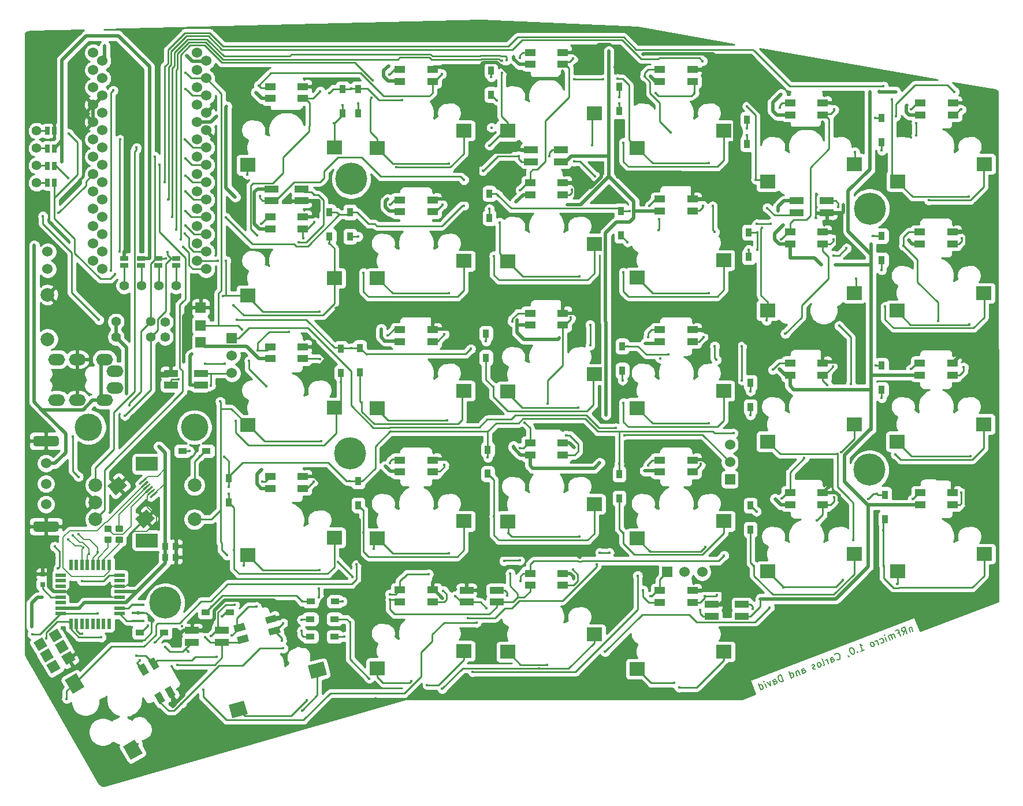
<source format=gbl>
G04 #@! TF.GenerationSoftware,KiCad,Pcbnew,5.1.10*
G04 #@! TF.CreationDate,2021-10-01T05:51:37+02:00*
G04 #@! TF.ProjectId,SofleKeyboard,536f666c-654b-4657-9962-6f6172642e6b,rev?*
G04 #@! TF.SameCoordinates,Original*
G04 #@! TF.FileFunction,Copper,L2,Bot*
G04 #@! TF.FilePolarity,Positive*
%FSLAX46Y46*%
G04 Gerber Fmt 4.6, Leading zero omitted, Abs format (unit mm)*
G04 Created by KiCad (PCBNEW 5.1.10) date 2021-10-01 05:51:37*
%MOMM*%
%LPD*%
G01*
G04 APERTURE LIST*
G04 #@! TA.AperFunction,NonConductor*
%ADD10C,0.200000*%
G04 #@! TD*
G04 #@! TA.AperFunction,ComponentPad*
%ADD11C,0.100000*%
G04 #@! TD*
G04 #@! TA.AperFunction,ComponentPad*
%ADD12C,1.524000*%
G04 #@! TD*
G04 #@! TA.AperFunction,SMDPad,CuDef*
%ADD13R,1.900000X0.400000*%
G04 #@! TD*
G04 #@! TA.AperFunction,SMDPad,CuDef*
%ADD14C,0.100000*%
G04 #@! TD*
G04 #@! TA.AperFunction,SMDPad,CuDef*
%ADD15R,1.500000X0.550000*%
G04 #@! TD*
G04 #@! TA.AperFunction,SMDPad,CuDef*
%ADD16R,0.550000X1.500000*%
G04 #@! TD*
G04 #@! TA.AperFunction,SMDPad,CuDef*
%ADD17R,0.800000X0.800000*%
G04 #@! TD*
G04 #@! TA.AperFunction,SMDPad,CuDef*
%ADD18R,0.920000X0.980000*%
G04 #@! TD*
G04 #@! TA.AperFunction,SMDPad,CuDef*
%ADD19R,0.635000X1.143000*%
G04 #@! TD*
G04 #@! TA.AperFunction,ComponentPad*
%ADD20C,1.397000*%
G04 #@! TD*
G04 #@! TA.AperFunction,ComponentPad*
%ADD21R,1.524000X1.524000*%
G04 #@! TD*
G04 #@! TA.AperFunction,ComponentPad*
%ADD22C,4.000000*%
G04 #@! TD*
G04 #@! TA.AperFunction,ComponentPad*
%ADD23C,2.000000*%
G04 #@! TD*
G04 #@! TA.AperFunction,SMDPad,CuDef*
%ADD24R,1.143000X0.635000*%
G04 #@! TD*
G04 #@! TA.AperFunction,ComponentPad*
%ADD25C,4.700000*%
G04 #@! TD*
G04 #@! TA.AperFunction,ComponentPad*
%ADD26R,3.200000X2.000000*%
G04 #@! TD*
G04 #@! TA.AperFunction,ComponentPad*
%ADD27O,2.500000X1.700000*%
G04 #@! TD*
G04 #@! TA.AperFunction,SMDPad,CuDef*
%ADD28R,2.000000X1.000000*%
G04 #@! TD*
G04 #@! TA.AperFunction,SMDPad,CuDef*
%ADD29R,1.600000X1.000000*%
G04 #@! TD*
G04 #@! TA.AperFunction,SMDPad,CuDef*
%ADD30R,2.300000X2.000000*%
G04 #@! TD*
G04 #@! TA.AperFunction,SMDPad,CuDef*
%ADD31R,1.300000X0.950000*%
G04 #@! TD*
G04 #@! TA.AperFunction,SMDPad,CuDef*
%ADD32R,0.950000X1.300000*%
G04 #@! TD*
G04 #@! TA.AperFunction,ViaPad*
%ADD33C,0.400000*%
G04 #@! TD*
G04 #@! TA.AperFunction,Conductor*
%ADD34C,0.250000*%
G04 #@! TD*
G04 #@! TA.AperFunction,Conductor*
%ADD35C,0.500000*%
G04 #@! TD*
G04 #@! TA.AperFunction,Conductor*
%ADD36C,0.200000*%
G04 #@! TD*
G04 #@! TA.AperFunction,Conductor*
%ADD37C,0.254000*%
G04 #@! TD*
G04 #@! TA.AperFunction,Conductor*
%ADD38C,0.100000*%
G04 #@! TD*
G04 APERTURE END LIST*
D10*
X212081715Y-122766596D02*
X212320627Y-123388983D01*
X212115846Y-122855509D02*
X212054324Y-122828118D01*
X211948347Y-122817792D01*
X211814978Y-122868987D01*
X211743131Y-122947574D01*
X211732805Y-123053551D01*
X211920521Y-123542570D01*
X210942485Y-123918003D02*
X211083027Y-123353985D01*
X211475959Y-123713221D02*
X211117591Y-122779640D01*
X210761942Y-122916162D01*
X210690094Y-122994748D01*
X210662703Y-123056269D01*
X210652377Y-123162247D01*
X210703573Y-123295616D01*
X210782159Y-123367463D01*
X210843681Y-123394854D01*
X210949658Y-123405180D01*
X211305308Y-123268659D01*
X210043469Y-123702027D02*
X210354662Y-123582571D01*
X210542379Y-124071589D02*
X210184011Y-123138008D01*
X209739449Y-123308660D01*
X209742167Y-124378761D02*
X209503255Y-123756374D01*
X209537385Y-123845287D02*
X209475864Y-123817896D01*
X209369886Y-123807570D01*
X209236518Y-123858765D01*
X209164671Y-123937352D01*
X209154345Y-124043329D01*
X209342061Y-124532348D01*
X209154345Y-124043329D02*
X209075758Y-123971482D01*
X208969781Y-123961156D01*
X208836412Y-124012352D01*
X208764565Y-124090938D01*
X208754239Y-124196916D01*
X208941955Y-124685934D01*
X208497393Y-124856585D02*
X208258481Y-124234198D01*
X208139025Y-123923005D02*
X208200547Y-123950396D01*
X208173155Y-124011917D01*
X208111634Y-123984526D01*
X208139025Y-123923005D01*
X208173155Y-124011917D01*
X207635660Y-125136367D02*
X207741638Y-125146693D01*
X207919462Y-125078432D01*
X207991310Y-124999846D01*
X208018701Y-124938324D01*
X208029027Y-124832347D01*
X207926636Y-124565609D01*
X207848049Y-124493762D01*
X207786528Y-124466371D01*
X207680550Y-124456045D01*
X207502726Y-124524306D01*
X207430878Y-124602892D01*
X207252619Y-125334409D02*
X207013707Y-124712022D01*
X207081968Y-124889847D02*
X207003381Y-124818000D01*
X206941860Y-124790609D01*
X206835882Y-124780283D01*
X206746970Y-124814413D01*
X206541320Y-125607452D02*
X206613167Y-125528865D01*
X206640558Y-125467344D01*
X206650884Y-125361366D01*
X206548493Y-125094629D01*
X206469907Y-125022782D01*
X206408385Y-124995390D01*
X206302408Y-124985065D01*
X206169039Y-125036260D01*
X206097192Y-125114846D01*
X206069801Y-125176368D01*
X206059475Y-125282345D01*
X206161866Y-125549083D01*
X206240452Y-125620930D01*
X206301974Y-125648321D01*
X206407951Y-125658647D01*
X206541320Y-125607452D01*
X204629703Y-126341253D02*
X205163177Y-126136471D01*
X204896440Y-126238862D02*
X204538072Y-125305281D01*
X204678180Y-125404520D01*
X204801223Y-125459302D01*
X204907200Y-125469628D01*
X204195467Y-126405926D02*
X204168076Y-126467448D01*
X204229597Y-126494839D01*
X204256988Y-126433317D01*
X204195467Y-126405926D01*
X204229597Y-126494839D01*
X203248842Y-125800170D02*
X203159930Y-125834301D01*
X203088082Y-125912887D01*
X203060691Y-125974408D01*
X203050365Y-126080386D01*
X203074170Y-126275276D01*
X203159495Y-126497557D01*
X203272212Y-126658317D01*
X203350799Y-126730164D01*
X203412320Y-126757555D01*
X203518298Y-126767881D01*
X203607210Y-126733751D01*
X203679057Y-126655164D01*
X203706448Y-126593643D01*
X203716774Y-126487665D01*
X203692970Y-126292775D01*
X203607644Y-126070494D01*
X203494927Y-125909735D01*
X203416341Y-125837887D01*
X203354820Y-125810496D01*
X203248842Y-125800170D01*
X202834389Y-126979402D02*
X202851454Y-127023858D01*
X202930041Y-127095705D01*
X202991562Y-127123097D01*
X201172444Y-127566356D02*
X201233966Y-127593747D01*
X201384399Y-127587008D01*
X201473312Y-127552878D01*
X201589615Y-127457226D01*
X201644397Y-127334183D01*
X201654723Y-127228206D01*
X201630919Y-127033316D01*
X201579724Y-126899947D01*
X201467007Y-126739187D01*
X201388420Y-126667340D01*
X201265378Y-126612558D01*
X201114944Y-126619297D01*
X201026031Y-126653427D01*
X200909728Y-126749079D01*
X200882337Y-126810600D01*
X200406363Y-127962441D02*
X200218646Y-127473423D01*
X200228972Y-127367445D01*
X200300819Y-127288859D01*
X200478644Y-127220598D01*
X200584622Y-127230924D01*
X200389298Y-127917985D02*
X200495275Y-127928311D01*
X200717556Y-127842985D01*
X200789404Y-127764398D01*
X200799729Y-127658421D01*
X200765599Y-127569508D01*
X200687013Y-127497661D01*
X200581035Y-127487335D01*
X200358754Y-127572661D01*
X200252776Y-127562335D01*
X199961801Y-128133092D02*
X199722889Y-127510705D01*
X199791149Y-127688530D02*
X199712563Y-127616683D01*
X199651041Y-127589292D01*
X199545064Y-127578966D01*
X199456151Y-127613096D01*
X199250501Y-128406135D02*
X199322349Y-128327548D01*
X199332674Y-128221570D01*
X199025502Y-127421359D01*
X198761483Y-128593851D02*
X198833330Y-128515265D01*
X198860721Y-128453743D01*
X198871047Y-128347766D01*
X198768656Y-128081028D01*
X198690070Y-128009181D01*
X198628549Y-127981790D01*
X198522571Y-127971464D01*
X198389202Y-128022660D01*
X198317355Y-128101246D01*
X198289964Y-128162767D01*
X198279638Y-128268745D01*
X198382029Y-128535482D01*
X198460615Y-128607330D01*
X198522137Y-128634721D01*
X198628114Y-128645047D01*
X198761483Y-128593851D01*
X198077575Y-128805372D02*
X198005727Y-128883958D01*
X197827903Y-128952219D01*
X197721925Y-128941893D01*
X197643338Y-128870046D01*
X197626273Y-128825590D01*
X197636599Y-128719612D01*
X197708447Y-128641026D01*
X197841815Y-128589830D01*
X197913662Y-128511244D01*
X197923988Y-128405266D01*
X197906923Y-128360810D01*
X197828337Y-128288963D01*
X197722359Y-128278637D01*
X197588991Y-128329832D01*
X197517143Y-128408419D01*
X196183023Y-129583629D02*
X195995306Y-129094611D01*
X196005632Y-128988633D01*
X196077479Y-128910047D01*
X196255304Y-128841786D01*
X196361282Y-128852112D01*
X196165958Y-129539173D02*
X196271935Y-129549499D01*
X196494216Y-129464173D01*
X196566063Y-129385587D01*
X196576389Y-129279609D01*
X196542259Y-129190697D01*
X196463673Y-129118849D01*
X196357695Y-129108524D01*
X196135414Y-129193849D01*
X196029436Y-129183523D01*
X195499549Y-129131894D02*
X195738461Y-129754281D01*
X195533679Y-129220806D02*
X195472158Y-129193415D01*
X195366180Y-129183089D01*
X195232811Y-129234285D01*
X195160964Y-129312871D01*
X195150638Y-129418849D01*
X195338355Y-129907867D01*
X194493687Y-130232105D02*
X194135319Y-129298524D01*
X194476622Y-130187648D02*
X194582599Y-130197974D01*
X194760424Y-130129714D01*
X194832271Y-130051127D01*
X194859662Y-129989606D01*
X194869988Y-129883628D01*
X194767597Y-129616891D01*
X194689011Y-129545044D01*
X194627490Y-129517653D01*
X194521512Y-129507327D01*
X194343687Y-129575587D01*
X194271840Y-129654174D01*
X193337825Y-130675798D02*
X192979457Y-129742218D01*
X192757176Y-129827543D01*
X192640873Y-129923195D01*
X192586091Y-130046238D01*
X192575765Y-130152215D01*
X192599569Y-130347105D01*
X192650764Y-130480474D01*
X192763481Y-130641234D01*
X192842068Y-130713081D01*
X192965110Y-130767863D01*
X193115544Y-130761124D01*
X193337825Y-130675798D01*
X192004139Y-131187752D02*
X191816422Y-130698734D01*
X191826748Y-130592757D01*
X191898596Y-130514170D01*
X192076420Y-130445910D01*
X192182398Y-130456235D01*
X191987074Y-131143296D02*
X192093051Y-131153622D01*
X192315332Y-131068296D01*
X192387180Y-130989710D01*
X192397506Y-130883732D01*
X192363375Y-130794820D01*
X192284789Y-130722973D01*
X192178811Y-130712647D01*
X191956530Y-130797972D01*
X191850553Y-130787647D01*
X191409577Y-130701887D02*
X191426208Y-131409599D01*
X190965015Y-130872538D01*
X190848277Y-131631446D02*
X190609365Y-131009059D01*
X190489909Y-130697866D02*
X190551431Y-130725257D01*
X190524040Y-130786778D01*
X190462518Y-130759387D01*
X190489909Y-130697866D01*
X190524040Y-130786778D01*
X190003609Y-131955684D02*
X189645241Y-131022103D01*
X189986544Y-131911228D02*
X190092522Y-131921553D01*
X190270347Y-131853293D01*
X190342194Y-131774706D01*
X190369585Y-131713185D01*
X190379911Y-131607208D01*
X190277520Y-131340470D01*
X190198934Y-131268623D01*
X190137412Y-131241232D01*
X190031435Y-131230906D01*
X189853610Y-131299167D01*
X189781763Y-131377753D01*
G04 #@! TA.AperFunction,ComponentPad*
D11*
G36*
X88250794Y-128360911D02*
G01*
X87488794Y-127041089D01*
X88808616Y-126279089D01*
X89570616Y-127598911D01*
X88250794Y-128360911D01*
G37*
G04 #@! TD.AperFunction*
G04 #@! TA.AperFunction,ComponentPad*
G36*
X86051089Y-129630911D02*
G01*
X85289089Y-128311089D01*
X86608911Y-127549089D01*
X87370911Y-128868911D01*
X86051089Y-129630911D01*
G37*
G04 #@! TD.AperFunction*
G04 #@! TA.AperFunction,ComponentPad*
G36*
X87298294Y-126711133D02*
G01*
X86536294Y-125391311D01*
X87856116Y-124629311D01*
X88618116Y-125949133D01*
X87298294Y-126711133D01*
G37*
G04 #@! TD.AperFunction*
G04 #@! TA.AperFunction,ComponentPad*
G36*
X86345794Y-125061355D02*
G01*
X85583794Y-123741533D01*
X86903616Y-122979533D01*
X87665616Y-124299355D01*
X86345794Y-125061355D01*
G37*
G04 #@! TD.AperFunction*
G04 #@! TA.AperFunction,ComponentPad*
G36*
X85098589Y-127981133D02*
G01*
X84336589Y-126661311D01*
X85656411Y-125899311D01*
X86418411Y-127219133D01*
X85098589Y-127981133D01*
G37*
G04 #@! TD.AperFunction*
G04 #@! TA.AperFunction,ComponentPad*
G36*
X84146089Y-126331355D02*
G01*
X83384089Y-125011533D01*
X84703911Y-124249533D01*
X85465911Y-125569355D01*
X84146089Y-126331355D01*
G37*
G04 #@! TD.AperFunction*
D12*
X85248000Y-98800000D03*
X85248000Y-101800000D03*
X85248000Y-104800000D03*
G04 #@! TA.AperFunction,ComponentPad*
G36*
G01*
X83767000Y-94788000D02*
X86729000Y-94788000D01*
G75*
G02*
X87110000Y-95169000I0J-381000D01*
G01*
X87110000Y-95931000D01*
G75*
G02*
X86729000Y-96312000I-381000J0D01*
G01*
X83767000Y-96312000D01*
G75*
G02*
X83386000Y-95931000I0J381000D01*
G01*
X83386000Y-95169000D01*
G75*
G02*
X83767000Y-94788000I381000J0D01*
G01*
G37*
G04 #@! TD.AperFunction*
G04 #@! TA.AperFunction,ComponentPad*
G36*
G01*
X83767000Y-107288000D02*
X86729000Y-107288000D01*
G75*
G02*
X87110000Y-107669000I0J-381000D01*
G01*
X87110000Y-108431000D01*
G75*
G02*
X86729000Y-108812000I-381000J0D01*
G01*
X83767000Y-108812000D01*
G75*
G02*
X83386000Y-108431000I0J381000D01*
G01*
X83386000Y-107669000D01*
G75*
G02*
X83767000Y-107288000I381000J0D01*
G01*
G37*
G04 #@! TD.AperFunction*
D13*
X98720000Y-120680000D03*
X98720000Y-119480000D03*
X98720000Y-121880000D03*
G04 #@! TA.AperFunction,SMDPad,CuDef*
D14*
G36*
X97121158Y-102082374D02*
G01*
X95435860Y-103496506D01*
X94278842Y-102117626D01*
X95964140Y-100703494D01*
X97121158Y-102082374D01*
G37*
G04 #@! TD.AperFunction*
G04 #@! TA.AperFunction,SMDPad,CuDef*
G36*
X100969469Y-102312586D02*
G01*
X99973611Y-103148210D01*
X99780775Y-102918396D01*
X100776633Y-102082772D01*
X100969469Y-102312586D01*
G37*
G04 #@! TD.AperFunction*
G04 #@! TA.AperFunction,SMDPad,CuDef*
G36*
X101612257Y-103078631D02*
G01*
X100616399Y-103914255D01*
X100423563Y-103684441D01*
X101419421Y-102848817D01*
X101612257Y-103078631D01*
G37*
G04 #@! TD.AperFunction*
G04 #@! TA.AperFunction,SMDPad,CuDef*
G36*
X100648075Y-101929564D02*
G01*
X99652217Y-102765188D01*
X99459381Y-102535374D01*
X100455239Y-101699750D01*
X100648075Y-101929564D01*
G37*
G04 #@! TD.AperFunction*
G04 #@! TA.AperFunction,SMDPad,CuDef*
G36*
X100326682Y-101546542D02*
G01*
X99330824Y-102382166D01*
X99137988Y-102152352D01*
X100133846Y-101316728D01*
X100326682Y-101546542D01*
G37*
G04 #@! TD.AperFunction*
G04 #@! TA.AperFunction,SMDPad,CuDef*
G36*
X101170720Y-106908454D02*
G01*
X99485422Y-108322586D01*
X98328404Y-106943706D01*
X100013702Y-105529574D01*
X101170720Y-106908454D01*
G37*
G04 #@! TD.AperFunction*
G04 #@! TA.AperFunction,SMDPad,CuDef*
G36*
X101290863Y-102695609D02*
G01*
X100295005Y-103531233D01*
X100102169Y-103301419D01*
X101098027Y-102465795D01*
X101290863Y-102695609D01*
G37*
G04 #@! TD.AperFunction*
G04 #@! TA.AperFunction,SMDPad,CuDef*
G36*
X100005288Y-101163520D02*
G01*
X99009430Y-101999144D01*
X98816594Y-101769330D01*
X99812452Y-100933706D01*
X100005288Y-101163520D01*
G37*
G04 #@! TD.AperFunction*
D15*
X96000000Y-115200000D03*
X96000000Y-116000000D03*
X96000000Y-116800000D03*
X96000000Y-117600000D03*
X96000000Y-118400000D03*
X96000000Y-119200000D03*
X96000000Y-120000000D03*
X96000000Y-120800000D03*
D16*
X94500000Y-122300000D03*
X93700000Y-122300000D03*
X92900000Y-122300000D03*
X92100000Y-122300000D03*
X91300000Y-122300000D03*
X90500000Y-122300000D03*
X89700000Y-122300000D03*
X88900000Y-122300000D03*
D15*
X87400000Y-120800000D03*
X87400000Y-120000000D03*
X87400000Y-119200000D03*
X87400000Y-118400000D03*
X87400000Y-117600000D03*
X87400000Y-116800000D03*
X87400000Y-116000000D03*
X87400000Y-115200000D03*
D16*
X88900000Y-113700000D03*
X89700000Y-113700000D03*
X90500000Y-113700000D03*
X91300000Y-113700000D03*
X92100000Y-113700000D03*
X92900000Y-113700000D03*
X93700000Y-113700000D03*
X94500000Y-113700000D03*
G04 #@! TA.AperFunction,SMDPad,CuDef*
G36*
G01*
X95574000Y-107940000D02*
X96406000Y-107940000D01*
G75*
G02*
X96500000Y-108034000I0J-94000D01*
G01*
X96500000Y-108786000D01*
G75*
G02*
X96406000Y-108880000I-94000J0D01*
G01*
X95574000Y-108880000D01*
G75*
G02*
X95480000Y-108786000I0J94000D01*
G01*
X95480000Y-108034000D01*
G75*
G02*
X95574000Y-107940000I94000J0D01*
G01*
G37*
G04 #@! TD.AperFunction*
G04 #@! TA.AperFunction,SMDPad,CuDef*
G36*
G01*
X95574000Y-109520000D02*
X96406000Y-109520000D01*
G75*
G02*
X96500000Y-109614000I0J-94000D01*
G01*
X96500000Y-110366000D01*
G75*
G02*
X96406000Y-110460000I-94000J0D01*
G01*
X95574000Y-110460000D01*
G75*
G02*
X95480000Y-110366000I0J94000D01*
G01*
X95480000Y-109614000D01*
G75*
G02*
X95574000Y-109520000I94000J0D01*
G01*
G37*
G04 #@! TD.AperFunction*
G04 #@! TA.AperFunction,SMDPad,CuDef*
G36*
G01*
X94766000Y-110450000D02*
X93934000Y-110450000D01*
G75*
G02*
X93840000Y-110356000I0J94000D01*
G01*
X93840000Y-109604000D01*
G75*
G02*
X93934000Y-109510000I94000J0D01*
G01*
X94766000Y-109510000D01*
G75*
G02*
X94860000Y-109604000I0J-94000D01*
G01*
X94860000Y-110356000D01*
G75*
G02*
X94766000Y-110450000I-94000J0D01*
G01*
G37*
G04 #@! TD.AperFunction*
G04 #@! TA.AperFunction,SMDPad,CuDef*
G36*
G01*
X94766000Y-108870000D02*
X93934000Y-108870000D01*
G75*
G02*
X93840000Y-108776000I0J94000D01*
G01*
X93840000Y-108024000D01*
G75*
G02*
X93934000Y-107930000I94000J0D01*
G01*
X94766000Y-107930000D01*
G75*
G02*
X94860000Y-108024000I0J-94000D01*
G01*
X94860000Y-108776000D01*
G75*
G02*
X94766000Y-108870000I-94000J0D01*
G01*
G37*
G04 #@! TD.AperFunction*
D17*
X84740000Y-115020000D03*
X84740000Y-116520000D03*
D18*
X102720000Y-112570000D03*
X104270000Y-112570000D03*
X102720000Y-110930000D03*
X104270000Y-110930000D03*
D19*
X86436200Y-50114200D03*
X85435440Y-50114200D03*
X86436200Y-52679600D03*
X85435440Y-52679600D03*
X86471760Y-55219600D03*
X85471000Y-55219600D03*
X86436200Y-57734200D03*
X85435440Y-57734200D03*
D20*
X83883500Y-57746900D03*
X83883500Y-55206900D03*
X83883500Y-52666900D03*
X83883500Y-50126900D03*
D12*
X107420000Y-69170000D03*
X92180000Y-69170000D03*
X93478815Y-70365745D03*
X108718815Y-70365745D03*
X93478815Y-44965745D03*
X108718815Y-62745745D03*
X93478815Y-55125745D03*
X108718815Y-52585745D03*
X108718815Y-47505745D03*
X93478815Y-65285745D03*
X108718815Y-44965745D03*
X108718815Y-39885745D03*
X93478815Y-60205745D03*
X108718815Y-67825745D03*
X93478815Y-52585745D03*
X93478815Y-42425745D03*
X93478815Y-47505745D03*
X93478815Y-50045745D03*
X93478815Y-62745745D03*
X93478815Y-57665745D03*
X108718815Y-60205745D03*
X108718815Y-57665745D03*
X93478815Y-67825745D03*
X108718815Y-65285745D03*
X108718815Y-42425745D03*
X93478815Y-39885745D03*
X108718815Y-55125745D03*
X108718815Y-50045745D03*
X92180000Y-38690000D03*
X92180000Y-41230000D03*
X92180000Y-43770000D03*
X92180000Y-46310000D03*
X92180000Y-48850000D03*
X92180000Y-51390000D03*
X92180000Y-53930000D03*
X92180000Y-56470000D03*
X92180000Y-59010000D03*
X92180000Y-61550000D03*
X92180000Y-64090000D03*
X92180000Y-66630000D03*
X107420000Y-66630000D03*
X107420000Y-64090000D03*
X107420000Y-61550000D03*
X107420000Y-59010000D03*
X107420000Y-56470000D03*
X107420000Y-53930000D03*
X107420000Y-51390000D03*
X107420000Y-48850000D03*
X107420000Y-46310000D03*
X107420000Y-43770000D03*
X107420000Y-41230000D03*
X107420000Y-38690000D03*
X85483700Y-70370700D03*
X85483700Y-67830700D03*
D21*
X107900000Y-81100000D03*
X107900000Y-78600000D03*
X107900000Y-76000000D03*
D22*
X107000000Y-93500000D03*
X91500000Y-93500000D03*
D20*
X104320000Y-72771000D03*
X101780000Y-72771000D03*
X99240000Y-72771000D03*
X96700000Y-72771000D03*
D23*
X85471000Y-80619600D03*
X85471000Y-74119600D03*
D24*
X96700000Y-68799620D03*
X96700000Y-69800380D03*
X99200000Y-68799620D03*
X99200000Y-69800380D03*
X101700000Y-68799620D03*
X101700000Y-69800380D03*
X104300000Y-68799620D03*
X104300000Y-69800380D03*
D20*
X100579272Y-80311965D03*
X95499272Y-80311965D03*
X100579272Y-78061965D03*
X95499272Y-78061965D03*
X102700000Y-78100000D03*
X102700000Y-80300000D03*
D25*
X205950000Y-99750000D03*
X129800000Y-97300000D03*
X129980000Y-57160000D03*
D23*
X107000000Y-107000000D03*
X107000000Y-102000000D03*
D26*
X100000000Y-110100000D03*
X100000000Y-98900000D03*
D23*
X92500000Y-107000000D03*
X92500000Y-104500000D03*
X92500000Y-102000000D03*
D25*
X102725000Y-119225000D03*
X206000000Y-61500000D03*
D27*
X93827900Y-89536900D03*
X95327900Y-85336900D03*
X86827900Y-89536900D03*
X89827900Y-89536900D03*
X86827900Y-83586900D03*
X89827900Y-83586900D03*
X93827900Y-83586900D03*
X95327900Y-87786900D03*
D28*
X106650000Y-123255000D03*
X106650000Y-125005000D03*
X111050000Y-125005000D03*
X111050000Y-123255000D03*
X122700000Y-60375000D03*
X122700000Y-58625000D03*
X118300000Y-58625000D03*
X118300000Y-60375000D03*
X156300000Y-52915000D03*
X156300000Y-54665000D03*
X160700000Y-54665000D03*
X160700000Y-52915000D03*
X199700000Y-62125000D03*
X199700000Y-60375000D03*
X195300000Y-60375000D03*
X195300000Y-62125000D03*
X146883600Y-117387600D03*
X146883600Y-119137600D03*
X151283600Y-119137600D03*
X151283600Y-117387600D03*
X182850000Y-119445000D03*
X182850000Y-121195000D03*
X187250000Y-121195000D03*
X187250000Y-119445000D03*
X103550000Y-85625000D03*
X103550000Y-87375000D03*
X107950000Y-87375000D03*
X107950000Y-85625000D03*
D12*
X112500000Y-85600000D03*
X112500000Y-83000000D03*
D21*
X112500000Y-80500000D03*
D29*
X218200000Y-46025000D03*
X218200000Y-47775000D03*
X213400000Y-47775000D03*
X213400000Y-46025000D03*
D30*
X210100000Y-57520000D03*
X222800000Y-54980000D03*
X165600000Y-104770000D03*
X152900000Y-107310000D03*
D29*
X156200000Y-95815000D03*
X156200000Y-97565000D03*
X161000000Y-97565000D03*
X161000000Y-95815000D03*
D30*
X203700000Y-112080000D03*
X191000000Y-114620000D03*
D29*
X194300000Y-103125000D03*
X194300000Y-104875000D03*
X199100000Y-104875000D03*
X199100000Y-103125000D03*
D30*
X222700000Y-73880000D03*
X210000000Y-76420000D03*
D29*
X213300000Y-64925000D03*
X213300000Y-66675000D03*
X218100000Y-66675000D03*
X218100000Y-64925000D03*
D30*
X203700000Y-73880000D03*
X191000000Y-76420000D03*
D29*
X194300000Y-64925000D03*
X194300000Y-66675000D03*
X199100000Y-66675000D03*
X199100000Y-64925000D03*
D30*
X203700000Y-93080000D03*
X191000000Y-95620000D03*
D29*
X194300000Y-84125000D03*
X194300000Y-85875000D03*
X199100000Y-85875000D03*
X199100000Y-84125000D03*
D30*
X146500000Y-50080000D03*
X133800000Y-52620000D03*
D29*
X137100000Y-41125000D03*
X137100000Y-42875000D03*
X141900000Y-42875000D03*
X141900000Y-41125000D03*
D31*
X127580000Y-119020000D03*
X124030000Y-119020000D03*
X124000000Y-121600000D03*
X127550000Y-121600000D03*
X127550000Y-124200000D03*
X124000000Y-124200000D03*
X112199800Y-120624800D03*
X108649800Y-120624800D03*
X102575000Y-123600000D03*
X99025000Y-123600000D03*
X108775000Y-97000000D03*
X105225000Y-97000000D03*
D32*
X208200000Y-106950000D03*
X208200000Y-103400000D03*
X188500000Y-108525000D03*
X188500000Y-104975000D03*
X169250000Y-103925000D03*
X169250000Y-100375000D03*
X150000000Y-100340000D03*
X150000000Y-96790000D03*
X131000000Y-104950000D03*
X131000000Y-101400000D03*
X112000000Y-104525000D03*
X112000000Y-100975000D03*
X207750000Y-88050000D03*
X207750000Y-84500000D03*
X188500000Y-90550000D03*
X188500000Y-87000000D03*
X169725000Y-85200000D03*
X169725000Y-81650000D03*
X149750000Y-83340000D03*
X149750000Y-79790000D03*
X131250000Y-85450000D03*
X131250000Y-81900000D03*
X128500000Y-85550000D03*
X128500000Y-82000000D03*
X207750000Y-69050000D03*
X207750000Y-65500000D03*
X188250000Y-68550000D03*
X188250000Y-65000000D03*
X169500000Y-65425000D03*
X169500000Y-61875000D03*
X150250000Y-62840000D03*
X150250000Y-59290000D03*
X129800000Y-65575000D03*
X129800000Y-62025000D03*
X126800000Y-65550000D03*
X126800000Y-62000000D03*
X207750000Y-51800000D03*
X207750000Y-48250000D03*
X188000000Y-52025000D03*
X188000000Y-48475000D03*
X169250000Y-47200000D03*
X169250000Y-43650000D03*
X150500000Y-44815000D03*
X150500000Y-41265000D03*
X131000000Y-47555500D03*
X131000000Y-44005500D03*
X128750000Y-47550000D03*
X128750000Y-44000000D03*
D30*
X184600000Y-126380000D03*
X171900000Y-128920000D03*
D29*
X175200000Y-117425000D03*
X175200000Y-119175000D03*
X180000000Y-119175000D03*
X180000000Y-117425000D03*
D30*
X165600000Y-123870000D03*
X152900000Y-126410000D03*
D29*
X156200000Y-114915000D03*
X156200000Y-116665000D03*
X161000000Y-116665000D03*
X161000000Y-114915000D03*
D30*
X146500000Y-126280000D03*
X133800000Y-128820000D03*
D29*
X137100000Y-117325000D03*
X137100000Y-119075000D03*
X141900000Y-119075000D03*
X141900000Y-117325000D03*
G04 #@! TA.AperFunction,SMDPad,CuDef*
D14*
G36*
X124177238Y-130343923D02*
G01*
X123659600Y-128412071D01*
X125881230Y-127816787D01*
X126398868Y-129748639D01*
X124177238Y-130343923D01*
G37*
G04 #@! TD.AperFunction*
G04 #@! TA.AperFunction,SMDPad,CuDef*
G36*
X112567380Y-136084377D02*
G01*
X112049742Y-134152525D01*
X114271372Y-133557241D01*
X114789010Y-135489093D01*
X112567380Y-136084377D01*
G37*
G04 #@! TD.AperFunction*
G04 #@! TA.AperFunction,SMDPad,CuDef*
G36*
X114275138Y-122173371D02*
G01*
X114533957Y-123139297D01*
X112988476Y-123553407D01*
X112729657Y-122587481D01*
X114275138Y-122173371D01*
G37*
G04 #@! TD.AperFunction*
G04 #@! TA.AperFunction,SMDPad,CuDef*
G36*
X114728071Y-123863741D02*
G01*
X114986890Y-124829667D01*
X113441409Y-125243777D01*
X113182590Y-124277851D01*
X114728071Y-123863741D01*
G37*
G04 #@! TD.AperFunction*
G04 #@! TA.AperFunction,SMDPad,CuDef*
G36*
X119364515Y-122621409D02*
G01*
X119623334Y-123587335D01*
X118077853Y-124001445D01*
X117819034Y-123035519D01*
X119364515Y-122621409D01*
G37*
G04 #@! TD.AperFunction*
G04 #@! TA.AperFunction,SMDPad,CuDef*
G36*
X118911582Y-120931039D02*
G01*
X119170401Y-121896965D01*
X117624920Y-122311075D01*
X117366101Y-121345149D01*
X118911582Y-120931039D01*
G37*
G04 #@! TD.AperFunction*
G04 #@! TA.AperFunction,SMDPad,CuDef*
G36*
X96534629Y-140256249D02*
G01*
X98266679Y-139256249D01*
X99416679Y-141248107D01*
X97684629Y-142248107D01*
X96534629Y-140256249D01*
G37*
G04 #@! TD.AperFunction*
G04 #@! TA.AperFunction,SMDPad,CuDef*
G36*
X87984925Y-130527726D02*
G01*
X89716975Y-129527726D01*
X90866975Y-131519584D01*
X89134925Y-132519584D01*
X87984925Y-130527726D01*
G37*
G04 #@! TD.AperFunction*
G04 #@! TA.AperFunction,SMDPad,CuDef*
G36*
X101863925Y-128576859D02*
G01*
X100997899Y-129076859D01*
X100197899Y-127691219D01*
X101063925Y-127191219D01*
X101863925Y-128576859D01*
G37*
G04 #@! TD.AperFunction*
G04 #@! TA.AperFunction,SMDPad,CuDef*
G36*
X100348380Y-129451859D02*
G01*
X99482354Y-129951859D01*
X98682354Y-128566219D01*
X99548380Y-128066219D01*
X100348380Y-129451859D01*
G37*
G04 #@! TD.AperFunction*
G04 #@! TA.AperFunction,SMDPad,CuDef*
G36*
X102748380Y-133608781D02*
G01*
X101882354Y-134108781D01*
X101082354Y-132723141D01*
X101948380Y-132223141D01*
X102748380Y-133608781D01*
G37*
G04 #@! TD.AperFunction*
G04 #@! TA.AperFunction,SMDPad,CuDef*
G36*
X104263925Y-132733781D02*
G01*
X103397899Y-133233781D01*
X102597899Y-131848141D01*
X103463925Y-131348141D01*
X104263925Y-132733781D01*
G37*
G04 #@! TD.AperFunction*
D30*
X222750000Y-112080000D03*
X210050000Y-114620000D03*
D29*
X213350000Y-103125000D03*
X213350000Y-104875000D03*
X218150000Y-104875000D03*
X218150000Y-103125000D03*
D30*
X184600000Y-107280000D03*
X171900000Y-109820000D03*
D29*
X175200000Y-98325000D03*
X175200000Y-100075000D03*
X180000000Y-100075000D03*
X180000000Y-98325000D03*
D30*
X146500000Y-107280000D03*
X133800000Y-109820000D03*
D29*
X137100000Y-98325000D03*
X137100000Y-100075000D03*
X141900000Y-100075000D03*
X141900000Y-98325000D03*
D30*
X127500000Y-109680000D03*
X114800000Y-112220000D03*
D29*
X118100000Y-100725000D03*
X118100000Y-102475000D03*
X122900000Y-102475000D03*
X122900000Y-100725000D03*
D30*
X222700000Y-93080000D03*
X210000000Y-95620000D03*
D29*
X213300000Y-84125000D03*
X213300000Y-85875000D03*
X218100000Y-85875000D03*
X218100000Y-84125000D03*
D30*
X184600000Y-88180000D03*
X171900000Y-90720000D03*
D29*
X175200000Y-79225000D03*
X175200000Y-80975000D03*
X180000000Y-80975000D03*
X180000000Y-79225000D03*
D30*
X165600000Y-85770000D03*
X152900000Y-88310000D03*
D29*
X156200000Y-76815000D03*
X156200000Y-78565000D03*
X161000000Y-78565000D03*
X161000000Y-76815000D03*
D30*
X146500000Y-88180000D03*
X133800000Y-90720000D03*
D29*
X137100000Y-79225000D03*
X137100000Y-80975000D03*
X141900000Y-80975000D03*
X141900000Y-79225000D03*
D30*
X127500000Y-90680000D03*
X114800000Y-93220000D03*
D29*
X118100000Y-81725000D03*
X118100000Y-83475000D03*
X122900000Y-83475000D03*
X122900000Y-81725000D03*
D30*
X184600000Y-69080000D03*
X171900000Y-71620000D03*
D29*
X175200000Y-60125000D03*
X175200000Y-61875000D03*
X180000000Y-61875000D03*
X180000000Y-60125000D03*
D30*
X165600000Y-66670000D03*
X152900000Y-69210000D03*
D29*
X156200000Y-57715000D03*
X156200000Y-59465000D03*
X161000000Y-59465000D03*
X161000000Y-57715000D03*
D30*
X146500000Y-69180000D03*
X133800000Y-71720000D03*
D29*
X137100000Y-60225000D03*
X137100000Y-61975000D03*
X141900000Y-61975000D03*
X141900000Y-60225000D03*
D30*
X127500000Y-71680000D03*
X114800000Y-74220000D03*
D29*
X118100000Y-62725000D03*
X118100000Y-64475000D03*
X122900000Y-64475000D03*
X122900000Y-62725000D03*
D30*
X203700000Y-54980000D03*
X191000000Y-57520000D03*
D29*
X194300000Y-46025000D03*
X194300000Y-47775000D03*
X199100000Y-47775000D03*
X199100000Y-46025000D03*
D30*
X184600000Y-50080000D03*
X171900000Y-52620000D03*
D29*
X175200000Y-41125000D03*
X175200000Y-42875000D03*
X180000000Y-42875000D03*
X180000000Y-41125000D03*
D30*
X165600000Y-47580000D03*
X152900000Y-50120000D03*
D29*
X156200000Y-38625000D03*
X156200000Y-40375000D03*
X161000000Y-40375000D03*
X161000000Y-38625000D03*
X122900000Y-43625000D03*
X122900000Y-45375000D03*
X118100000Y-45375000D03*
X118100000Y-43625000D03*
D30*
X114800000Y-55120000D03*
X127500000Y-52580000D03*
D12*
X181427000Y-114706600D03*
X178827000Y-114706600D03*
D21*
X176327000Y-114706600D03*
D12*
X185500000Y-96050000D03*
X185500000Y-98650000D03*
D21*
X185500000Y-101150000D03*
D33*
X128750000Y-46400000D03*
X127450000Y-49000000D03*
X105327833Y-67072169D03*
X106250000Y-97000000D03*
X105189400Y-122624800D03*
X122773800Y-119020000D03*
X109512300Y-119762300D03*
X100200000Y-122600000D03*
X122732600Y-121732600D03*
X122732600Y-123332600D03*
X131000000Y-46150000D03*
X136588496Y-55452510D03*
X150550000Y-49640000D03*
X151362500Y-45677500D03*
X165250000Y-52190000D03*
X105700000Y-59000000D03*
X188000000Y-49750000D03*
X169250000Y-45150000D03*
X130000000Y-43900000D03*
X206750000Y-48250000D03*
X126750000Y-44600000D03*
X137450000Y-45600000D03*
X150500004Y-42222496D03*
X169900000Y-51850000D03*
X169250000Y-46150000D03*
X105700000Y-61900000D03*
X151500000Y-59540000D03*
X170775000Y-61875000D03*
X146532600Y-61061600D03*
X189500000Y-65000000D03*
X206500000Y-65500000D03*
X189500000Y-67550000D03*
X111574990Y-62800000D03*
X200650000Y-68350000D03*
X202565000Y-67310000D03*
X128239998Y-62400000D03*
X188000000Y-50750000D03*
X203800000Y-53200000D03*
X105700000Y-64000000D03*
X149750000Y-80940000D03*
X188500000Y-88250000D03*
X113250000Y-77750000D03*
X147500012Y-82050000D03*
X206825000Y-84500000D03*
X130000000Y-81900000D03*
X176450000Y-82900000D03*
X170480000Y-81650000D03*
X207750000Y-53000000D03*
X214655400Y-60291210D03*
X105600000Y-65200000D03*
X112000000Y-102250000D03*
X150000000Y-97940000D03*
X111350001Y-97825012D03*
X189387500Y-105862500D03*
X169250000Y-98900000D03*
X186000000Y-94400000D03*
X129750000Y-101400000D03*
X207057999Y-103273747D03*
X205800000Y-104000000D03*
X112750000Y-75650000D03*
X126800000Y-66600000D03*
X131800000Y-70900000D03*
X131000000Y-65600000D03*
X150900000Y-68440000D03*
X150250000Y-61540000D03*
X169900000Y-70850000D03*
X170487500Y-66412500D03*
X204000000Y-71750000D03*
X188250000Y-67500000D03*
X207750000Y-70500000D03*
X208250000Y-75850000D03*
X113050000Y-92600000D03*
X128500000Y-86900000D03*
X131550000Y-89900000D03*
X150800000Y-87640000D03*
X169900000Y-89950000D03*
X169750000Y-86650000D03*
X188500000Y-91750000D03*
X201797467Y-97158879D03*
X209750000Y-97500000D03*
X207750000Y-89250000D03*
X112800000Y-111450000D03*
X112000000Y-103250000D03*
X131800000Y-108950000D03*
X150900000Y-106540000D03*
X169900000Y-109050000D03*
X189000000Y-113850000D03*
X208050000Y-113850000D03*
X208000000Y-108600000D03*
X98687000Y-139889000D03*
X101175000Y-125000000D03*
X122750000Y-135000000D03*
X110984999Y-121234999D03*
X141108000Y-131259000D03*
X129000000Y-124200000D03*
X100400008Y-68800000D03*
X100400000Y-50045745D03*
X211625000Y-104875000D03*
X116000000Y-44500000D03*
X110250000Y-48000000D03*
X193012500Y-44737500D03*
X153750000Y-96290000D03*
X173000000Y-99900000D03*
X210875000Y-85875000D03*
X135325000Y-60125000D03*
X167750000Y-38440000D03*
X173475000Y-61875000D03*
X167325000Y-78115000D03*
X162250000Y-53790000D03*
X135500000Y-40575010D03*
X167325000Y-91715000D03*
X166424990Y-98714990D03*
X116850000Y-99700000D03*
X192100000Y-104000000D03*
X135000000Y-99200004D03*
X134375000Y-79125000D03*
X154300002Y-77790000D03*
X160475000Y-80440000D03*
X173100000Y-81250000D03*
X192700000Y-84950000D03*
X211650000Y-66100000D03*
X206175000Y-66675000D03*
X153800000Y-39290000D03*
X173806234Y-42086230D03*
X116350000Y-83400000D03*
X115800000Y-61500000D03*
X113000000Y-59800000D03*
X111725000Y-46525000D03*
X161650000Y-60890000D03*
X154099999Y-60539999D03*
X193300000Y-63925000D03*
X198874990Y-69700000D03*
X200950000Y-69700000D03*
X189950000Y-118650000D03*
X98966400Y-127646200D03*
X104503600Y-128314400D03*
X172781800Y-117399000D03*
X167803400Y-111861800D03*
X166424990Y-111865010D03*
X135669468Y-118748132D03*
X153294800Y-114915000D03*
X128025000Y-113250000D03*
X130160600Y-115417800D03*
X205994000Y-44373800D03*
X207340200Y-44373800D03*
X192532000Y-61849000D03*
X108600000Y-124300000D03*
X202250000Y-100999998D03*
X106624999Y-82800000D03*
X106400000Y-87200000D03*
X211400000Y-46400000D03*
X209800000Y-44400000D03*
X87579200Y-54660800D03*
X101762800Y-96327200D03*
X97027910Y-88618904D03*
X83130000Y-122770002D03*
X84680000Y-118460000D03*
X113236400Y-67208200D03*
X166100000Y-120400000D03*
X169800000Y-120300000D03*
X167600000Y-121700000D03*
X165800000Y-63100000D03*
X166600000Y-59800000D03*
X167800000Y-62500000D03*
X96700000Y-67800000D03*
X96900000Y-48800000D03*
X96900000Y-44965745D03*
X106700000Y-74700000D03*
X90540000Y-102460000D03*
X148500000Y-95400000D03*
X124500000Y-44250000D03*
X144000000Y-40800000D03*
X153625000Y-52915000D03*
X182000000Y-79650000D03*
X200750000Y-85750000D03*
X144175000Y-60125000D03*
X181975000Y-60125000D03*
X111750000Y-88500000D03*
X185400000Y-82150000D03*
X185650000Y-78000000D03*
X186500000Y-72150000D03*
X185350000Y-65950000D03*
X188300000Y-70950000D03*
X188700000Y-76550000D03*
X190500000Y-83150000D03*
X185700000Y-54750000D03*
X185450000Y-59400000D03*
X186150000Y-40900000D03*
X190400000Y-45250000D03*
X125450000Y-101500000D03*
X220175021Y-104874979D03*
X192374999Y-100924999D03*
X200100000Y-100400000D03*
X201500000Y-104250000D03*
X182381001Y-99068999D03*
X162700000Y-96490000D03*
X144900000Y-98900004D03*
X144950000Y-79150000D03*
X163200000Y-77240000D03*
X212500000Y-81000000D03*
X220562002Y-83212002D03*
X220200000Y-66650000D03*
X117150000Y-47100000D03*
X123000000Y-46950000D03*
X163850000Y-39890000D03*
X181700000Y-43200000D03*
X201750000Y-47800000D03*
X123950000Y-85550000D03*
X215800000Y-101100000D03*
X125250001Y-60399999D03*
X162950000Y-59590002D03*
X169050000Y-56850000D03*
X166650000Y-55940000D03*
X201056001Y-67443999D03*
X204500000Y-52050000D03*
X209450000Y-64250000D03*
X209350000Y-67600000D03*
X186924999Y-110225001D03*
X148500000Y-52300000D03*
X124598000Y-80950008D03*
X104600000Y-125200000D03*
X181200002Y-117425000D03*
X146883600Y-115783200D03*
X163510800Y-112581400D03*
X120909801Y-123820001D03*
X105418000Y-130194000D03*
X149047200Y-92125800D03*
X172770800Y-38938200D03*
X167894000Y-37439600D03*
X211378787Y-48652217D03*
X143383000Y-118554500D03*
X199099994Y-48824994D03*
X202120500Y-60959998D03*
X161000002Y-41375002D03*
X162600000Y-115700000D03*
X127800001Y-76100001D03*
X103100000Y-139800000D03*
X107200000Y-134400000D03*
X99700000Y-134300000D03*
X113900000Y-137800000D03*
X128400000Y-134500000D03*
X133500000Y-133200000D03*
X149100000Y-127800000D03*
X146900000Y-124100000D03*
X163500000Y-117700000D03*
X170800000Y-117800000D03*
X167500000Y-114300000D03*
X181711600Y-37160200D03*
X172681900Y-37147500D03*
X169243100Y-38356900D03*
X172600000Y-43100000D03*
X168600000Y-40800000D03*
X130600000Y-74700000D03*
X139400000Y-76100000D03*
X148500000Y-101700000D03*
X148500000Y-112300000D03*
X149500000Y-107400000D03*
X151100000Y-111300000D03*
X154000000Y-111200000D03*
X165200000Y-110900000D03*
X165900000Y-128300000D03*
X168500000Y-128100000D03*
X185000000Y-123500000D03*
X187600000Y-123500000D03*
X207200000Y-108800000D03*
X206200000Y-115700000D03*
X205100000Y-118700000D03*
X213900000Y-118700000D03*
X223200000Y-101400000D03*
X223500000Y-85800000D03*
X220900000Y-88100000D03*
X177000000Y-76200000D03*
X172800000Y-78200000D03*
X169700000Y-79600000D03*
X168900000Y-75900000D03*
X168500000Y-67800000D03*
X165700000Y-72900000D03*
X165700000Y-76700000D03*
X101438100Y-46469100D03*
X114176200Y-62687000D03*
X123599600Y-104863700D03*
X163614100Y-130975100D03*
X156806900Y-132270500D03*
X151282400Y-130479800D03*
X184302400Y-131940300D03*
X189077600Y-128346200D03*
X213398100Y-122529600D03*
X206743300Y-114604800D03*
X218846400Y-107911900D03*
X209905600Y-100698300D03*
X206629000Y-96100900D03*
X211963000Y-88176100D03*
X209804000Y-88176100D03*
X218541600Y-88684100D03*
X218351100Y-69646800D03*
X211836000Y-69608700D03*
X217322400Y-61607700D03*
X220433900Y-62064900D03*
X215049100Y-61772800D03*
X210934300Y-60553600D03*
X220408500Y-49885600D03*
X222923100Y-52451000D03*
X223685100Y-57200800D03*
X222211900Y-44970700D03*
X204698600Y-45529500D03*
X206781400Y-42494200D03*
X210832700Y-43180000D03*
X192925700Y-40627300D03*
X177203100Y-57429400D03*
X172681900Y-58877200D03*
X107937300Y-117297200D03*
X94760000Y-124080000D03*
X98540000Y-114480000D03*
X98840000Y-93510000D03*
X102565200Y-94475300D03*
X116395500Y-41541700D03*
X110959900Y-41744900D03*
X112699800Y-43713400D03*
X113868200Y-46418500D03*
X101955600Y-37388800D03*
X95288100Y-37655500D03*
X148018500Y-78536800D03*
X151511000Y-78308200D03*
X151422100Y-82042000D03*
X155740100Y-81953100D03*
X147370800Y-84328000D03*
X207721200Y-80670400D03*
X204837500Y-82500000D03*
X204762100Y-86385400D03*
X203847700Y-78790800D03*
X102000000Y-86000000D03*
X105400000Y-84000000D03*
X220400000Y-47800000D03*
X103800000Y-134400000D03*
X142400000Y-102800000D03*
X143000000Y-95400000D03*
X128200000Y-126000000D03*
X128600000Y-131000000D03*
X131800000Y-131400000D03*
X140800000Y-132800000D03*
X146200000Y-131400000D03*
X170400000Y-132600000D03*
X168600000Y-126400000D03*
X190000000Y-89000000D03*
X193400000Y-88800000D03*
X187000000Y-89000000D03*
X187600000Y-94000000D03*
X190400000Y-97800000D03*
X190600000Y-105000000D03*
X192000000Y-105600000D03*
X202600000Y-107800000D03*
X200200000Y-107800000D03*
X222400000Y-105400000D03*
X221200000Y-107000000D03*
X224200000Y-110000000D03*
X224000000Y-117200000D03*
X217600000Y-119000000D03*
X223400000Y-79000000D03*
X219800000Y-80200000D03*
X217000000Y-81000000D03*
X223200000Y-68600000D03*
X220800000Y-68400000D03*
X223000000Y-64800000D03*
X223000000Y-48400000D03*
X191549016Y-49050984D03*
X189000000Y-62600000D03*
X184600000Y-62800000D03*
X149800000Y-73200000D03*
X148500000Y-64700000D03*
X148500000Y-61500000D03*
X144800000Y-64400000D03*
X147000000Y-64600000D03*
X133000000Y-78000000D03*
X131000000Y-79200000D03*
X133600000Y-58200000D03*
X132800000Y-60600000D03*
X143000000Y-58000000D03*
X126800000Y-59000000D03*
X145400000Y-44000000D03*
X146600000Y-46400000D03*
X147600000Y-42800000D03*
X148500000Y-46100000D03*
X165370000Y-38370000D03*
X125674990Y-125000000D03*
X87580000Y-122980000D03*
X86500000Y-112700000D03*
X89610000Y-118400000D03*
X86380000Y-131650000D03*
X220500000Y-59750000D03*
X102675000Y-57665745D03*
X220750000Y-97750000D03*
X209250000Y-45500000D03*
X220550000Y-78474990D03*
X210000000Y-116499990D03*
X177303000Y-130988000D03*
X208000600Y-43586400D03*
X201500000Y-78650000D03*
X103175000Y-60205745D03*
X189275000Y-57250000D03*
X188000000Y-46500000D03*
X181500000Y-39900000D03*
X190850000Y-77900000D03*
X190150000Y-64300000D03*
X191298400Y-119913600D03*
X193276189Y-116984200D03*
X202005399Y-115899399D03*
X203200000Y-87185500D03*
X167188400Y-126421400D03*
X158686500Y-128333500D03*
X201272457Y-97462850D03*
X203600000Y-110000000D03*
X182400000Y-92950000D03*
X182400000Y-54850000D03*
X182400000Y-73850000D03*
X103700000Y-62745745D03*
X183500000Y-83650000D03*
X183250000Y-81650000D03*
X183250000Y-64900000D03*
X181878761Y-111028761D03*
X173779989Y-111625000D03*
X182950011Y-61131673D03*
X171969000Y-115265400D03*
X147788200Y-129354000D03*
X138831761Y-130667561D03*
X162636200Y-42595800D03*
X166928800Y-42570400D03*
X169011600Y-42494200D03*
X152723174Y-39803920D03*
X163300000Y-90640000D03*
X163400000Y-71440000D03*
X163400000Y-109540000D03*
X104300000Y-64575000D03*
X150250000Y-52265000D03*
X165000000Y-78540000D03*
X151750000Y-63540000D03*
X153000000Y-109040000D03*
X165000000Y-81540021D03*
X152070275Y-41620210D03*
X123500000Y-133500000D03*
X152061699Y-39875010D03*
X144300000Y-54900000D03*
X144300000Y-73900000D03*
X144300000Y-111950000D03*
X105000000Y-66000000D03*
X133250000Y-111300000D03*
X144050000Y-92524990D03*
X132975354Y-45304243D03*
X133154739Y-42695261D03*
X88273000Y-133285000D03*
X130773547Y-113628547D03*
X105600000Y-51400000D03*
X96100000Y-51390000D03*
X96050000Y-67805847D03*
X103100000Y-67900000D03*
X95377000Y-71094600D03*
X88569800Y-50520600D03*
X90680000Y-111180000D03*
X88530000Y-109940000D03*
X96800000Y-91810000D03*
X105700006Y-41600000D03*
X114000000Y-79250000D03*
X101200000Y-53900000D03*
X105700018Y-54200000D03*
X102826022Y-68770500D03*
X93014800Y-77800200D03*
X88519000Y-56997600D03*
X91510000Y-112040000D03*
X89140000Y-109330000D03*
X97470000Y-90280000D03*
X84785200Y-62611000D03*
X90010000Y-109190000D03*
X92780000Y-111840000D03*
X90010000Y-100770000D03*
X89174999Y-94864999D03*
X143317800Y-131826200D03*
X132624400Y-130327600D03*
X157491000Y-128828990D03*
X129779600Y-122098000D03*
X94800000Y-70600000D03*
X95100000Y-44200000D03*
X105700000Y-44000000D03*
X178065000Y-131623000D03*
X128682800Y-119020000D03*
X107775000Y-97775000D03*
X125550000Y-95600000D03*
X125300000Y-76600000D03*
X125300000Y-114450000D03*
X114750000Y-56500000D03*
X110775010Y-89750000D03*
X111750000Y-112250000D03*
X114250000Y-113750000D03*
X111649995Y-69150005D03*
X110445094Y-69104375D03*
X111200000Y-74350000D03*
X101874255Y-55125745D03*
X98514255Y-52585745D03*
X117500000Y-87500000D03*
X114999994Y-83800000D03*
X124600000Y-59500000D03*
X122250000Y-66450000D03*
X109400000Y-124116732D03*
X112900000Y-119525021D03*
X154500000Y-53790000D03*
X149250000Y-55940000D03*
X146500000Y-57300000D03*
X116600000Y-59700000D03*
X159000000Y-53790000D03*
X165750003Y-56789997D03*
X162650000Y-54590000D03*
X201400000Y-61250000D03*
X191475000Y-63700000D03*
X189436812Y-63750000D03*
X187250000Y-81650000D03*
X187250000Y-86650000D03*
X190950000Y-61400000D03*
X102740000Y-125677500D03*
X152817400Y-118135600D03*
X148347000Y-122121502D03*
X108300000Y-132000000D03*
X106068010Y-126351315D03*
X188822468Y-120130068D03*
X145222800Y-118211800D03*
X149796500Y-120015000D03*
X181113000Y-120243800D03*
X111403027Y-84250000D03*
X170000000Y-94675000D03*
X168750000Y-93625000D03*
X104704243Y-86504950D03*
X108550000Y-84250000D03*
X109400000Y-87400004D03*
X173823200Y-118288000D03*
X143240373Y-41790373D03*
X116400000Y-43450000D03*
X116750000Y-63750000D03*
X125450000Y-44300002D03*
X116200000Y-65450000D03*
X135550000Y-41900000D03*
X143350000Y-60949994D03*
X180250000Y-44599999D03*
X154719240Y-39400010D03*
X174600000Y-44599999D03*
X154750000Y-58790000D03*
X162500016Y-39540000D03*
X173000000Y-42150000D03*
X176800500Y-50349500D03*
X181549998Y-61100000D03*
X192800000Y-46750000D03*
X219400000Y-47000000D03*
X209800000Y-48000000D03*
X218400000Y-44400000D03*
X200750000Y-47000000D03*
X193000000Y-66000000D03*
X219519500Y-65849500D03*
X212000000Y-47000000D03*
X212800000Y-50800000D03*
X212800000Y-49000000D03*
X116275021Y-82255755D03*
X120800002Y-79525000D03*
X124600000Y-63450000D03*
X122923621Y-65881628D03*
X143650000Y-79900000D03*
X135650000Y-60950000D03*
X153600000Y-78040000D03*
X162300000Y-58740000D03*
X175000000Y-64650000D03*
X181600000Y-80300000D03*
X173700000Y-61100000D03*
X175150000Y-63050000D03*
X193600000Y-79800000D03*
X191750000Y-85100000D03*
X200650004Y-66024990D03*
X219750000Y-84750000D03*
X216000000Y-77974990D03*
X210951402Y-66950000D03*
X116975317Y-101458646D03*
X125450000Y-83500000D03*
X143600000Y-99050000D03*
X135350000Y-80100000D03*
X154750000Y-96540000D03*
X158750000Y-90040000D03*
X155400000Y-92814979D03*
X162169493Y-77468245D03*
X181250000Y-98900000D03*
X175250000Y-83425000D03*
X173500000Y-80349998D03*
X193034627Y-103965373D03*
X200600000Y-84650000D03*
X196400000Y-98049998D03*
X199771000Y-87349989D03*
X212000000Y-85000000D03*
X219425000Y-103125000D03*
X124450000Y-101500000D03*
X135700010Y-98757169D03*
X125207600Y-117128000D03*
X125258400Y-118415000D03*
X120000000Y-125900000D03*
X105132534Y-133973520D03*
X161450000Y-94690000D03*
X112500000Y-124000000D03*
X116100000Y-119800000D03*
X173500000Y-99150000D03*
X143470200Y-117449800D03*
X165949996Y-113631410D03*
X147122200Y-121482800D03*
X200750000Y-103750000D03*
X198249998Y-107175010D03*
X154798600Y-116078200D03*
X184633532Y-112308932D03*
X181773400Y-118262600D03*
X183576800Y-118110200D03*
X212250010Y-104050000D03*
X98509200Y-126985800D03*
X110300000Y-127100000D03*
X119800000Y-124800000D03*
X120000000Y-122200000D03*
X135621600Y-117957800D03*
X141311200Y-115011400D03*
X154686200Y-113030200D03*
X152400000Y-113093500D03*
X162493589Y-114386621D03*
X105816400Y-39052500D03*
X83530000Y-66880000D03*
X93872050Y-37661850D03*
X105699992Y-56700000D03*
X87090000Y-62150000D03*
X87010000Y-114220000D03*
X86520000Y-110980000D03*
X90520000Y-116050000D03*
X90515001Y-123744999D03*
X85240000Y-124470000D03*
X93340000Y-124270000D03*
X83240000Y-123820000D03*
X92830000Y-120800000D03*
D34*
X128750000Y-47675000D02*
X128750000Y-46400000D01*
X127500000Y-49025000D02*
X128750000Y-47775000D01*
X127500000Y-52580000D02*
X127500000Y-49025000D01*
X127500000Y-49050000D02*
X127450000Y-49000000D01*
X127500000Y-52580000D02*
X127500000Y-49050000D01*
X106200000Y-69800000D02*
X106200000Y-67944336D01*
X106770000Y-70370000D02*
X106200000Y-69800000D01*
X106200000Y-67944336D02*
X105527832Y-67272168D01*
X105527832Y-67272168D02*
X105327833Y-67072169D01*
X108770000Y-70370000D02*
X106770000Y-70370000D01*
X105225000Y-97000000D02*
X106250000Y-97000000D01*
X124030000Y-119020000D02*
X122773800Y-119020000D01*
X108649800Y-120624800D02*
X109512300Y-119762300D01*
X99200000Y-123600000D02*
X100200000Y-122600000D01*
X99025000Y-123600000D02*
X99200000Y-123600000D01*
X124000000Y-121600000D02*
X122865200Y-121600000D01*
X122865200Y-121600000D02*
X122732600Y-121732600D01*
X122732600Y-123932600D02*
X122732600Y-123332600D01*
X124000000Y-124200000D02*
X123000000Y-124200000D01*
X123000000Y-124200000D02*
X122732600Y-123932600D01*
X111074600Y-118200000D02*
X109512300Y-119762300D01*
X122773800Y-119020000D02*
X121953800Y-118200000D01*
X121953800Y-118200000D02*
X111074600Y-118200000D01*
X131000000Y-46150000D02*
X131000000Y-47425000D01*
X146500000Y-50130000D02*
X146500000Y-53450000D01*
X146500000Y-53450000D02*
X144497490Y-55452510D01*
X144497490Y-55452510D02*
X136588496Y-55452510D01*
X165250000Y-47870000D02*
X165250000Y-52190000D01*
X151362500Y-45677500D02*
X150500000Y-44815000D01*
X106910000Y-60210000D02*
X105899999Y-59199999D01*
X105899999Y-59199999D02*
X105700000Y-59000000D01*
X108770000Y-60210000D02*
X106910000Y-60210000D01*
X188000000Y-49750000D02*
X188000000Y-48475000D01*
X169250000Y-43875000D02*
X169250000Y-45150000D01*
X129975000Y-43875000D02*
X130000000Y-43900000D01*
X131000000Y-43875000D02*
X129975000Y-43875000D01*
X207750000Y-48250000D02*
X206750000Y-48250000D01*
X129975000Y-43975000D02*
X127375000Y-43975000D01*
X127375000Y-43975000D02*
X126750000Y-44600000D01*
X132188589Y-43875000D02*
X131000000Y-43875000D01*
X132323113Y-43875000D02*
X132188589Y-43875000D01*
X137450000Y-45600000D02*
X134048113Y-45600000D01*
X134048113Y-45600000D02*
X132323113Y-43875000D01*
X150500000Y-42222492D02*
X150500004Y-42222496D01*
X150500000Y-41265000D02*
X150500000Y-42222492D01*
X184600000Y-54400000D02*
X183624999Y-55375001D01*
X184600000Y-50080000D02*
X184600000Y-54400000D01*
X183624999Y-55375001D02*
X170624999Y-55375001D01*
X170624999Y-55375001D02*
X169900000Y-54650002D01*
X169900000Y-54650002D02*
X169900000Y-51850000D01*
X169250000Y-46150000D02*
X169250000Y-47425000D01*
X106550000Y-62750000D02*
X105899999Y-62099999D01*
X105899999Y-62099999D02*
X105700000Y-61900000D01*
X108770000Y-62750000D02*
X106550000Y-62750000D01*
X150250000Y-59290000D02*
X151250000Y-59290000D01*
X151250000Y-59290000D02*
X151500000Y-59540000D01*
X169500000Y-61875000D02*
X170775000Y-61875000D01*
X188250000Y-65000000D02*
X189500000Y-65000000D01*
X207750000Y-65500000D02*
X206500000Y-65500000D01*
X206500000Y-65500000D02*
X206250000Y-65500000D01*
X189500000Y-67550000D02*
X189500000Y-65000000D01*
X153428000Y-61468000D02*
X151500000Y-59540000D01*
X169500000Y-61875000D02*
X169093000Y-61468000D01*
X169093000Y-61468000D02*
X153428000Y-61468000D01*
X146238400Y-61061600D02*
X146532600Y-61061600D01*
X133422000Y-63750000D02*
X133722000Y-64050000D01*
X133722000Y-64050000D02*
X143250000Y-64050000D01*
X143250000Y-64050000D02*
X146238400Y-61061600D01*
X201525000Y-68350000D02*
X202565000Y-67310000D01*
X200650000Y-68350000D02*
X201525000Y-68350000D01*
X129800000Y-62025000D02*
X129800000Y-62400000D01*
X129800000Y-62400000D02*
X128239998Y-62400000D01*
X127839998Y-62000000D02*
X128239998Y-62400000D01*
X126800000Y-62000000D02*
X127839998Y-62000000D01*
X115499989Y-66724999D02*
X111574990Y-62800000D01*
X121915002Y-67000000D02*
X121640001Y-66724999D01*
X121640001Y-66724999D02*
X115499989Y-66724999D01*
X128239998Y-62400000D02*
X123639998Y-67000000D01*
X123639998Y-67000000D02*
X121915002Y-67000000D01*
X133422000Y-63750000D02*
X132550000Y-63750000D01*
X130825000Y-62025000D02*
X129800000Y-62025000D01*
X132550000Y-63750000D02*
X130825000Y-62025000D01*
X188000000Y-50750000D02*
X188000000Y-52025000D01*
X203800000Y-54880000D02*
X203700000Y-54980000D01*
X203800000Y-53200000D02*
X203800000Y-54880000D01*
X106985745Y-65285745D02*
X105899999Y-64199999D01*
X108718815Y-65285745D02*
X106985745Y-65285745D01*
X105899999Y-64199999D02*
X105700000Y-64000000D01*
X149750000Y-79690000D02*
X149750000Y-80940000D01*
X188500000Y-87000000D02*
X188500000Y-88250000D01*
X207750000Y-84500000D02*
X206825000Y-84500000D01*
X131250000Y-81900000D02*
X130000000Y-81900000D01*
X128500000Y-81900000D02*
X130000000Y-81900000D01*
X146750012Y-82800000D02*
X147500012Y-82050000D01*
X131250000Y-81900000D02*
X132250000Y-82900000D01*
X132250000Y-82800000D02*
X146750012Y-82800000D01*
X176450000Y-82900000D02*
X173250000Y-82900000D01*
X173250000Y-82900000D02*
X172000000Y-81650000D01*
X169725000Y-81650000D02*
X170480000Y-81650000D01*
X172000000Y-81650000D02*
X170480000Y-81650000D01*
X127489000Y-81839000D02*
X128408000Y-81839000D01*
X113250000Y-77750000D02*
X123400000Y-77750000D01*
X128408000Y-81839000D02*
X128500000Y-81931000D01*
X123400000Y-77750000D02*
X127489000Y-81839000D01*
X207750000Y-51800000D02*
X207750000Y-53000000D01*
X220708790Y-60291210D02*
X214655400Y-60291210D01*
X222700000Y-58300000D02*
X220708790Y-60291210D01*
X222700000Y-54980000D02*
X222700000Y-58300000D01*
X106887507Y-67830000D02*
X106200000Y-67142493D01*
X106200000Y-67142493D02*
X106200000Y-65800000D01*
X106200000Y-65800000D02*
X105799999Y-65399999D01*
X105799999Y-65399999D02*
X105600000Y-65200000D01*
X108770000Y-67830000D02*
X106887507Y-67830000D01*
X112000000Y-102250000D02*
X112000000Y-100975000D01*
X112000000Y-100975000D02*
X112000000Y-98475011D01*
X112000000Y-98475011D02*
X111350001Y-97825012D01*
X188500000Y-104975000D02*
X189387500Y-105862500D01*
X169250000Y-94150000D02*
X182500000Y-94150000D01*
X169250000Y-100375000D02*
X169250000Y-98900000D01*
X169250000Y-98900000D02*
X169250000Y-94150000D01*
X135750000Y-94150000D02*
X150000000Y-94150000D01*
X183000000Y-94150000D02*
X183250000Y-94400000D01*
X182500000Y-94150000D02*
X183000000Y-94150000D01*
X183250000Y-94400000D02*
X186000000Y-94400000D01*
X129392998Y-101400000D02*
X129750000Y-101400000D01*
X129750000Y-101400000D02*
X131000000Y-101400000D01*
X164249977Y-92289977D02*
X166110001Y-94150001D01*
X150000000Y-97940000D02*
X150000000Y-94170800D01*
X155147998Y-92289977D02*
X164249977Y-92289977D01*
X149987000Y-94157800D02*
X151231600Y-92913200D01*
X166110001Y-94150001D02*
X169249999Y-94150001D01*
X151231600Y-92913200D02*
X154524775Y-92913200D01*
X169249999Y-94150001D02*
X169250000Y-94150000D01*
X150000000Y-94170800D02*
X149987000Y-94157800D01*
X154524775Y-92913200D02*
X155147998Y-92289977D01*
X129289998Y-101397000D02*
X129424000Y-101397000D01*
X126571998Y-98679000D02*
X129289998Y-101397000D01*
X114071000Y-98679000D02*
X126571998Y-98679000D01*
X112000000Y-100975000D02*
X112000000Y-100750000D01*
X112000000Y-100750000D02*
X114071000Y-98679000D01*
X133500000Y-96300000D02*
X135750000Y-94050000D01*
X131000000Y-101400000D02*
X131625000Y-101400000D01*
X133500000Y-99525000D02*
X133500000Y-96300000D01*
X131625000Y-101400000D02*
X133500000Y-99525000D01*
X208200000Y-103400000D02*
X207184252Y-103400000D01*
X207184252Y-103400000D02*
X207057999Y-103273747D01*
X206526253Y-103273747D02*
X207057999Y-103273747D01*
X205800000Y-104000000D02*
X206526253Y-103273747D01*
X114225001Y-77125001D02*
X112750000Y-75650000D01*
X125824999Y-77125001D02*
X114225001Y-77125001D01*
X127500000Y-71830000D02*
X127500000Y-75450000D01*
X127500000Y-75450000D02*
X125824999Y-77125001D01*
X126800000Y-66600000D02*
X126800000Y-65550000D01*
X127500000Y-67300000D02*
X127500000Y-71680000D01*
X126800000Y-66600000D02*
X127500000Y-67300000D01*
X146500000Y-73450000D02*
X145524999Y-74425001D01*
X146500000Y-69130000D02*
X146500000Y-73450000D01*
X145524999Y-74425001D02*
X132524999Y-74425001D01*
X132524999Y-74425001D02*
X131800000Y-73700002D01*
X131800000Y-73700002D02*
X131800000Y-70900000D01*
X129800000Y-65575000D02*
X130975000Y-65575000D01*
X130975000Y-65575000D02*
X131000000Y-65600000D01*
X165600000Y-70990000D02*
X164624999Y-71965001D01*
X165600000Y-66670000D02*
X165600000Y-70990000D01*
X164624999Y-71965001D02*
X151624999Y-71965001D01*
X151624999Y-71965001D02*
X150900000Y-71240002D01*
X150900000Y-71240002D02*
X150900000Y-68440000D01*
X150250000Y-61540000D02*
X150250000Y-62840000D01*
X184600000Y-73400000D02*
X183624999Y-74375001D01*
X184600000Y-69080000D02*
X184600000Y-73400000D01*
X183624999Y-74375001D02*
X170624999Y-74375001D01*
X170624999Y-74375001D02*
X169900000Y-73650002D01*
X169900000Y-73650002D02*
X169900000Y-70850000D01*
X169500000Y-65425000D02*
X170487500Y-66412500D01*
X204000000Y-73580000D02*
X203700000Y-73880000D01*
X204000000Y-71750000D02*
X204000000Y-73580000D01*
X188250000Y-67500000D02*
X188250000Y-68550000D01*
X223500000Y-73080000D02*
X222700000Y-73880000D01*
X207750000Y-69050000D02*
X207750000Y-70500000D01*
X208250000Y-77750000D02*
X208250000Y-75850000D01*
X209500000Y-79000000D02*
X208250000Y-77750000D01*
X221200000Y-79000000D02*
X209500000Y-79000000D01*
X222750000Y-74080000D02*
X222750000Y-77450000D01*
X222750000Y-77450000D02*
X221200000Y-79000000D01*
X128500000Y-89680000D02*
X127500000Y-90680000D01*
X128500000Y-85700000D02*
X128500000Y-86900000D01*
X128500000Y-86900000D02*
X128500000Y-89580000D01*
X113050000Y-94254000D02*
X113050000Y-92600000D01*
X125997999Y-96125001D02*
X114921001Y-96125001D01*
X127750000Y-90830000D02*
X127750000Y-94373000D01*
X114921001Y-96125001D02*
X113050000Y-94254000D01*
X127750000Y-94373000D02*
X125997999Y-96125001D01*
X131250000Y-89700000D02*
X131550000Y-90000000D01*
X131250000Y-85450000D02*
X131250000Y-89700000D01*
X146250000Y-88130000D02*
X146250000Y-92450000D01*
X146250000Y-92450000D02*
X145650001Y-93049999D01*
X145650001Y-93049999D02*
X133386409Y-93049999D01*
X131550000Y-91213590D02*
X131550000Y-89900000D01*
X133386409Y-93049999D02*
X131550000Y-91213590D01*
X149750000Y-86590000D02*
X150800000Y-87640000D01*
X149750000Y-83240000D02*
X149750000Y-86490000D01*
X150800000Y-89014500D02*
X150800000Y-87640000D01*
X152950501Y-91165001D02*
X150800000Y-89014500D01*
X165500000Y-85870000D02*
X165500000Y-90190000D01*
X164524999Y-91165001D02*
X152950501Y-91165001D01*
X165500000Y-90190000D02*
X164524999Y-91165001D01*
X184600000Y-92500000D02*
X183624999Y-93475001D01*
X184600000Y-88180000D02*
X184600000Y-92500000D01*
X183624999Y-93475001D02*
X170624999Y-93475001D01*
X170624999Y-93475001D02*
X169900000Y-92750002D01*
X169900000Y-92750002D02*
X169900000Y-89950000D01*
X169725000Y-85200000D02*
X169725000Y-86625000D01*
X169725000Y-86625000D02*
X169750000Y-86650000D01*
X188500000Y-90550000D02*
X188500000Y-91750000D01*
X203700000Y-95256346D02*
X201797467Y-97158879D01*
X203700000Y-93080000D02*
X203700000Y-95256346D01*
X222700000Y-93080000D02*
X222830000Y-93080000D01*
X222830000Y-93080000D02*
X223500000Y-93750000D01*
X221002001Y-98275001D02*
X210525001Y-98275001D01*
X210525001Y-98275001D02*
X209750000Y-97500000D01*
X222700000Y-93080000D02*
X222700000Y-96577002D01*
X222700000Y-96577002D02*
X221002001Y-98275001D01*
X207750000Y-88050000D02*
X207750000Y-89250000D01*
X127500000Y-114000000D02*
X126524999Y-114975001D01*
X127500000Y-109680000D02*
X127500000Y-114000000D01*
X126524999Y-114975001D02*
X113524999Y-114975001D01*
X113524999Y-114975001D02*
X112800000Y-114250002D01*
X112800000Y-114250002D02*
X112800000Y-111450000D01*
X112800000Y-105325000D02*
X112000000Y-104525000D01*
X112800000Y-111450000D02*
X112800000Y-105325000D01*
X112000000Y-104525000D02*
X112000000Y-103250000D01*
X146500000Y-111500000D02*
X145524999Y-112475001D01*
X146500000Y-107180000D02*
X146500000Y-111500000D01*
X145524999Y-112475001D02*
X132524999Y-112475001D01*
X132524999Y-112475001D02*
X131800000Y-111750002D01*
X131800000Y-111750002D02*
X131800000Y-108950000D01*
X131800000Y-105750000D02*
X131000000Y-104950000D01*
X131800000Y-108950000D02*
X131800000Y-105650000D01*
X165600000Y-109090000D02*
X164624999Y-110065001D01*
X165600000Y-104770000D02*
X165600000Y-109090000D01*
X164624999Y-110065001D02*
X151624999Y-110065001D01*
X151624999Y-110065001D02*
X150900000Y-109340002D01*
X150900000Y-109340002D02*
X150900000Y-106540000D01*
X150900000Y-101240000D02*
X150000000Y-100340000D01*
X150900000Y-106540000D02*
X150900000Y-101240000D01*
X169250000Y-108400000D02*
X169900000Y-109050000D01*
X169250000Y-103925000D02*
X169250000Y-108400000D01*
X184600000Y-109050000D02*
X181500000Y-112150000D01*
X169900000Y-110522996D02*
X169900000Y-109050000D01*
X181500000Y-112150000D02*
X172277004Y-112150000D01*
X172252002Y-112124998D02*
X171502002Y-112124998D01*
X171502002Y-112124998D02*
X169900000Y-110522996D01*
X172277004Y-112150000D02*
X172252002Y-112124998D01*
X184600000Y-107280000D02*
X184600000Y-109050000D01*
X189000000Y-115250000D02*
X189000000Y-113850000D01*
X191784000Y-118034000D02*
X189000000Y-115250000D01*
X200672500Y-118034000D02*
X191784000Y-118034000D01*
X203700000Y-112080000D02*
X203700000Y-115006500D01*
X203700000Y-115006500D02*
X200672500Y-118034000D01*
X188531500Y-108556500D02*
X188500000Y-108525000D01*
X189000000Y-113850000D02*
X188531500Y-113381500D01*
X188531500Y-113381500D02*
X188531500Y-108556500D01*
X223600000Y-111230000D02*
X222750000Y-112080000D01*
X210252002Y-117025010D02*
X209465472Y-117025010D01*
X222750000Y-115250000D02*
X221000000Y-117000000D01*
X221000000Y-117000000D02*
X210277012Y-117000000D01*
X210277012Y-117000000D02*
X210252002Y-117025010D01*
X208050000Y-115609538D02*
X208050000Y-113850000D01*
X222750000Y-112080000D02*
X222750000Y-115250000D01*
X209465472Y-117025010D02*
X208050000Y-115609538D01*
X208000000Y-107150000D02*
X208200000Y-106950000D01*
X208000000Y-108600000D02*
X208000000Y-107150000D01*
X208000000Y-113800000D02*
X208050000Y-113850000D01*
X208000000Y-108600000D02*
X208000000Y-113800000D01*
X97975654Y-140600346D02*
X98687000Y-139889000D01*
X97975654Y-140752178D02*
X97975654Y-140600346D01*
X102575000Y-123600000D02*
X101175000Y-125000000D01*
X125029234Y-129080355D02*
X125029234Y-132720766D01*
X125029234Y-132720766D02*
X122750000Y-135000000D01*
X112199800Y-120624800D02*
X111595198Y-120624800D01*
X111595198Y-120624800D02*
X110984999Y-121234999D01*
X142771000Y-131259000D02*
X141108000Y-131259000D01*
X146500000Y-126280000D02*
X146500000Y-127530000D01*
X146500000Y-127530000D02*
X142771000Y-131259000D01*
X127550000Y-124200000D02*
X129000000Y-124200000D01*
D35*
X100399628Y-68799620D02*
X100400008Y-68800000D01*
X99200000Y-68799620D02*
X100399628Y-68799620D01*
X100400008Y-50045753D02*
X100400000Y-50045745D01*
X100400008Y-68800000D02*
X100400008Y-50045753D01*
X107500000Y-80700000D02*
X107900000Y-81100000D01*
X206225000Y-85875000D02*
X206175000Y-85925000D01*
X206175000Y-85925000D02*
X206175000Y-86925000D01*
X206175000Y-66675000D02*
X206175000Y-67175000D01*
X211625000Y-104875000D02*
X213350000Y-104875000D01*
X116875000Y-45375000D02*
X118100000Y-45375000D01*
X116000000Y-44500000D02*
X116875000Y-45375000D01*
X109416256Y-48833744D02*
X110250000Y-48000000D01*
X107420000Y-48850000D02*
X107436256Y-48833744D01*
X107436256Y-48833744D02*
X109416256Y-48833744D01*
X153750000Y-96502002D02*
X153750000Y-96290000D01*
X156200000Y-97565000D02*
X154812998Y-97565000D01*
X154812998Y-97565000D02*
X153750000Y-96502002D01*
X175025000Y-99900000D02*
X175200000Y-100075000D01*
X173000000Y-99900000D02*
X175025000Y-99900000D01*
X210875000Y-85875000D02*
X206225000Y-85875000D01*
X213300000Y-85875000D02*
X210875000Y-85875000D01*
X167750000Y-54690000D02*
X167750000Y-56677998D01*
X175200000Y-61875000D02*
X173475000Y-61875000D01*
X161375000Y-54665000D02*
X160700000Y-54665000D01*
X162250000Y-53790000D02*
X161375000Y-54665000D01*
X167325000Y-78115000D02*
X167325000Y-91715000D01*
X162250000Y-53790000D02*
X167750000Y-53790000D01*
X167750000Y-38440000D02*
X167750000Y-53690000D01*
X167750000Y-53690000D02*
X167750000Y-54690000D01*
X156185000Y-40390000D02*
X156200000Y-40375000D01*
X116150000Y-101825000D02*
X116150000Y-100400000D01*
X118100000Y-102475000D02*
X116800000Y-102475000D01*
X116800000Y-102475000D02*
X116150000Y-101825000D01*
X116150000Y-100400000D02*
X116850000Y-99700000D01*
X194300000Y-104875000D02*
X192975000Y-104875000D01*
X192975000Y-104875000D02*
X192100000Y-104000000D01*
X137100000Y-99975000D02*
X135774996Y-99975000D01*
X135774996Y-99975000D02*
X135000000Y-99200004D01*
X134375000Y-80325000D02*
X134375000Y-79125000D01*
X137100000Y-80875000D02*
X134925000Y-80875000D01*
X134925000Y-80875000D02*
X134375000Y-80325000D01*
X154300002Y-77790000D02*
X154300002Y-79640002D01*
X154300002Y-79640002D02*
X155300000Y-80640000D01*
X160424990Y-80490010D02*
X160424990Y-80440000D01*
X155300000Y-80640000D02*
X160275000Y-80640000D01*
X160275000Y-80640000D02*
X160424990Y-80490010D01*
X174925000Y-81250000D02*
X175200000Y-80975000D01*
X173100000Y-81250000D02*
X174925000Y-81250000D01*
X193625000Y-85875000D02*
X192706593Y-84956593D01*
X194300000Y-85875000D02*
X193625000Y-85875000D01*
X213300000Y-66675000D02*
X212225000Y-66675000D01*
X212225000Y-66675000D02*
X211650000Y-66100000D01*
X135362996Y-42775000D02*
X134749998Y-42162002D01*
X134749998Y-42162002D02*
X134749998Y-41325012D01*
X137100000Y-42775000D02*
X135362996Y-42775000D01*
X134749998Y-41325012D02*
X135500000Y-40575010D01*
X174595004Y-42875000D02*
X173841595Y-42121591D01*
X175200000Y-42875000D02*
X174595004Y-42875000D01*
X118100000Y-83475000D02*
X116425000Y-83475000D01*
X114662001Y-81712001D02*
X116350000Y-83400000D01*
X116425000Y-83475000D02*
X116350000Y-83400000D01*
X107900000Y-81100000D02*
X108512001Y-81712001D01*
X108512001Y-81712001D02*
X114662001Y-81712001D01*
X134999998Y-61262002D02*
X134999998Y-60450002D01*
X134999998Y-60450002D02*
X135325000Y-60125000D01*
X135612996Y-61875000D02*
X134999998Y-61262002D01*
X137100000Y-61875000D02*
X135612996Y-61875000D01*
X116512998Y-64475000D02*
X115800000Y-63762002D01*
X118100000Y-64475000D02*
X116512998Y-64475000D01*
X116275000Y-58625000D02*
X118300000Y-58625000D01*
X115800000Y-59100000D02*
X116275000Y-58625000D01*
X115800000Y-63762002D02*
X115800000Y-61500000D01*
X115800000Y-61500000D02*
X115800000Y-59100000D01*
X113000000Y-59800000D02*
X111650000Y-58450000D01*
X111650000Y-58450000D02*
X111650000Y-46600000D01*
X111650000Y-46600000D02*
X111725000Y-46525000D01*
X163637998Y-60890000D02*
X167750000Y-56777998D01*
X161650000Y-60890000D02*
X163637998Y-60890000D01*
X156200000Y-59465000D02*
X155174998Y-59465000D01*
X155174998Y-59465000D02*
X154099999Y-60539999D01*
X197924990Y-68750000D02*
X198874990Y-69700000D01*
X194300000Y-66675000D02*
X194300000Y-68750000D01*
X194300000Y-68750000D02*
X197924990Y-68750000D01*
X198874990Y-69700000D02*
X198874990Y-69700000D01*
X206100000Y-69700000D02*
X206175000Y-69625000D01*
X206175000Y-67175000D02*
X206175000Y-68125000D01*
X200950000Y-69700000D02*
X206100000Y-69700000D01*
X206175000Y-68125000D02*
X206175000Y-85925000D01*
D34*
X189950000Y-119745000D02*
X189950000Y-118650000D01*
X188500000Y-121195000D02*
X189950000Y-119745000D01*
X187250000Y-121195000D02*
X188500000Y-121195000D01*
X175200000Y-119175000D02*
X173618000Y-119175000D01*
X173618000Y-119175000D02*
X172781800Y-118338800D01*
X172781800Y-118338800D02*
X172781800Y-117399000D01*
X167803400Y-111861800D02*
X166428200Y-111861800D01*
X166428200Y-111861800D02*
X166424990Y-111865010D01*
X136773132Y-118748132D02*
X137100000Y-119075000D01*
X135669468Y-118748132D02*
X136773132Y-118748132D01*
X151283600Y-119137600D02*
X153727400Y-119137600D01*
X154408400Y-118456600D02*
X154408400Y-117872400D01*
X153727400Y-119137600D02*
X154408400Y-118456600D01*
X154408400Y-117872400D02*
X153294800Y-116758800D01*
X153294800Y-116758800D02*
X153294800Y-114915000D01*
X130160600Y-115385600D02*
X130160600Y-115417800D01*
X128025000Y-113250000D02*
X130160600Y-115385600D01*
D35*
X154602158Y-40375000D02*
X156200000Y-40375000D01*
X153800000Y-39290000D02*
X153800000Y-39572842D01*
X153800000Y-39572842D02*
X154602158Y-40375000D01*
D34*
X206000000Y-44379800D02*
X205994000Y-44373800D01*
D35*
X206132001Y-87999999D02*
X206175000Y-87957000D01*
X206175000Y-86925000D02*
X206175000Y-87957000D01*
X194300000Y-87450000D02*
X194849999Y-87999999D01*
X194300000Y-85875000D02*
X194300000Y-87450000D01*
X206175000Y-87957000D02*
X206175000Y-93832998D01*
X194849999Y-87999999D02*
X206132001Y-87999999D01*
X171425001Y-62889999D02*
X171425001Y-61562999D01*
X167250000Y-78040000D02*
X167250000Y-65096500D01*
X168846500Y-63500000D02*
X170815000Y-63500000D01*
X167325000Y-78115000D02*
X167250000Y-78040000D01*
X167250000Y-65096500D02*
X168846500Y-63500000D01*
X170815000Y-63500000D02*
X171425001Y-62889999D01*
X171425001Y-60427001D02*
X171425001Y-61562999D01*
X167727200Y-56743800D02*
X167741800Y-56743800D01*
X167741800Y-56743800D02*
X171425001Y-60427001D01*
X171476000Y-61875000D02*
X171450000Y-61849000D01*
X173475000Y-61875000D02*
X171476000Y-61875000D01*
D34*
X136332600Y-120904000D02*
X135669468Y-120240868D01*
X135669468Y-120240868D02*
X135669468Y-118748132D01*
X150241000Y-120904000D02*
X136332600Y-120904000D01*
X151283600Y-119137600D02*
X151283600Y-119861400D01*
X151283600Y-119861400D02*
X150241000Y-120904000D01*
D35*
X191770000Y-45980000D02*
X193012500Y-44737500D01*
X192405000Y-47815500D02*
X191770000Y-47180500D01*
X191770000Y-47180500D02*
X191770000Y-45980000D01*
X194300000Y-47775000D02*
X194259500Y-47815500D01*
X194259500Y-47815500D02*
X192405000Y-47815500D01*
X192532000Y-61214000D02*
X192532000Y-61849000D01*
X195300000Y-60375000D02*
X193371000Y-60375000D01*
X193371000Y-60375000D02*
X192532000Y-61214000D01*
X192087500Y-66040000D02*
X192087500Y-65137500D01*
X192087500Y-65137500D02*
X193300000Y-63925000D01*
X194300000Y-66675000D02*
X192722500Y-66675000D01*
X192722500Y-66675000D02*
X192087500Y-66040000D01*
D34*
X156200000Y-117548500D02*
X156200000Y-116665000D01*
X154408400Y-118456600D02*
X155291900Y-118456600D01*
X155291900Y-118456600D02*
X156200000Y-117548500D01*
X99515367Y-129009039D02*
X98600000Y-128093672D01*
X98600000Y-128012600D02*
X98966400Y-127646200D01*
X98600000Y-128093672D02*
X98600000Y-128012600D01*
X104503600Y-128314400D02*
X109985600Y-128314400D01*
X111050000Y-127250000D02*
X111050000Y-125005000D01*
X109985600Y-128314400D02*
X111050000Y-127250000D01*
X113633499Y-125005000D02*
X114084740Y-124553759D01*
X111050000Y-125005000D02*
X113633499Y-125005000D01*
X111050000Y-125005000D02*
X109305000Y-125005000D01*
X109305000Y-125005000D02*
X108600000Y-124300000D01*
D35*
X206000000Y-47500000D02*
X206000000Y-44379800D01*
X202820511Y-58929489D02*
X206000000Y-55750000D01*
X206000000Y-55750000D02*
X206000000Y-47500000D01*
X206175000Y-68175000D02*
X202820511Y-64820511D01*
X202820511Y-64820511D02*
X202820511Y-58929489D01*
X206175000Y-93700600D02*
X202250000Y-97625600D01*
X202250000Y-97625600D02*
X202250000Y-100999998D01*
X154300002Y-78544502D02*
X154300002Y-77790000D01*
X156200000Y-78565000D02*
X154320500Y-78565000D01*
X154320500Y-78565000D02*
X154300002Y-78544502D01*
X106400000Y-83024999D02*
X106624999Y-82800000D01*
X106400000Y-87350002D02*
X106400000Y-83024999D01*
X106575000Y-87375000D02*
X106400000Y-87200000D01*
D34*
X106400000Y-87350002D02*
X106400000Y-87200000D01*
D35*
X107950000Y-87375000D02*
X106575000Y-87375000D01*
X213300000Y-47775000D02*
X212939998Y-47775000D01*
X213300000Y-47775000D02*
X213025000Y-47775000D01*
X207366400Y-44400000D02*
X207340200Y-44373800D01*
X209800000Y-44400000D02*
X207366400Y-44400000D01*
X213400000Y-47775000D02*
X211775000Y-47775000D01*
X211349999Y-47349999D02*
X211349999Y-46450001D01*
X211349999Y-46450001D02*
X211400000Y-46400000D01*
X211775000Y-47775000D02*
X211349999Y-47349999D01*
X165599980Y-99540000D02*
X166424990Y-98714990D01*
X156595000Y-99540000D02*
X165599980Y-99540000D01*
X156200000Y-97565000D02*
X156200000Y-99145000D01*
X156200000Y-99145000D02*
X156595000Y-99540000D01*
X205750000Y-113909000D02*
X205750000Y-105000000D01*
X189950000Y-118650000D02*
X201009000Y-118650000D01*
X201009000Y-118650000D02*
X205750000Y-113909000D01*
X202250000Y-101450000D02*
X202250000Y-100999998D01*
X211625000Y-104875000D02*
X205675000Y-104875000D01*
X205675000Y-104875000D02*
X202250000Y-101450000D01*
X100400000Y-50045745D02*
X100400000Y-40735400D01*
X100400000Y-40735400D02*
X95834200Y-36169600D01*
X95834200Y-36169600D02*
X91160600Y-36169600D01*
X91160600Y-36169600D02*
X87579200Y-39751000D01*
X87579200Y-51536600D02*
X86436200Y-52679600D01*
X87579200Y-39751000D02*
X87579200Y-51536600D01*
X87579200Y-51536600D02*
X87579200Y-54660800D01*
X87579200Y-54660800D02*
X87579200Y-54660800D01*
X96000000Y-119200000D02*
X96950000Y-119200000D01*
X96000000Y-117600000D02*
X98500000Y-117600000D01*
X98525000Y-117625000D02*
X101900001Y-114249999D01*
D36*
X98500000Y-117600000D02*
X98525000Y-117625000D01*
D35*
X96950000Y-119200000D02*
X98525000Y-117625000D01*
X96000000Y-119200000D02*
X90900000Y-119200000D01*
X90100000Y-120000000D02*
X87400000Y-120000000D01*
X90900000Y-119200000D02*
X90100000Y-120000000D01*
X101900001Y-114249999D02*
X102710000Y-113440000D01*
X102710000Y-113440000D02*
X102710000Y-105080000D01*
X102710000Y-97274400D02*
X101762800Y-96327200D01*
D36*
X99410941Y-101466425D02*
X99410941Y-101449059D01*
X99410941Y-101449059D02*
X100170000Y-100690000D01*
X101600000Y-100690000D02*
X102710000Y-99580000D01*
X100170000Y-100690000D02*
X101600000Y-100690000D01*
D35*
X102710000Y-99580000D02*
X102710000Y-97274400D01*
D36*
X101017910Y-103381536D02*
X101068464Y-103381536D01*
D35*
X102710000Y-101740000D02*
X102710000Y-99580000D01*
D36*
X101068464Y-103381536D02*
X102710000Y-101740000D01*
D35*
X102710000Y-105080000D02*
X102710000Y-101740000D01*
X95499272Y-78061965D02*
X95499272Y-80311965D01*
X97027910Y-81840603D02*
X97027910Y-88618904D01*
X95499272Y-80311965D02*
X97027910Y-81840603D01*
X97027910Y-88618904D02*
X97027910Y-88618904D01*
X83130000Y-122770002D02*
X83130000Y-119629998D01*
X83130000Y-119629998D02*
X83130000Y-119300000D01*
X83130000Y-119300000D02*
X83970000Y-118460000D01*
X83970000Y-118460000D02*
X84680000Y-118460000D01*
X84680000Y-118460000D02*
X84680000Y-118460000D01*
X218325000Y-46250000D02*
X218100000Y-46025000D01*
D34*
X218100000Y-46025000D02*
X218414800Y-46025000D01*
D35*
X96700000Y-68799620D02*
X96700000Y-67800000D01*
X96900000Y-51552002D02*
X96900000Y-48800000D01*
X96700000Y-67800000D02*
X96900000Y-67600000D01*
X96900000Y-67600000D02*
X96900000Y-51552002D01*
X96900000Y-48800000D02*
X96900000Y-44965745D01*
X107600000Y-76300000D02*
X107900000Y-76000000D01*
X122700000Y-60375000D02*
X122625000Y-60375000D01*
X199700000Y-62125000D02*
X199375000Y-62125000D01*
X96575010Y-68924610D02*
X96700000Y-68799620D01*
X142125000Y-40800000D02*
X141900000Y-41025000D01*
X148425000Y-60225000D02*
X148500000Y-60150000D01*
X160000011Y-73750011D02*
X148749989Y-73750011D01*
X148500000Y-79650000D02*
X148500000Y-73900000D01*
X148749989Y-73650011D02*
X148500000Y-73900000D01*
X148500000Y-73900000D02*
X148500000Y-64700000D01*
X148500000Y-57650000D02*
X148500000Y-53900000D01*
X144000000Y-40800000D02*
X142125000Y-40800000D01*
X148500000Y-40900000D02*
X144000000Y-40900000D01*
X156300000Y-52915000D02*
X153625000Y-52915000D01*
X146000000Y-113900000D02*
X147150000Y-113900000D01*
X186200001Y-59949999D02*
X186025000Y-60125000D01*
X186500000Y-79650000D02*
X182000000Y-79650000D01*
X186924999Y-105574999D02*
X182750000Y-101400000D01*
X181562001Y-98249999D02*
X180075001Y-98249999D01*
X180075001Y-98249999D02*
X180000000Y-98325000D01*
X182750000Y-101400000D02*
X182750000Y-99437998D01*
X186924999Y-113574999D02*
X186924999Y-110225001D01*
X186924999Y-106574999D02*
X186924999Y-105574999D01*
X186500000Y-91150000D02*
X186500000Y-79650000D01*
X186924999Y-91574999D02*
X186500000Y-91150000D01*
X141900000Y-60125000D02*
X144175000Y-60125000D01*
X144175000Y-60225000D02*
X148425000Y-60225000D01*
X186025000Y-60125000D02*
X181975000Y-60125000D01*
X181975000Y-60125000D02*
X180000000Y-60125000D01*
X122900000Y-62725000D02*
X123475000Y-62725000D01*
X123175000Y-82000000D02*
X122900000Y-81725000D01*
X111750000Y-88500000D02*
X109075000Y-88500000D01*
X148500000Y-57900000D02*
X148500000Y-57650000D01*
X148500000Y-60150000D02*
X148500000Y-57900000D01*
X148500000Y-79650000D02*
X148500000Y-91650000D01*
X148500000Y-91650000D02*
X149000000Y-92150000D01*
X186500000Y-67499998D02*
X186500000Y-72150000D01*
X186200001Y-59949999D02*
X186500000Y-60249998D01*
X186500000Y-60249998D02*
X186500000Y-67499998D01*
X186200000Y-59949998D02*
X186200001Y-59949999D01*
X186200001Y-45350001D02*
X186200000Y-45350002D01*
X186200000Y-45350002D02*
X186200000Y-59949998D01*
X142600000Y-113900000D02*
X146000000Y-113900000D01*
X186500000Y-72150000D02*
X186500000Y-79650000D01*
X124675000Y-100725000D02*
X125450000Y-101500000D01*
X122900000Y-100725000D02*
X124675000Y-100725000D01*
X131149999Y-107199999D02*
X125450000Y-101500000D01*
X186924999Y-106574999D02*
X186950000Y-106600000D01*
X186924999Y-100924999D02*
X192374999Y-100924999D01*
X186924999Y-100824999D02*
X186924999Y-91574999D01*
X186924999Y-105574999D02*
X186924999Y-100824999D01*
X200100000Y-102125000D02*
X199100000Y-103125000D01*
X200100000Y-100400000D02*
X200100000Y-102125000D01*
X201062001Y-103099999D02*
X201500000Y-103537998D01*
X201500000Y-103537998D02*
X201500000Y-104250000D01*
X199100000Y-103125000D02*
X199125001Y-103099999D01*
X199125001Y-103099999D02*
X201062001Y-103099999D01*
X182750000Y-99437998D02*
X182381001Y-99068999D01*
X182381001Y-99068999D02*
X181562001Y-98249999D01*
X162025000Y-95815000D02*
X162700000Y-96490000D01*
X161000000Y-95815000D02*
X162025000Y-95815000D01*
X141900000Y-98225000D02*
X144224996Y-98225000D01*
X144900000Y-98900000D02*
X144900000Y-98900004D01*
X144224996Y-98225000D02*
X144900000Y-98900004D01*
X144925000Y-79125000D02*
X144950000Y-79150000D01*
X148500000Y-79650000D02*
X148100000Y-79250000D01*
X148100000Y-79250000D02*
X144950000Y-79250000D01*
X141900000Y-79125000D02*
X144925000Y-79125000D01*
X162775000Y-76815000D02*
X163200000Y-77240000D01*
X161000000Y-76815000D02*
X162775000Y-76815000D01*
X181575000Y-79225000D02*
X180000000Y-79225000D01*
X182000000Y-79650000D02*
X181575000Y-79225000D01*
X199100000Y-84125000D02*
X199225001Y-83999999D01*
X199225001Y-83999999D02*
X201162001Y-83999999D01*
X201500001Y-84337999D02*
X201500001Y-84999999D01*
X201500001Y-84999999D02*
X200750000Y-85750000D01*
X201162001Y-83999999D02*
X201500001Y-84337999D01*
X199100000Y-82050000D02*
X199100000Y-84125000D01*
X198300000Y-81250000D02*
X199100000Y-82050000D01*
X186500000Y-79750000D02*
X188000000Y-81250000D01*
X188000000Y-81250000D02*
X198300000Y-81250000D01*
X216850000Y-81000000D02*
X212500000Y-81000000D01*
X218100000Y-84125000D02*
X219025000Y-83200000D01*
X219025000Y-83200000D02*
X220550000Y-83200000D01*
X220550000Y-83200000D02*
X220562002Y-83212002D01*
X220562002Y-83212002D02*
X220562002Y-82662002D01*
X218900000Y-81000000D02*
X217000000Y-81000000D01*
X220562002Y-82662002D02*
X218900000Y-81000000D01*
X218223789Y-64801211D02*
X219584053Y-64801211D01*
X220200000Y-65417158D02*
X220200000Y-66650000D01*
X219584053Y-64801211D02*
X220200000Y-65417158D01*
X218100000Y-64925000D02*
X218223789Y-64801211D01*
X124200000Y-43625000D02*
X124500000Y-43925000D01*
X122900000Y-43625000D02*
X124200000Y-43625000D01*
X124500000Y-43925000D02*
X124500000Y-44250000D01*
X122650000Y-47300000D02*
X123000000Y-46950000D01*
X117150000Y-47100000D02*
X117350000Y-47300000D01*
X117350000Y-47300000D02*
X122650000Y-47300000D01*
X161000000Y-38625000D02*
X162685000Y-38625000D01*
X162685000Y-38625000D02*
X163850000Y-39790000D01*
X163850000Y-39790000D02*
X163850000Y-39890000D01*
X186200001Y-45350001D02*
X184050000Y-43200000D01*
X180000000Y-41125000D02*
X181300000Y-41125000D01*
X181300000Y-41125000D02*
X181700000Y-41525000D01*
X181700000Y-41525000D02*
X181700000Y-43200000D01*
X184050000Y-43200000D02*
X181700000Y-43200000D01*
X199100000Y-46025000D02*
X201525000Y-46025000D01*
X201525000Y-46025000D02*
X201750000Y-46250000D01*
X201750000Y-46250000D02*
X201750000Y-47800000D01*
X124637002Y-81725000D02*
X126250000Y-83337998D01*
X122900000Y-81725000D02*
X124637002Y-81725000D01*
X124362002Y-85550000D02*
X123950000Y-85550000D01*
X126250000Y-83662002D02*
X124362002Y-85550000D01*
X126250000Y-83337998D02*
X126250000Y-83662002D01*
X125225002Y-60375000D02*
X125250001Y-60399999D01*
X122700000Y-60375000D02*
X125225002Y-60375000D01*
X162950000Y-58365000D02*
X162950000Y-59590002D01*
X161000000Y-57715000D02*
X162300000Y-57715000D01*
X162300000Y-57715000D02*
X162950000Y-58365000D01*
X180000000Y-60125000D02*
X180000000Y-57850000D01*
X180000000Y-57850000D02*
X178350000Y-56200000D01*
X178350000Y-56200000D02*
X169700000Y-56200000D01*
X169700000Y-56200000D02*
X169050000Y-56850000D01*
X165137002Y-58365000D02*
X162950000Y-58365000D01*
X166650000Y-56852002D02*
X165137002Y-58365000D01*
X166650000Y-55940000D02*
X166650000Y-56852002D01*
X199100000Y-64925000D02*
X200825000Y-64925000D01*
X201300005Y-65400005D02*
X201300005Y-67199995D01*
X200825000Y-64925000D02*
X201300005Y-65400005D01*
X201300005Y-67199995D02*
X201056001Y-67443999D01*
X201900000Y-63850000D02*
X200825000Y-64925000D01*
X199700000Y-62125000D02*
X201900000Y-62125000D01*
X201900000Y-62125000D02*
X201900000Y-63850000D01*
X209450000Y-67500000D02*
X209350000Y-67600000D01*
X209450000Y-64250000D02*
X209450000Y-67500000D01*
X186924999Y-110225001D02*
X186924999Y-106574999D01*
X148500000Y-52300000D02*
X148500000Y-46100000D01*
X124637002Y-80989010D02*
X124598000Y-80950008D01*
X124637002Y-81725000D02*
X124637002Y-80989010D01*
X185828198Y-117373600D02*
X186924999Y-116276799D01*
X186924999Y-113674999D02*
X186924999Y-116276799D01*
X182992000Y-117425000D02*
X183043400Y-117373600D01*
X180000000Y-117425000D02*
X182992000Y-117425000D01*
X184491200Y-119053800D02*
X184100000Y-119445000D01*
X184491200Y-117373600D02*
X184491200Y-119053800D01*
X184491200Y-117373600D02*
X185828198Y-117373600D01*
X184100000Y-119445000D02*
X182850000Y-119445000D01*
X183043400Y-117373600D02*
X184491200Y-117373600D01*
X146883600Y-115783200D02*
X146883600Y-114166400D01*
X146883600Y-117387600D02*
X146883600Y-115783200D01*
X148500000Y-53213800D02*
X153326200Y-53213800D01*
X148500000Y-53213800D02*
X148500000Y-52300000D01*
X153326200Y-53213800D02*
X153625000Y-52915000D01*
X148500000Y-53900000D02*
X148500000Y-53213800D01*
X163481389Y-112551989D02*
X163510800Y-112581400D01*
X149000000Y-92150000D02*
X149023000Y-92150000D01*
X149023000Y-92150000D02*
X149047200Y-92125800D01*
X161000000Y-74792400D02*
X159943800Y-73736200D01*
X161000000Y-76815000D02*
X161000000Y-74792400D01*
X166300400Y-37439600D02*
X165370000Y-38370000D01*
X167894000Y-37439600D02*
X166300400Y-37439600D01*
X131149999Y-113052403D02*
X131149999Y-107099999D01*
X131997596Y-113900000D02*
X131149999Y-113052403D01*
X142153500Y-117325000D02*
X143383000Y-118554500D01*
X141900000Y-117325000D02*
X142153500Y-117325000D01*
X201750000Y-47800000D02*
X201750000Y-49300000D01*
X203950000Y-51500000D02*
X204500000Y-52050000D01*
X201750000Y-49300000D02*
X203950000Y-51500000D01*
X202025000Y-62125000D02*
X202120500Y-62029500D01*
X202120500Y-62029500D02*
X202120500Y-60959998D01*
X199700000Y-62125000D02*
X202025000Y-62125000D01*
X122900000Y-62725000D02*
X124409500Y-62725000D01*
X125250001Y-61884499D02*
X125250001Y-60399999D01*
X124409500Y-62725000D02*
X125250001Y-61884499D01*
X144999996Y-98900004D02*
X144900000Y-98900004D01*
X148500000Y-95400000D02*
X144999996Y-98900004D01*
X142600000Y-113900000D02*
X141967000Y-113900000D01*
X141967000Y-113900000D02*
X131997596Y-113900000D01*
X163182399Y-112252999D02*
X163310801Y-112381401D01*
X163310801Y-112381401D02*
X163510800Y-112581400D01*
X149890200Y-113900000D02*
X151537201Y-112252999D01*
X147150000Y-113900000D02*
X149890200Y-113900000D01*
X151537201Y-112252999D02*
X163182399Y-112252999D01*
X148500000Y-113900000D02*
X148500000Y-112300000D01*
D34*
X146883600Y-113974400D02*
X146958000Y-113900000D01*
X146883600Y-114166400D02*
X146883600Y-113974400D01*
D35*
X146000000Y-113900000D02*
X146958000Y-113900000D01*
X146958000Y-113900000D02*
X148500000Y-113900000D01*
X198691500Y-49720500D02*
X199099994Y-49312006D01*
X199099994Y-49312006D02*
X199099994Y-48824994D01*
X186200001Y-45450001D02*
X187948034Y-45450001D01*
X192218533Y-49720500D02*
X198691500Y-49720500D01*
X187948034Y-45450001D02*
X191549016Y-49050984D01*
D34*
X120000000Y-120200000D02*
X120000000Y-121100000D01*
X119478943Y-121621057D02*
X118268251Y-121621057D01*
X120000000Y-121100000D02*
X119478943Y-121621057D01*
D35*
X120909801Y-123820001D02*
X120909801Y-121109801D01*
X120909801Y-121109801D02*
X119900000Y-120100000D01*
D34*
X119900000Y-120100000D02*
X120000000Y-120200000D01*
D35*
X162115000Y-114915000D02*
X162600000Y-115400000D01*
X161000000Y-114915000D02*
X162115000Y-114915000D01*
X162600000Y-115400000D02*
X162600000Y-115700000D01*
X141900000Y-79225000D02*
X141900000Y-77500000D01*
X141824990Y-77424990D02*
X141824990Y-77124990D01*
X141900000Y-77500000D02*
X141824990Y-77424990D01*
X141824990Y-77124990D02*
X140800000Y-76100000D01*
X127800002Y-76100000D02*
X127800001Y-76100001D01*
X140800000Y-76100000D02*
X139400000Y-76100000D01*
X141900000Y-116200000D02*
X142500000Y-115600000D01*
X141900000Y-117325000D02*
X141900000Y-116200000D01*
D34*
X142500000Y-114000000D02*
X142600000Y-113900000D01*
D35*
X142500000Y-115600000D02*
X142500000Y-114000000D01*
X139400000Y-76100000D02*
X127800002Y-76100000D01*
X148500000Y-101700000D02*
X148500000Y-95400000D01*
X148500000Y-112300000D02*
X148500000Y-101700000D01*
X151899698Y-40525011D02*
X153814687Y-42440000D01*
X160401831Y-42440000D02*
X161000002Y-41841829D01*
X151749698Y-40525011D02*
X151899698Y-40525011D01*
X149362989Y-40137011D02*
X151361698Y-40137011D01*
X151361698Y-40137011D02*
X151749698Y-40525011D01*
X161000002Y-41841829D02*
X161000002Y-41375002D01*
X153814687Y-42440000D02*
X160401831Y-42440000D01*
X148500000Y-41000000D02*
X149362989Y-40137011D01*
X103175000Y-86000000D02*
X103550000Y-85625000D01*
X102000000Y-86000000D02*
X103175000Y-86000000D01*
X106638000Y-76000000D02*
X105400000Y-77238000D01*
X105400000Y-77238000D02*
X105400000Y-84000000D01*
X107900000Y-76000000D02*
X106638000Y-76000000D01*
X220400000Y-47800000D02*
X220400000Y-46400000D01*
X220400000Y-46400000D02*
X220000000Y-46000000D01*
X219975000Y-46025000D02*
X218200000Y-46025000D01*
X220000000Y-46000000D02*
X219975000Y-46025000D01*
X218150000Y-101350000D02*
X218150000Y-103125000D01*
X218000000Y-101200000D02*
X218150000Y-101350000D01*
X217800000Y-101200000D02*
X217700000Y-101100000D01*
X219262002Y-101200000D02*
X217800000Y-101200000D01*
X220175021Y-104874979D02*
X220175021Y-102113019D01*
X217700000Y-101100000D02*
X215800000Y-101100000D01*
X220175021Y-102113019D02*
X219262002Y-101200000D01*
X172909000Y-38800000D02*
X172770800Y-38938200D01*
X182945000Y-38800000D02*
X172909000Y-38800000D01*
X184050000Y-43200000D02*
X184050000Y-39905000D01*
X184050000Y-39905000D02*
X182945000Y-38800000D01*
X105418000Y-132182000D02*
X105418000Y-130194000D01*
X105418000Y-132182000D02*
X105418000Y-132768814D01*
X105418000Y-132768814D02*
X104236815Y-133949999D01*
X104236815Y-133949999D02*
X104236815Y-133963185D01*
X104236815Y-133963185D02*
X103800000Y-134400000D01*
X103800000Y-132660049D02*
X103430912Y-132290961D01*
X103800000Y-134400000D02*
X103800000Y-132660049D01*
X217000000Y-81000000D02*
X216850000Y-81000000D01*
X191549016Y-49050984D02*
X192218533Y-49720500D01*
X148500000Y-64700000D02*
X148500000Y-61500000D01*
X148500000Y-61500000D02*
X148500000Y-60150000D01*
X148500000Y-46100000D02*
X148500000Y-40900000D01*
X165370000Y-38370000D02*
X163850000Y-39890000D01*
X125674990Y-118990008D02*
X125674990Y-125000000D01*
X126935798Y-117729200D02*
X125674990Y-118990008D01*
X125074990Y-125600000D02*
X125674990Y-125000000D01*
X130363800Y-117729200D02*
X126935798Y-117729200D01*
X131750000Y-116343000D02*
X130363800Y-117729200D01*
X131750000Y-114000000D02*
X131750000Y-116343000D01*
X122689800Y-125600000D02*
X125074990Y-125600000D01*
X120909801Y-123820001D02*
X122689800Y-125600000D01*
X106650000Y-123255000D02*
X108150000Y-123255000D01*
X109884988Y-120401826D02*
X111411803Y-118875011D01*
X111411803Y-118875011D02*
X118675011Y-118875011D01*
X109884988Y-121520012D02*
X109884988Y-120401826D01*
X108150000Y-123255000D02*
X109884988Y-121520012D01*
X118675011Y-118875011D02*
X119900000Y-120100000D01*
X104600000Y-124055000D02*
X104600000Y-125086000D01*
X105400000Y-123255000D02*
X104600000Y-124055000D01*
X106650000Y-123255000D02*
X105400000Y-123255000D01*
X92180000Y-48850000D02*
X92180000Y-46310000D01*
D36*
X88165002Y-117600000D02*
X87400000Y-117600000D01*
X96000000Y-118400000D02*
X89610000Y-118400000D01*
X88232501Y-117532501D02*
X88232501Y-117667499D01*
D34*
X88965002Y-116800000D02*
X88232501Y-117532501D01*
D36*
X96000000Y-116800000D02*
X88965002Y-116800000D01*
X88232501Y-117667499D02*
X88165002Y-117600000D01*
D34*
X88965002Y-118400000D02*
X88232501Y-117667499D01*
D36*
X98300000Y-115450000D02*
X98300000Y-113200000D01*
X96950000Y-116800000D02*
X98300000Y-115450000D01*
X96000000Y-116800000D02*
X96950000Y-116800000D01*
D35*
X86364998Y-117600000D02*
X85600000Y-116835002D01*
X87400000Y-117600000D02*
X86364998Y-117600000D01*
X85600000Y-116835002D02*
X85600000Y-113600000D01*
X92500000Y-104420000D02*
X90540000Y-102460000D01*
X92500000Y-104500000D02*
X92500000Y-104420000D01*
D36*
X100696516Y-102998514D02*
X100661486Y-102998514D01*
X101470730Y-107329270D02*
X100000001Y-108799999D01*
X100000001Y-108799999D02*
X98159999Y-108799999D01*
X100123553Y-105215145D02*
X101470730Y-106562322D01*
X101470730Y-106562322D02*
X101470730Y-107329270D01*
X100123553Y-103536447D02*
X100123553Y-105215145D01*
X98159999Y-108799999D02*
X97740000Y-109219998D01*
X100661486Y-102998514D02*
X100123553Y-103536447D01*
X97740000Y-113680000D02*
X98540000Y-114480000D01*
X97740000Y-109219998D02*
X97740000Y-113680000D01*
D34*
X100725001Y-123610001D02*
X99635002Y-124700000D01*
X100725001Y-121485001D02*
X100725001Y-123610001D01*
X99920000Y-120680000D02*
X100725001Y-121485001D01*
X98720000Y-120680000D02*
X99920000Y-120680000D01*
X95380000Y-124700000D02*
X94760000Y-124080000D01*
X99635002Y-124700000D02*
X95380000Y-124700000D01*
D35*
X85600000Y-113600000D02*
X86500000Y-112700000D01*
D34*
X98074999Y-108600643D02*
X98069357Y-108600643D01*
X99749562Y-106926080D02*
X98074999Y-108600643D01*
X97970000Y-108700000D02*
X97960000Y-108700000D01*
X98069357Y-108600643D02*
X97970000Y-108700000D01*
X97960000Y-108700000D02*
X97410000Y-109250000D01*
X97410000Y-113350000D02*
X98540000Y-114480000D01*
X97410000Y-109250000D02*
X97410000Y-113350000D01*
D36*
X89610000Y-118400000D02*
X88965002Y-118400000D01*
D34*
X210000000Y-95620000D02*
X212130000Y-97750000D01*
X212130000Y-97750000D02*
X220750000Y-97750000D01*
X210000000Y-57520000D02*
X209250000Y-56770000D01*
X209250000Y-56770000D02*
X209250000Y-45500000D01*
X210050000Y-76620000D02*
X211979989Y-78549989D01*
X220475001Y-78549989D02*
X220550000Y-78474990D01*
X211979989Y-78549989D02*
X220475001Y-78549989D01*
X210050000Y-114620000D02*
X210050000Y-116474990D01*
X210050000Y-114620000D02*
X210050000Y-116449990D01*
X210050000Y-116449990D02*
X210000000Y-116499990D01*
X171900000Y-128920000D02*
X173968000Y-130988000D01*
X173968000Y-130988000D02*
X177303000Y-130988000D01*
X194236400Y-43586400D02*
X208000600Y-43586400D01*
X189054628Y-38404628D02*
X194236400Y-43586400D01*
X220516200Y-59766200D02*
X220500000Y-59750000D01*
X210000000Y-57520000D02*
X212246200Y-59766200D01*
X212246200Y-59766200D02*
X220516200Y-59766200D01*
X188825423Y-38200000D02*
X188854605Y-38204605D01*
X169908580Y-36380780D02*
X171727800Y-38200000D01*
X153000000Y-37750000D02*
X154369220Y-36380780D01*
X171727800Y-38200000D02*
X188825423Y-38200000D01*
X188854605Y-38204605D02*
X189050000Y-38400000D01*
X154369220Y-36380780D02*
X169908580Y-36380780D01*
X152229356Y-37750000D02*
X153000000Y-37750000D01*
X113699956Y-37750000D02*
X152229356Y-37750000D01*
X113685278Y-37764678D02*
X113699956Y-37750000D01*
X109218991Y-35784771D02*
X111198898Y-37764678D01*
X103145572Y-38275988D02*
X105636790Y-35784770D01*
X103145571Y-40236019D02*
X103145572Y-38275988D01*
X102728924Y-40652666D02*
X103145571Y-40236019D01*
X105636790Y-35784770D02*
X109218991Y-35784771D01*
X102675000Y-40652666D02*
X102728924Y-40652666D01*
X111198898Y-37764678D02*
X113685278Y-37764678D01*
X102675000Y-57665745D02*
X102675000Y-40652666D01*
X190800000Y-57620000D02*
X190820000Y-57620000D01*
X191000000Y-76420000D02*
X191020000Y-76420000D01*
X190730000Y-57250000D02*
X191000000Y-57520000D01*
X189275000Y-57250000D02*
X190730000Y-57250000D01*
X189275000Y-57250000D02*
X189275000Y-47775000D01*
X189275000Y-47775000D02*
X188000000Y-46500000D01*
X190850000Y-76570000D02*
X191000000Y-76420000D01*
X190850000Y-77900000D02*
X190850000Y-76570000D01*
X190050000Y-64400000D02*
X190150000Y-64300000D01*
X191000000Y-76420000D02*
X191000000Y-75170000D01*
X191000000Y-75170000D02*
X190050000Y-74220000D01*
X190050000Y-74220000D02*
X190050000Y-64400000D01*
X172674590Y-120935210D02*
X179514489Y-120935210D01*
X189191999Y-122020001D02*
X191298400Y-119913600D01*
X179514489Y-120935210D02*
X180599280Y-122020001D01*
X180599280Y-122020001D02*
X189191999Y-122020001D01*
X191000000Y-114620000D02*
X193276189Y-116896189D01*
X193276189Y-116896189D02*
X201008609Y-116896189D01*
X201008609Y-116896189D02*
X202005399Y-115899399D01*
X201500000Y-78650000D02*
X203200000Y-80350000D01*
X203200000Y-80350000D02*
X203200000Y-87185500D01*
X167188400Y-126421400D02*
X172674590Y-120935210D01*
X152900000Y-126410000D02*
X154793988Y-128303988D01*
X158656988Y-128303988D02*
X158686500Y-128333500D01*
X154793988Y-128303988D02*
X158656988Y-128303988D01*
X191050000Y-95620000D02*
X192892850Y-97462850D01*
X192892850Y-97462850D02*
X201272457Y-97462850D01*
X201272457Y-101972457D02*
X201272457Y-97462850D01*
X201272457Y-101972457D02*
X201272457Y-102272457D01*
X201272457Y-102272457D02*
X202800000Y-103800000D01*
X202800000Y-103800000D02*
X203600000Y-104600000D01*
X203600000Y-104600000D02*
X203600000Y-110000000D01*
X181049990Y-39449990D02*
X181500000Y-39900000D01*
X175150010Y-39449990D02*
X181049990Y-39449990D01*
X175000000Y-39600000D02*
X175150010Y-39449990D01*
X172474200Y-39600000D02*
X175000000Y-39600000D01*
X109032590Y-36234780D02*
X111024810Y-38227000D01*
X103200000Y-60180745D02*
X103200000Y-40818000D01*
X103200000Y-40818000D02*
X103555800Y-40462200D01*
X103175000Y-60205745D02*
X103200000Y-60180745D01*
X103555800Y-40462200D02*
X103579790Y-40462200D01*
X103579790Y-40462200D02*
X103595580Y-40446410D01*
X111024810Y-38227000D02*
X153623000Y-38227000D01*
X103595580Y-40446410D02*
X103595581Y-38462389D01*
X105823190Y-36234780D02*
X109032590Y-36234780D01*
X103595581Y-38462389D02*
X105823190Y-36234780D01*
X169704990Y-36830790D02*
X172474200Y-39600000D01*
X153623000Y-38227000D02*
X155019210Y-36830790D01*
X155019210Y-36830790D02*
X169704990Y-36830790D01*
X171900000Y-90720000D02*
X171920000Y-90720000D01*
X171920000Y-90720000D02*
X174150000Y-92950000D01*
X174150000Y-92950000D02*
X182400000Y-92950000D01*
X171900000Y-52620000D02*
X171920000Y-52620000D01*
X171920000Y-52620000D02*
X174150000Y-54850000D01*
X174150000Y-54850000D02*
X182400000Y-54850000D01*
X171900000Y-71620000D02*
X171920000Y-71620000D01*
X171920000Y-71620000D02*
X174150000Y-73850000D01*
X174150000Y-73850000D02*
X182400000Y-73850000D01*
X183500000Y-83650000D02*
X183250000Y-83400000D01*
X183250000Y-83400000D02*
X183250000Y-81650000D01*
X173779989Y-111699989D02*
X181207533Y-111699989D01*
X171900000Y-109820000D02*
X173779989Y-111699989D01*
X181207533Y-111699989D02*
X181878761Y-111028761D01*
X182950011Y-64600011D02*
X182950011Y-61131673D01*
X183250000Y-64900000D02*
X182950011Y-64600011D01*
X138565323Y-130933999D02*
X138831761Y-130667561D01*
X133800000Y-130070000D02*
X134663999Y-130933999D01*
X134663999Y-130933999D02*
X138565323Y-130933999D01*
X133800000Y-128820000D02*
X133800000Y-130070000D01*
X162636200Y-42595800D02*
X166903400Y-42595800D01*
X166903400Y-42595800D02*
X166928800Y-42570400D01*
X171900000Y-52620000D02*
X170694399Y-51414399D01*
X170694399Y-43436957D02*
X169751642Y-42494200D01*
X170694399Y-51414399D02*
X170694399Y-43436957D01*
X169751642Y-42494200D02*
X169011600Y-42494200D01*
X157833011Y-129354000D02*
X147788200Y-129354000D01*
X171969000Y-115265400D02*
X171969000Y-120236002D01*
X171969000Y-120236002D02*
X162851002Y-129354000D01*
X162851002Y-129354000D02*
X157833011Y-129354000D01*
X152723174Y-39315661D02*
X152723174Y-39803920D01*
X152607513Y-39200000D02*
X152723174Y-39315661D01*
X151874284Y-39200000D02*
X152607513Y-39200000D01*
X148938413Y-39111990D02*
X151786274Y-39111990D01*
X148850403Y-39200000D02*
X148938413Y-39111990D01*
X103700000Y-62745745D02*
X103700000Y-40978400D01*
X121223220Y-38898380D02*
X141602089Y-38898379D01*
X103700000Y-40978400D02*
X104045590Y-40632810D01*
X104045590Y-38648790D02*
X106009590Y-36684790D01*
X141903710Y-39200000D02*
X148850403Y-39200000D01*
X151786274Y-39111990D02*
X151874284Y-39200000D01*
X108828415Y-36684790D02*
X109092025Y-36948400D01*
X109092025Y-36948400D02*
X109109800Y-36948400D01*
X109109800Y-36948400D02*
X111340900Y-39179500D01*
X104045590Y-40632810D02*
X104045590Y-38648790D01*
X106009590Y-36684790D02*
X108828415Y-36684790D01*
X141602089Y-38898379D02*
X141903710Y-39200000D01*
X111340900Y-39179500D02*
X120942100Y-39179500D01*
X120942100Y-39179500D02*
X121223220Y-38898380D01*
X152550000Y-50410000D02*
X152570000Y-50410000D01*
X152800000Y-88410000D02*
X152820000Y-88410000D01*
X152820000Y-88410000D02*
X155050000Y-90640000D01*
X155050000Y-90640000D02*
X163300000Y-90640000D01*
X152900000Y-69210000D02*
X152920000Y-69210000D01*
X152920000Y-69210000D02*
X155150000Y-71440000D01*
X155150000Y-71440000D02*
X163400000Y-71440000D01*
X152900000Y-107310000D02*
X152920000Y-107310000D01*
X155150000Y-109540000D02*
X163400000Y-109540000D01*
X152395000Y-50120000D02*
X152900000Y-50120000D01*
X150250000Y-52265000D02*
X152395000Y-50120000D01*
X152900000Y-69210000D02*
X151750000Y-68060000D01*
X151750000Y-68060000D02*
X151750000Y-63540000D01*
X153000000Y-107410000D02*
X152900000Y-107310000D01*
X153000000Y-109040000D02*
X153000000Y-107410000D01*
X165000000Y-78540000D02*
X165000000Y-81540021D01*
X151999980Y-41690505D02*
X152070275Y-41620210D01*
X151999980Y-47969980D02*
X151999980Y-41690505D01*
X152900000Y-50120000D02*
X152900000Y-48870000D01*
X152900000Y-48870000D02*
X151999980Y-47969980D01*
X153000000Y-109040000D02*
X153497500Y-109537500D01*
X155147500Y-109537500D02*
X155150000Y-109540000D01*
X153497500Y-109537500D02*
X155147500Y-109537500D01*
X114387872Y-135789305D02*
X119960695Y-135789305D01*
X113419376Y-134820809D02*
X114387872Y-135789305D01*
X119960695Y-135789305D02*
X121210695Y-135789305D01*
X121210695Y-135789305D02*
X123500000Y-133500000D01*
X104495600Y-40995600D02*
X104300000Y-41191200D01*
X104300000Y-41191200D02*
X104300000Y-64575000D01*
X104495600Y-38835190D02*
X104495600Y-40995600D01*
X108642015Y-37134800D02*
X106195990Y-37134800D01*
X151599874Y-39562001D02*
X149124813Y-39562001D01*
X149124813Y-39562001D02*
X149036803Y-39650011D01*
X152061699Y-39875010D02*
X151912883Y-39875010D01*
X149036803Y-39650011D02*
X141717310Y-39650011D01*
X137118110Y-39348390D02*
X136817100Y-39649400D01*
X141717310Y-39650011D02*
X141415689Y-39348390D01*
X111152421Y-39650011D02*
X108642015Y-37139605D01*
X141415689Y-39348390D02*
X137118110Y-39348390D01*
X151912883Y-39875010D02*
X151599874Y-39562001D01*
X136817100Y-39649400D02*
X116547900Y-39649400D01*
X116547289Y-39650011D02*
X111152421Y-39650011D01*
X108642015Y-37139605D02*
X108642015Y-37134800D01*
X116547900Y-39649400D02*
X116547289Y-39650011D01*
X104495600Y-38835190D02*
X106195990Y-37134800D01*
X133800000Y-71670000D02*
X133820000Y-71670000D01*
X133820000Y-71670000D02*
X136050000Y-73900000D01*
X136050000Y-73900000D02*
X144300000Y-73900000D01*
X133800000Y-109720000D02*
X133820000Y-109720000D01*
X133820000Y-109720000D02*
X136050000Y-111950000D01*
X136050000Y-111950000D02*
X144300000Y-111950000D01*
X133250000Y-110270000D02*
X133800000Y-109720000D01*
X133250000Y-111300000D02*
X133250000Y-110270000D01*
X143767158Y-92524990D02*
X144050000Y-92524990D01*
X135404990Y-92524990D02*
X143767158Y-92524990D01*
X133550000Y-90670000D02*
X135404990Y-92524990D01*
X132775355Y-50245355D02*
X132775355Y-45504242D01*
X132775355Y-45504242D02*
X132975354Y-45304243D01*
X133800000Y-51270000D02*
X132775355Y-50245355D01*
X133800000Y-52520000D02*
X133800000Y-51270000D01*
X144272500Y-54927500D02*
X144300000Y-54900000D01*
X136057500Y-54927500D02*
X144272500Y-54927500D01*
X133800000Y-52670000D02*
X136057500Y-54927500D01*
X88273000Y-132176605D02*
X89425950Y-131023655D01*
X88273000Y-133285000D02*
X88273000Y-132176605D01*
X130609489Y-40150011D02*
X133154739Y-42695261D01*
X130591478Y-40132000D02*
X130609489Y-40150011D01*
X110998000Y-40132000D02*
X130591478Y-40132000D01*
X108468999Y-37602999D02*
X110998000Y-40132000D01*
X106364201Y-37602999D02*
X108468999Y-37602999D01*
X105000000Y-66000000D02*
X105000000Y-38967200D01*
X105000000Y-38967200D02*
X106364201Y-37602999D01*
X130773547Y-115759657D02*
X130773547Y-113628547D01*
X94829605Y-125620000D02*
X99620000Y-125620000D01*
X101330000Y-123910000D02*
X101330000Y-122520000D01*
X111901602Y-116501602D02*
X130031602Y-116501602D01*
X101330000Y-122520000D02*
X101640000Y-122210000D01*
X101640000Y-122210000D02*
X104740000Y-122210000D01*
X109403204Y-119000000D02*
X111901602Y-116501602D01*
X104740000Y-122210000D02*
X104750000Y-122200000D01*
X99620000Y-125620000D02*
X101330000Y-123910000D01*
X104800000Y-122200000D02*
X108000000Y-119000000D01*
X104750000Y-122200000D02*
X104800000Y-122200000D01*
X108000000Y-119000000D02*
X109403204Y-119000000D01*
X89425950Y-131023655D02*
X94829605Y-125620000D01*
X130031602Y-116501602D02*
X130773547Y-115759657D01*
X96050000Y-51440000D02*
X96100000Y-51390000D01*
X96050000Y-67805847D02*
X96050000Y-51440000D01*
X105600000Y-51400000D02*
X106785745Y-52585745D01*
X106785745Y-52585745D02*
X108718815Y-52585745D01*
X101277771Y-79613466D02*
X100579272Y-80311965D01*
X101602773Y-77682445D02*
X101602773Y-79288464D01*
X102803501Y-69535499D02*
X102803501Y-76481717D01*
X103539380Y-68799620D02*
X102803501Y-69535499D01*
X102803501Y-76481717D02*
X101602773Y-77682445D01*
X104300000Y-68799620D02*
X103539380Y-68799620D01*
X101602773Y-79288464D02*
X101277771Y-79613466D01*
X103100000Y-68302000D02*
X103100000Y-67900000D01*
X103597620Y-68799620D02*
X103100000Y-68302000D01*
X104300000Y-68799620D02*
X103597620Y-68799620D01*
X95377000Y-71094600D02*
X94665800Y-71805800D01*
X93207038Y-71805800D02*
X89458800Y-68057562D01*
X94665800Y-71805800D02*
X93207038Y-71805800D01*
X89458800Y-68057562D02*
X89458800Y-68046600D01*
X89865200Y-51816000D02*
X88569800Y-50520600D01*
D36*
X90500000Y-111360000D02*
X90680000Y-111180000D01*
X90500000Y-113700000D02*
X90500000Y-111360000D01*
X90680000Y-111180000D02*
X90400000Y-110900000D01*
X89490000Y-110900000D02*
X88530000Y-109940000D01*
X90400000Y-110900000D02*
X89490000Y-110900000D01*
D34*
X100579272Y-88030728D02*
X100579272Y-80311965D01*
X96800000Y-91810000D02*
X100579272Y-88030728D01*
X89865200Y-56428402D02*
X89860000Y-56433602D01*
X89865200Y-51816000D02*
X89865200Y-56428402D01*
X89860000Y-56500000D02*
X86436200Y-59923800D01*
X89860000Y-56433602D02*
X89860000Y-56500000D01*
X86436200Y-59923800D02*
X86436200Y-57734200D01*
X89458800Y-68057562D02*
X89458800Y-65968800D01*
X86436200Y-62946200D02*
X86436200Y-59923800D01*
X89458800Y-65968800D02*
X86436200Y-62946200D01*
X108718815Y-42425745D02*
X106525751Y-42425745D01*
X106525751Y-42425745D02*
X105900005Y-41799999D01*
X105900005Y-41799999D02*
X105700006Y-41600000D01*
X112500000Y-82750000D02*
X112500000Y-83000000D01*
X107900000Y-78600000D02*
X108350000Y-78600000D01*
X113350000Y-78600000D02*
X114000000Y-79250000D01*
X107900000Y-78600000D02*
X113350000Y-78600000D01*
X110500000Y-78600000D02*
X107900000Y-78600000D01*
X110500000Y-73950000D02*
X110500000Y-78600000D01*
X108718815Y-42425745D02*
X110970095Y-44677025D01*
X110970095Y-73479905D02*
X110500000Y-73950000D01*
X110970095Y-44677025D02*
X110970095Y-73479905D01*
X101600000Y-68699620D02*
X101700000Y-68799620D01*
X106625763Y-55125745D02*
X105900017Y-54399999D01*
X101200000Y-68799620D02*
X101200000Y-53930000D01*
X108718815Y-55125745D02*
X106625763Y-55125745D01*
X105900017Y-54399999D02*
X105700018Y-54200000D01*
X102796902Y-68799620D02*
X102826022Y-68770500D01*
X101700000Y-68799620D02*
X102796902Y-68799620D01*
X101346000Y-68770500D02*
X102826022Y-68770500D01*
X100579272Y-78061965D02*
X100579272Y-69537228D01*
X100579272Y-69537228D02*
X101346000Y-68770500D01*
X86741000Y-55219600D02*
X86471760Y-55219600D01*
X88519000Y-56997600D02*
X86741000Y-55219600D01*
D36*
X91300000Y-112250000D02*
X91510000Y-112040000D01*
X91300000Y-113700000D02*
X91300000Y-112250000D01*
X91510000Y-111269998D02*
X90610002Y-110370000D01*
X91510000Y-112040000D02*
X91510000Y-111269998D01*
X90180000Y-110370000D02*
X89140000Y-109330000D01*
X90610002Y-110370000D02*
X90180000Y-110370000D01*
D34*
X97470000Y-90280000D02*
X97470000Y-89980000D01*
X97470000Y-89980000D02*
X99140000Y-88310000D01*
X99140000Y-79501237D02*
X100579272Y-78061965D01*
X99140000Y-88310000D02*
X99140000Y-79501237D01*
X84785200Y-63695200D02*
X84785200Y-62611000D01*
X89008791Y-67918791D02*
X84785200Y-63695200D01*
X89008791Y-73794191D02*
X89008791Y-67918791D01*
X93014800Y-77800200D02*
X89008791Y-73794191D01*
X93478815Y-47505745D02*
X93221561Y-47762999D01*
D36*
X92100000Y-113700000D02*
X92100000Y-112700000D01*
X92780000Y-112020000D02*
X92780000Y-111840000D01*
X92100000Y-112700000D02*
X92780000Y-112020000D01*
X92780000Y-111840000D02*
X92780000Y-111160000D01*
X92780000Y-111160000D02*
X91590000Y-109970000D01*
X90790000Y-109970000D02*
X90010000Y-109190000D01*
X91590000Y-109970000D02*
X90790000Y-109970000D01*
D34*
X89174999Y-99934999D02*
X89174999Y-94864999D01*
X90010000Y-100770000D02*
X89174999Y-99934999D01*
X89174999Y-94864999D02*
X89174999Y-94864999D01*
X129779600Y-122098000D02*
X129779600Y-127482800D01*
X129779600Y-127482800D02*
X132624400Y-130327600D01*
X165600000Y-125120000D02*
X161861490Y-128858510D01*
X157520520Y-128858510D02*
X157491000Y-128828990D01*
X146315010Y-128828990D02*
X157491000Y-128828990D01*
X143317800Y-131826200D02*
X146315010Y-128828990D01*
X165600000Y-123870000D02*
X165600000Y-125120000D01*
X161861490Y-128858510D02*
X157520520Y-128858510D01*
X129779600Y-122098000D02*
X129281600Y-121600000D01*
X129281600Y-121600000D02*
X127550000Y-121600000D01*
X106665745Y-44965745D02*
X105899999Y-44199999D01*
X95100000Y-44200000D02*
X94800000Y-44500000D01*
X105899999Y-44199999D02*
X105700000Y-44000000D01*
X108718815Y-44965745D02*
X106665745Y-44965745D01*
X94800000Y-44500000D02*
X94800000Y-70600000D01*
X96700000Y-72771000D02*
X96700000Y-69800380D01*
X99240000Y-69840380D02*
X99200000Y-69800380D01*
X99240000Y-72771000D02*
X99240000Y-69840380D01*
X101780000Y-69880380D02*
X101700000Y-69800380D01*
X101780000Y-72771000D02*
X101780000Y-69880380D01*
X104320000Y-69820380D02*
X104300000Y-69800380D01*
X104320000Y-72771000D02*
X104320000Y-69820380D01*
X180607000Y-131623000D02*
X178065000Y-131623000D01*
X184600000Y-126380000D02*
X184600000Y-127630000D01*
X184600000Y-127630000D02*
X180607000Y-131623000D01*
X128682800Y-119020000D02*
X127580000Y-119020000D01*
X108550000Y-97000000D02*
X108700000Y-97000000D01*
X107000000Y-98550000D02*
X107000000Y-102000000D01*
X107000000Y-98550000D02*
X107775000Y-97775000D01*
X107775000Y-97775000D02*
X108550000Y-97000000D01*
X114550000Y-55120000D02*
X114570000Y-55120000D01*
X115050000Y-93370000D02*
X115070000Y-93370000D01*
X115070000Y-93370000D02*
X117300000Y-95600000D01*
X117300000Y-95600000D02*
X125550000Y-95600000D01*
X114800000Y-74370000D02*
X114820000Y-74370000D01*
X114820000Y-74370000D02*
X117050000Y-76600000D01*
X117050000Y-76600000D02*
X125300000Y-76600000D01*
X114800000Y-112220000D02*
X114820000Y-112220000D01*
X114820000Y-112220000D02*
X117050000Y-114450000D01*
X117050000Y-114450000D02*
X125300000Y-114450000D01*
X110825000Y-110325000D02*
X111000000Y-110500000D01*
X107000000Y-107000000D02*
X109500000Y-107000000D01*
X109500000Y-107000000D02*
X110825000Y-105675000D01*
X110825000Y-105675000D02*
X110825000Y-110325000D01*
X112405000Y-90825000D02*
X110825000Y-90825000D01*
X114800000Y-93220000D02*
X112405000Y-90825000D01*
X110825000Y-90825000D02*
X110825000Y-105675000D01*
X114750000Y-55170000D02*
X114800000Y-55120000D01*
X114750000Y-56500000D02*
X114750000Y-55170000D01*
X110825000Y-89799990D02*
X110775010Y-89750000D01*
X110825000Y-90825000D02*
X110825000Y-89799990D01*
X111000000Y-110500000D02*
X111000000Y-111500000D01*
X111000000Y-111500000D02*
X111750000Y-112250000D01*
X114250000Y-112770000D02*
X114800000Y-112220000D01*
X114250000Y-113750000D02*
X114250000Y-112770000D01*
X111644437Y-71064437D02*
X111644437Y-69155563D01*
X111644437Y-69155563D02*
X111649995Y-69150005D01*
X107420000Y-69170000D02*
X110379469Y-69170000D01*
X110379469Y-69170000D02*
X110445094Y-69104375D01*
X111644437Y-74220000D02*
X111644437Y-71064437D01*
X114800000Y-74220000D02*
X111644437Y-74220000D01*
X111330000Y-74220000D02*
X111200000Y-74350000D01*
X111644437Y-74220000D02*
X111330000Y-74220000D01*
X105660000Y-74800000D02*
X105660000Y-68685618D01*
X105660000Y-68685618D02*
X101874255Y-64899873D01*
X105368719Y-75091281D02*
X105660000Y-74800000D01*
X104824990Y-75609792D02*
X105343501Y-75091281D01*
X104824990Y-84838178D02*
X104824990Y-75609792D01*
X105299990Y-85313178D02*
X104824990Y-84838178D01*
X101874255Y-64899873D02*
X101874255Y-55125745D01*
X105299990Y-88290010D02*
X105299990Y-85313178D01*
X93825001Y-99764999D02*
X105299990Y-88290010D01*
X105343501Y-75091281D02*
X105368719Y-75091281D01*
X93825001Y-105674999D02*
X93825001Y-99764999D01*
X92500000Y-107000000D02*
X93825001Y-105674999D01*
X98514255Y-52868587D02*
X98514255Y-52585745D01*
X98216499Y-53166343D02*
X98514255Y-52868587D01*
X98216499Y-88243501D02*
X98216499Y-53166343D01*
X95160000Y-91300000D02*
X98216499Y-88243501D01*
X95160000Y-96760000D02*
X95160000Y-91300000D01*
X92500000Y-99420000D02*
X95160000Y-96760000D01*
X92500000Y-102000000D02*
X92500000Y-99420000D01*
X117500000Y-87500000D02*
X114999994Y-84999994D01*
X114999994Y-84999994D02*
X114999994Y-83800000D01*
X124600000Y-59500000D02*
X124150000Y-59050000D01*
X123125000Y-59050000D02*
X122700000Y-58625000D01*
X124150000Y-59050000D02*
X123125000Y-59050000D01*
X111050000Y-123255000D02*
X111245000Y-123255000D01*
X110261732Y-123255000D02*
X109400000Y-124116732D01*
X111050000Y-123255000D02*
X110261732Y-123255000D01*
X125163188Y-59500000D02*
X124600000Y-59500000D01*
X125900000Y-60236812D02*
X125163188Y-59500000D01*
X122250000Y-66450000D02*
X123339998Y-66450000D01*
X125900000Y-63889998D02*
X125900000Y-60236812D01*
X123339998Y-66450000D02*
X125900000Y-63889998D01*
X111050000Y-123255000D02*
X110459998Y-122664998D01*
X111574979Y-119525021D02*
X112900000Y-119525021D01*
X110459998Y-120640002D02*
X111574979Y-119525021D01*
X110459998Y-122664998D02*
X110459998Y-120640002D01*
X154500000Y-53790000D02*
X151500000Y-53790000D01*
X151500000Y-53790000D02*
X149250000Y-56040000D01*
X154940000Y-54673500D02*
X156291500Y-54673500D01*
X154500000Y-53790000D02*
X154500000Y-54233500D01*
X156291500Y-54673500D02*
X156300000Y-54665000D01*
X154500000Y-54233500D02*
X154940000Y-54673500D01*
X118250000Y-60325000D02*
X118300000Y-60375000D01*
X116967000Y-60325000D02*
X118250000Y-60325000D01*
X116600000Y-59700000D02*
X116600000Y-59958000D01*
X116600000Y-59958000D02*
X116967000Y-60325000D01*
X121639998Y-57600000D02*
X118864998Y-60375000D01*
X118864998Y-60375000D02*
X118300000Y-60375000D01*
X126000000Y-57000000D02*
X125400000Y-57600000D01*
X126000000Y-56000000D02*
X126000000Y-57000000D01*
X134324999Y-56824999D02*
X131500000Y-54000000D01*
X125400000Y-57600000D02*
X121639998Y-57600000D01*
X146500000Y-57300000D02*
X146024999Y-56824999D01*
X146024999Y-56824999D02*
X134324999Y-56824999D01*
X131500000Y-54000000D02*
X128000000Y-54000000D01*
X128000000Y-54000000D02*
X126000000Y-56000000D01*
X199700000Y-60375000D02*
X199025000Y-60375000D01*
X189486812Y-63700000D02*
X189436812Y-63750000D01*
X191475000Y-63700000D02*
X189486812Y-63700000D01*
X201400000Y-60747500D02*
X201400000Y-61250000D01*
X199700000Y-60375000D02*
X201027500Y-60375000D01*
X201027500Y-60375000D02*
X201400000Y-60747500D01*
X163550006Y-54590000D02*
X162650000Y-54590000D01*
X165750003Y-56789997D02*
X163550006Y-54590000D01*
X159000000Y-53344000D02*
X159000000Y-53790000D01*
X160700000Y-52915000D02*
X159429000Y-52915000D01*
X159429000Y-52915000D02*
X159000000Y-53344000D01*
X195300000Y-62125000D02*
X195875001Y-62125000D01*
X187250000Y-86650000D02*
X187250000Y-81650000D01*
X192034000Y-62484000D02*
X190950000Y-61400000D01*
X195300000Y-62125000D02*
X194941000Y-62484000D01*
X194941000Y-62484000D02*
X192034000Y-62484000D01*
X141875001Y-124840001D02*
X141875001Y-123870999D01*
X143624498Y-122121502D02*
X148347000Y-122121502D01*
X140214999Y-130026801D02*
X140214999Y-126500003D01*
X140214999Y-126500003D02*
X141875001Y-124840001D01*
X141875001Y-123870999D02*
X143624498Y-122121502D01*
X152503100Y-117387600D02*
X151283600Y-117387600D01*
X152817400Y-118135600D02*
X152817400Y-117701900D01*
X152817400Y-117701900D02*
X152503100Y-117387600D01*
X140214999Y-130026801D02*
X137741800Y-132500000D01*
X137741800Y-132500000D02*
X131024079Y-132500000D01*
X131024079Y-132500000D02*
X126900000Y-132500000D01*
X122990613Y-136409387D02*
X111690613Y-136409387D01*
X126900000Y-132500000D02*
X122990613Y-136409387D01*
X111690613Y-136409387D02*
X108300000Y-133018774D01*
X108300000Y-133018774D02*
X108300000Y-132000000D01*
X102740000Y-125740000D02*
X102740000Y-125677500D01*
X103400000Y-126400000D02*
X102740000Y-125740000D01*
X105255000Y-126400000D02*
X103400000Y-126400000D01*
X106068010Y-125586990D02*
X106650000Y-125005000D01*
X106650000Y-125005000D02*
X105667500Y-125987500D01*
X105704195Y-125987500D02*
X105667500Y-125987500D01*
X105667500Y-125987500D02*
X105255000Y-126400000D01*
X106068010Y-126351315D02*
X105704195Y-125987500D01*
X146883600Y-119137600D02*
X146148600Y-119137600D01*
X146148600Y-119137600D02*
X145222800Y-118211800D01*
X188531500Y-119443500D02*
X187251500Y-119443500D01*
X187251500Y-119443500D02*
X187250000Y-119445000D01*
X188822468Y-120130068D02*
X188822468Y-119734468D01*
X188822468Y-119734468D02*
X188531500Y-119443500D01*
X146883600Y-119137600D02*
X148919100Y-119137600D01*
X148919100Y-119137600D02*
X149796500Y-120015000D01*
X181113000Y-120788000D02*
X181113000Y-120243800D01*
X182850000Y-121195000D02*
X181520000Y-121195000D01*
X181520000Y-121195000D02*
X181113000Y-120788000D01*
X111403027Y-84250000D02*
X108550000Y-84250000D01*
X185500000Y-98650000D02*
X181500000Y-94650000D01*
X181500000Y-94650000D02*
X172750000Y-94650000D01*
X172750000Y-94650000D02*
X170025000Y-94650000D01*
X170025000Y-94650000D02*
X170000000Y-94675000D01*
X168725000Y-93650000D02*
X168750000Y-93625000D01*
X168467158Y-93625000D02*
X168750000Y-93625000D01*
X166285000Y-93625000D02*
X168467158Y-93625000D01*
X164450000Y-91790000D02*
X166285000Y-93625000D01*
X153427890Y-92367910D02*
X154005800Y-91790000D01*
X153439780Y-92379800D02*
X153427890Y-92367910D01*
X123664000Y-79000000D02*
X129950000Y-85286000D01*
X154005800Y-91790000D02*
X164450000Y-91790000D01*
X129950000Y-85286000D02*
X129950000Y-90350000D01*
X133200010Y-93600010D02*
X135533390Y-93600010D01*
X112500000Y-80500000D02*
X113512000Y-80500000D01*
X115012000Y-79000000D02*
X123664000Y-79000000D01*
X135533390Y-93600010D02*
X135633391Y-93500009D01*
X148803581Y-93500009D02*
X149923790Y-92379800D01*
X113512000Y-80500000D02*
X115012000Y-79000000D01*
X129950000Y-90350000D02*
X133200010Y-93600010D01*
X149923790Y-92379800D02*
X153439780Y-92379800D01*
X135633391Y-93500009D02*
X148803581Y-93500009D01*
X103670050Y-86504950D02*
X104704243Y-86504950D01*
X103550000Y-87375000D02*
X103550000Y-86625000D01*
X103550000Y-86625000D02*
X103670050Y-86504950D01*
X108550000Y-84250000D02*
X108500000Y-84250000D01*
X112475000Y-85625000D02*
X112500000Y-85600000D01*
X107950000Y-85625000D02*
X109125000Y-85625000D01*
X109125000Y-85625000D02*
X112475000Y-85625000D01*
X109400000Y-85625000D02*
X109400000Y-87400004D01*
X109125000Y-85625000D02*
X109400000Y-85625000D01*
X175200000Y-115833600D02*
X175200000Y-117425000D01*
X176327000Y-114706600D02*
X175200000Y-115833600D01*
X174008100Y-118288000D02*
X173823200Y-118288000D01*
X175200000Y-117425000D02*
X174871100Y-117425000D01*
X174871100Y-117425000D02*
X174008100Y-118288000D01*
X142255746Y-42775000D02*
X143240373Y-41790373D01*
X141900000Y-42775000D02*
X142255746Y-42775000D01*
X141900000Y-44550000D02*
X141900000Y-42775000D01*
X141450000Y-45000000D02*
X141900000Y-44550000D01*
X134717000Y-45000000D02*
X141450000Y-45000000D01*
X118200000Y-41650000D02*
X131367000Y-41650000D01*
X116400000Y-43450000D02*
X118200000Y-41650000D01*
X131367000Y-41650000D02*
X134717000Y-45000000D01*
X118100000Y-43625000D02*
X117910000Y-43815000D01*
X116765000Y-43815000D02*
X116400000Y-43450000D01*
X117910000Y-43815000D02*
X116765000Y-43815000D01*
X118100000Y-62725000D02*
X117775000Y-62725000D01*
X117775000Y-62725000D02*
X116750000Y-63750000D01*
X122900000Y-45375000D02*
X124375002Y-45375000D01*
X124375002Y-45375000D02*
X125450000Y-44300002D01*
X123187900Y-45375000D02*
X122900000Y-45375000D01*
X115600001Y-57799999D02*
X118450001Y-57799999D01*
X118450001Y-57799999D02*
X120000000Y-56250000D01*
X116200000Y-65450000D02*
X115224990Y-64474990D01*
X123850000Y-46037100D02*
X123187900Y-45375000D01*
X115224990Y-58175010D02*
X115600001Y-57799999D01*
X123824999Y-49435999D02*
X123850000Y-49410998D01*
X115224990Y-64474990D02*
X115224990Y-58175010D01*
X123824999Y-50190003D02*
X123824999Y-49435999D01*
X123850000Y-49410998D02*
X123850000Y-46037100D01*
X120000000Y-56250000D02*
X120000000Y-54015002D01*
X120000000Y-54015002D02*
X123824999Y-50190003D01*
X137100000Y-41025000D02*
X136425000Y-41025000D01*
X136425000Y-41025000D02*
X135550000Y-41900000D01*
X142424994Y-61875000D02*
X143350000Y-60949994D01*
X141900000Y-61875000D02*
X142424994Y-61875000D01*
X180000000Y-42875000D02*
X179725000Y-42875000D01*
X180250000Y-43125000D02*
X180000000Y-42875000D01*
X180250000Y-44599999D02*
X180250000Y-43125000D01*
X154719240Y-39019260D02*
X154719240Y-39400010D01*
X156200000Y-38625000D02*
X155113500Y-38625000D01*
X155113500Y-38625000D02*
X154719240Y-39019260D01*
X174600000Y-44599999D02*
X175000001Y-45000000D01*
X179849999Y-45000000D02*
X180250000Y-44599999D01*
X175000001Y-45000000D02*
X179849999Y-45000000D01*
X156200000Y-57715000D02*
X155825000Y-57715000D01*
X155825000Y-57715000D02*
X154750000Y-58790000D01*
X162500000Y-39540000D02*
X162500016Y-39540000D01*
X162000000Y-40040000D02*
X162500000Y-39540000D01*
X161000000Y-40375000D02*
X161335000Y-40040000D01*
X161335000Y-40040000D02*
X162000000Y-40040000D01*
X161900000Y-40932500D02*
X161342500Y-40375000D01*
X161900000Y-45215002D02*
X161900000Y-40932500D01*
X158474999Y-48640003D02*
X161900000Y-45215002D01*
X161342500Y-40375000D02*
X161000000Y-40375000D01*
X156200000Y-56165000D02*
X156575000Y-55790000D01*
X156200000Y-57715000D02*
X156200000Y-56165000D01*
X157260002Y-55790000D02*
X158474999Y-54575003D01*
X156575000Y-55790000D02*
X157260002Y-55790000D01*
X158474999Y-54575003D02*
X158474999Y-48640003D01*
X173525000Y-41125000D02*
X175200000Y-41125000D01*
X173000000Y-42150000D02*
X173000000Y-41650000D01*
X173000000Y-41650000D02*
X173525000Y-41125000D01*
X181050000Y-61750000D02*
X181549998Y-61250002D01*
X181549998Y-61250002D02*
X181549998Y-61100000D01*
X180000000Y-61875000D02*
X180125000Y-61750000D01*
X180125000Y-61750000D02*
X181050000Y-61750000D01*
X175224999Y-48773998D02*
X176800500Y-50349500D01*
X175224999Y-46024999D02*
X175224999Y-48773998D01*
X173800000Y-44600000D02*
X175224999Y-46024999D01*
X173000000Y-42150000D02*
X173800000Y-42950000D01*
X173800000Y-42950000D02*
X173800000Y-44600000D01*
X192800000Y-46341000D02*
X192800000Y-46750000D01*
X194300000Y-46025000D02*
X193116000Y-46025000D01*
X193116000Y-46025000D02*
X192800000Y-46341000D01*
X209800000Y-48000000D02*
X209800000Y-46200000D01*
X209800000Y-46200000D02*
X212600000Y-43400000D01*
X212600000Y-43400000D02*
X217400000Y-43400000D01*
X217400000Y-43400000D02*
X218400000Y-44400000D01*
X218425000Y-47775000D02*
X218200000Y-47775000D01*
X219400000Y-47000000D02*
X219200000Y-47000000D01*
X219200000Y-47000000D02*
X218425000Y-47775000D01*
X194300000Y-64925000D02*
X194075000Y-64925000D01*
X194075000Y-64925000D02*
X193000000Y-66000000D01*
X199250000Y-47625000D02*
X199100000Y-47775000D01*
X200279000Y-47625000D02*
X199250000Y-47625000D01*
X200750000Y-47000000D02*
X200750000Y-47154000D01*
X200750000Y-47154000D02*
X200279000Y-47625000D01*
X197275001Y-62503499D02*
X196678490Y-63100010D01*
X200000000Y-48362000D02*
X200000000Y-52748998D01*
X197275001Y-55473997D02*
X197275001Y-62503499D01*
X199100000Y-47775000D02*
X199413000Y-47775000D01*
X199413000Y-47775000D02*
X200000000Y-48362000D01*
X200000000Y-52748998D02*
X197275001Y-55473997D01*
X194834291Y-63100010D02*
X196678490Y-63100010D01*
X194300000Y-63634301D02*
X194834291Y-63100010D01*
X194300000Y-64925000D02*
X194300000Y-63634301D01*
X213300000Y-46025000D02*
X212974996Y-46025000D01*
X213300000Y-46025000D02*
X212978800Y-46025000D01*
X219519500Y-66230500D02*
X219519500Y-65849500D01*
X218100000Y-66675000D02*
X219075000Y-66675000D01*
X219075000Y-66675000D02*
X219519500Y-66230500D01*
X213400000Y-46025000D02*
X212975000Y-46025000D01*
X212975000Y-46025000D02*
X212000000Y-47000000D01*
X212800000Y-50800000D02*
X212800000Y-49000000D01*
X116275021Y-82255755D02*
X116275021Y-81174979D01*
X116275021Y-81174979D02*
X117925000Y-79525000D01*
X117925000Y-79525000D02*
X120800002Y-79525000D01*
X122900000Y-64475000D02*
X123575000Y-64475000D01*
X123575000Y-64475000D02*
X124600000Y-63450000D01*
X122900000Y-65858007D02*
X122923621Y-65881628D01*
X122900000Y-64475000D02*
X122900000Y-65858007D01*
X116298276Y-82232500D02*
X116275021Y-82255755D01*
X118100000Y-81725000D02*
X117592500Y-82232500D01*
X117592500Y-82232500D02*
X116298276Y-82232500D01*
X141900000Y-80875000D02*
X142675000Y-80875000D01*
X142675000Y-80875000D02*
X143650000Y-79900000D01*
X137100000Y-60125000D02*
X136475000Y-60125000D01*
X136475000Y-60125000D02*
X135650000Y-60950000D01*
X153600000Y-77626812D02*
X153600000Y-78040000D01*
X156200000Y-76815000D02*
X154411812Y-76815000D01*
X154411812Y-76815000D02*
X153600000Y-77626812D01*
X162300000Y-59137200D02*
X162300000Y-58740000D01*
X161000000Y-59465000D02*
X161972200Y-59465000D01*
X161972200Y-59465000D02*
X162300000Y-59137200D01*
X180000000Y-80975000D02*
X180925000Y-80975000D01*
X180925000Y-80975000D02*
X181600000Y-80300000D01*
X175200000Y-60125000D02*
X174625000Y-60125000D01*
X174625000Y-60125000D02*
X173700000Y-61050000D01*
X173700000Y-61050000D02*
X173700000Y-61100000D01*
X175150000Y-64500000D02*
X175000000Y-64650000D01*
X175150000Y-63050000D02*
X175150000Y-64500000D01*
X194300000Y-84125000D02*
X192725000Y-84125000D01*
X192725000Y-84125000D02*
X191750000Y-85100000D01*
X195985001Y-77414999D02*
X195985001Y-75663997D01*
X193600000Y-79800000D02*
X195985001Y-77414999D01*
X199100000Y-67718500D02*
X199100000Y-66675000D01*
X199900000Y-68518500D02*
X199100000Y-67718500D01*
X199900000Y-71748998D02*
X199900000Y-68518500D01*
X195985001Y-75663997D02*
X199900000Y-71748998D01*
X200650004Y-66240496D02*
X200650004Y-66024990D01*
X199100000Y-66675000D02*
X200215500Y-66675000D01*
X200215500Y-66675000D02*
X200650004Y-66240496D01*
X213300000Y-64925000D02*
X211725000Y-64925000D01*
X210951402Y-65698598D02*
X210951402Y-66950000D01*
X213000000Y-72248999D02*
X213000000Y-68998598D01*
X213000000Y-68998598D02*
X210951402Y-66950000D01*
X216000000Y-75248999D02*
X213000000Y-72248999D01*
X216000000Y-77974990D02*
X216000000Y-75248999D01*
X211725000Y-64925000D02*
X210951402Y-65698598D01*
X219750000Y-85304000D02*
X219750000Y-84750000D01*
X218100000Y-85875000D02*
X219179000Y-85875000D01*
X219179000Y-85875000D02*
X219750000Y-85304000D01*
X117366354Y-101458646D02*
X116975317Y-101458646D01*
X118100000Y-100725000D02*
X117366354Y-101458646D01*
X125425000Y-83475000D02*
X125450000Y-83500000D01*
X122900000Y-83475000D02*
X125425000Y-83475000D01*
X137100000Y-79125000D02*
X136325000Y-79125000D01*
X136325000Y-79125000D02*
X135350000Y-80100000D01*
X141900000Y-99975000D02*
X142976000Y-99975000D01*
X143600000Y-99351000D02*
X143600000Y-99050000D01*
X142976000Y-99975000D02*
X143600000Y-99351000D01*
X158750000Y-86688998D02*
X158750000Y-90040000D01*
X161000000Y-78565000D02*
X161000000Y-84438998D01*
X161000000Y-84438998D02*
X158750000Y-86688998D01*
X156200000Y-93614979D02*
X155400000Y-92814979D01*
X156200000Y-95815000D02*
X156200000Y-93614979D01*
X155702000Y-96075500D02*
X155939500Y-96075500D01*
X154750000Y-96540000D02*
X155237500Y-96540000D01*
X155939500Y-96075500D02*
X156200000Y-95815000D01*
X155237500Y-96540000D02*
X155702000Y-96075500D01*
X161000000Y-78565000D02*
X161325300Y-78565000D01*
X162169493Y-77720807D02*
X162169493Y-77468245D01*
X161325300Y-78565000D02*
X162169493Y-77720807D01*
X180000000Y-100075000D02*
X180214000Y-100075000D01*
X181250000Y-99039000D02*
X181250000Y-98900000D01*
X180214000Y-100075000D02*
X181250000Y-99039000D01*
X173500000Y-79738000D02*
X173500000Y-80349998D01*
X175200000Y-79225000D02*
X174013000Y-79225000D01*
X174013000Y-79225000D02*
X173500000Y-79738000D01*
X193875000Y-103125000D02*
X193034627Y-103965373D01*
X194300000Y-103125000D02*
X193875000Y-103125000D01*
X199400000Y-85875000D02*
X200600000Y-84675000D01*
X200600000Y-84675000D02*
X200600000Y-84650000D01*
X199100000Y-85875000D02*
X199400000Y-85875000D01*
X194300000Y-103125000D02*
X194300000Y-100149998D01*
X194300000Y-100149998D02*
X196400000Y-98049998D01*
X199100000Y-85875000D02*
X199100000Y-86678989D01*
X199100000Y-86678989D02*
X199771000Y-87349989D01*
X219200000Y-104875000D02*
X219425000Y-104650000D01*
X218150000Y-104875000D02*
X219200000Y-104875000D01*
X219425000Y-104650000D02*
X219425000Y-103125000D01*
X213287500Y-84137500D02*
X213300000Y-84125000D01*
X212915500Y-84137500D02*
X213287500Y-84137500D01*
X212000000Y-85000000D02*
X212053000Y-85000000D01*
X212053000Y-85000000D02*
X212915500Y-84137500D01*
X123475000Y-102475000D02*
X124450000Y-101500000D01*
X122900000Y-102475000D02*
X123475000Y-102475000D01*
X135700010Y-98487990D02*
X135700010Y-98757169D01*
X137100000Y-98225000D02*
X135963000Y-98225000D01*
X135963000Y-98225000D02*
X135700010Y-98487990D01*
X125207600Y-118364200D02*
X125258400Y-118415000D01*
X125207600Y-117128000D02*
X125207600Y-118364200D01*
X120000000Y-125900000D02*
X116584998Y-125900000D01*
X114095313Y-128389685D02*
X110610315Y-128389685D01*
X116584998Y-125900000D02*
X114095313Y-128389685D01*
X110610315Y-128389685D02*
X105079507Y-133920493D01*
X105079507Y-133933679D02*
X105079507Y-133920493D01*
X105079507Y-133933679D02*
X105092693Y-133933679D01*
X105092693Y-133933679D02*
X105132534Y-133973520D01*
X104013186Y-135000000D02*
X105079507Y-133933679D01*
X103200000Y-135000000D02*
X104013186Y-135000000D01*
X101915367Y-133165961D02*
X101915367Y-133715367D01*
X101915367Y-133715367D02*
X103200000Y-135000000D01*
X163300000Y-95976812D02*
X162013188Y-94690000D01*
X163300000Y-96990000D02*
X163300000Y-95976812D01*
X162013188Y-94690000D02*
X161450000Y-94690000D01*
X161000000Y-97565000D02*
X162725000Y-97565000D01*
X162725000Y-97565000D02*
X163300000Y-96990000D01*
X113631807Y-122863389D02*
X113631807Y-122868193D01*
X113631807Y-122868193D02*
X112500000Y-124000000D01*
X113631807Y-122863389D02*
X113223559Y-122455141D01*
X114877217Y-119800000D02*
X116100000Y-119800000D01*
X113223559Y-121453658D02*
X114877217Y-119800000D01*
X113223559Y-122455141D02*
X113223559Y-121453658D01*
X143958010Y-117937610D02*
X143470200Y-117449800D01*
X141900000Y-119075000D02*
X141954510Y-119129510D01*
X143621178Y-119129510D02*
X143958010Y-118792678D01*
X141954510Y-119129510D02*
X143621178Y-119129510D01*
X143958010Y-118792678D02*
X143958010Y-117937610D01*
X173500000Y-98915000D02*
X173500000Y-99150000D01*
X175200000Y-98325000D02*
X174090000Y-98325000D01*
X174090000Y-98325000D02*
X173500000Y-98915000D01*
X160949249Y-118914999D02*
X154586411Y-118914999D01*
X154586411Y-118914999D02*
X153486411Y-120014999D01*
X153486411Y-120014999D02*
X152529214Y-120014999D01*
X147405042Y-121482800D02*
X147122200Y-121482800D01*
X152529214Y-120014999D02*
X151061413Y-121482800D01*
X151061413Y-121482800D02*
X147405042Y-121482800D01*
X165949996Y-113914252D02*
X160949249Y-118914999D01*
X165949996Y-113631410D02*
X165949996Y-113914252D01*
X199100000Y-106325008D02*
X198249998Y-107175010D01*
X199100000Y-104875000D02*
X199100000Y-106325008D01*
X154798600Y-115316200D02*
X154798600Y-116078200D01*
X156200000Y-114915000D02*
X155199800Y-114915000D01*
X155199800Y-114915000D02*
X154798600Y-115316200D01*
X200750000Y-104367500D02*
X200750000Y-103750000D01*
X199100000Y-104875000D02*
X200242500Y-104875000D01*
X200242500Y-104875000D02*
X200750000Y-104367500D01*
X156200000Y-113620901D02*
X156714501Y-113106400D01*
X163272622Y-113156410D02*
X163748978Y-113156410D01*
X163748978Y-113156410D02*
X163798988Y-113106400D01*
X183836064Y-113106400D02*
X184633532Y-112308932D01*
X156714501Y-113106400D02*
X163222612Y-113106400D01*
X163798988Y-113106400D02*
X183836064Y-113106400D01*
X156200000Y-114915000D02*
X156200000Y-113620901D01*
X163222612Y-113106400D02*
X163272622Y-113156410D01*
X183424400Y-118262600D02*
X183576800Y-118110200D01*
X181773400Y-118262600D02*
X183424400Y-118262600D01*
X181116500Y-119175000D02*
X180000000Y-119175000D01*
X181773400Y-118262600D02*
X181773400Y-118518100D01*
X181773400Y-118518100D02*
X181116500Y-119175000D01*
X213350000Y-103125000D02*
X213175010Y-103125000D01*
X213175010Y-103125000D02*
X212250010Y-104050000D01*
X99882673Y-126985800D02*
X98509200Y-126985800D01*
X101030912Y-128134039D02*
X99882673Y-126985800D01*
X119800000Y-124390243D02*
X118721184Y-123311427D01*
X119800000Y-124800000D02*
X119800000Y-124390243D01*
X118721184Y-123311427D02*
X118888573Y-123311427D01*
X118888573Y-123311427D02*
X120000000Y-122200000D01*
X107100000Y-127100000D02*
X110300000Y-127100000D01*
X106580662Y-127619338D02*
X107100000Y-127100000D01*
X101030912Y-128134039D02*
X101545613Y-127619338D01*
X101545613Y-127619338D02*
X106580662Y-127619338D01*
X136467200Y-117957800D02*
X137100000Y-117325000D01*
X135621600Y-117957800D02*
X136467200Y-117957800D01*
X137100000Y-116033901D02*
X137584711Y-115549190D01*
X137100000Y-117325000D02*
X137100000Y-116033901D01*
X137584711Y-115549190D02*
X137649210Y-115549190D01*
X137649210Y-115549190D02*
X138187000Y-115011400D01*
X138187000Y-115011400D02*
X141311200Y-115011400D01*
X152463300Y-113030200D02*
X152400000Y-113093500D01*
X154686200Y-113030200D02*
X152463300Y-113030200D01*
X163200000Y-116013188D02*
X163200000Y-115093032D01*
X162548188Y-116665000D02*
X163200000Y-116013188D01*
X163200000Y-115093032D02*
X162493589Y-114386621D01*
X161000000Y-116665000D02*
X162548188Y-116665000D01*
D35*
X108718815Y-39885745D02*
X108107355Y-39885745D01*
X108107355Y-39885745D02*
X108026200Y-39966900D01*
X106730800Y-39966900D02*
X105816400Y-39052500D01*
X108026200Y-39966900D02*
X106730800Y-39966900D01*
X93827900Y-83586900D02*
X93827900Y-83895900D01*
X93827900Y-83895900D02*
X93345000Y-84378800D01*
X93599990Y-89308990D02*
X93599990Y-89536900D01*
X93345000Y-89054000D02*
X93599990Y-89308990D01*
X93345000Y-84378800D02*
X93345000Y-89054000D01*
X93853000Y-37680900D02*
X93853000Y-39955130D01*
X85224300Y-98814300D02*
X85217000Y-98814300D01*
X86580300Y-98814300D02*
X85224300Y-98814300D01*
X88138000Y-97256600D02*
X86580300Y-98814300D01*
X88138000Y-94449900D02*
X88138000Y-97256600D01*
X90663850Y-90950950D02*
X84639050Y-90950950D01*
X93827900Y-89536900D02*
X92077900Y-89536900D01*
X92077900Y-89536900D02*
X90663850Y-90950950D01*
X84639050Y-90950950D02*
X88138000Y-94449900D01*
X83530000Y-89841900D02*
X83530000Y-66880000D01*
X84639050Y-90950950D02*
X83530000Y-89841900D01*
D34*
X85422740Y-57746900D02*
X85435440Y-57734200D01*
X83883500Y-57746900D02*
X85422740Y-57746900D01*
X85458300Y-55206900D02*
X85471000Y-55219600D01*
X83883500Y-55206900D02*
X85458300Y-55206900D01*
X85422740Y-52666900D02*
X85435440Y-52679600D01*
X83883500Y-52666900D02*
X85422740Y-52666900D01*
X85422740Y-50126900D02*
X85435440Y-50114200D01*
X83883500Y-50126900D02*
X85422740Y-50126900D01*
X85970000Y-118400000D02*
X87400000Y-118400000D01*
X84740000Y-117170000D02*
X85970000Y-118400000D01*
X84740000Y-116520000D02*
X84740000Y-117170000D01*
D36*
X92900000Y-112630000D02*
X92900000Y-113700000D01*
X94350000Y-111180000D02*
X92900000Y-112630000D01*
X94350000Y-109980000D02*
X94350000Y-111180000D01*
X97730000Y-105249308D02*
X100369469Y-102609839D01*
X97730000Y-108019216D02*
X97730000Y-105249308D01*
X96569206Y-109180010D02*
X97730000Y-108019216D01*
X95130010Y-109180010D02*
X96569206Y-109180010D01*
X94350000Y-108400000D02*
X95130010Y-109180010D01*
X96750000Y-105524891D02*
X100048075Y-102226816D01*
X95990000Y-106284891D02*
X96750000Y-105524891D01*
X95990000Y-108410000D02*
X95990000Y-106284891D01*
X93700000Y-112934998D02*
X93700000Y-113700000D01*
X95990000Y-110644998D02*
X93700000Y-112934998D01*
X95990000Y-109990000D02*
X95990000Y-110644998D01*
D34*
X98720000Y-119480000D02*
X97840000Y-119480000D01*
X97320000Y-120000000D02*
X96000000Y-120000000D01*
X97840000Y-119480000D02*
X97320000Y-120000000D01*
X97080000Y-121880000D02*
X96000000Y-120800000D01*
X98720000Y-121880000D02*
X97080000Y-121880000D01*
D36*
X94150000Y-107420475D02*
X99726681Y-101843794D01*
X87750000Y-109640000D02*
X88740000Y-108650000D01*
X87750000Y-114090000D02*
X87750000Y-109640000D01*
X89030000Y-115370000D02*
X87750000Y-114090000D01*
X89800000Y-115370000D02*
X89030000Y-115370000D01*
X89810000Y-115360000D02*
X89800000Y-115370000D01*
X94500000Y-114650000D02*
X93790000Y-115360000D01*
X93790000Y-115360000D02*
X89810000Y-115360000D01*
X94500000Y-113700000D02*
X94500000Y-114650000D01*
X93980309Y-107420475D02*
X94150000Y-107420475D01*
X92750784Y-108650000D02*
X93980309Y-107420475D01*
X88740000Y-108650000D02*
X92750784Y-108650000D01*
D34*
X106665737Y-57665745D02*
X105899991Y-56899999D01*
X105899991Y-56899999D02*
X105699992Y-56700000D01*
X108718815Y-57665745D02*
X106665737Y-57665745D01*
X92180000Y-56470000D02*
X91092999Y-57557001D01*
X91092999Y-57557001D02*
X91092999Y-58147001D01*
X91092999Y-58147001D02*
X87090000Y-62150000D01*
X87090000Y-62150000D02*
X87090000Y-62150000D01*
X94551054Y-115200000D02*
X93701054Y-116050000D01*
X96000000Y-115200000D02*
X94551054Y-115200000D01*
X93701054Y-116050000D02*
X90520000Y-116050000D01*
X87259999Y-111719999D02*
X86520000Y-110980000D01*
X87259999Y-113970001D02*
X87259999Y-111719999D01*
X87010000Y-114220000D02*
X87259999Y-113970001D01*
X89700000Y-123212840D02*
X89700000Y-122300000D01*
X90232159Y-123744999D02*
X89700000Y-123212840D01*
X90515001Y-123744999D02*
X90232159Y-123744999D01*
X88900000Y-123110002D02*
X90059998Y-124270000D01*
X88900000Y-122300000D02*
X88900000Y-123110002D01*
X90059998Y-124270000D02*
X93340000Y-124270000D01*
X93340000Y-124270000D02*
X93340000Y-124270000D01*
X85240000Y-123682998D02*
X85240000Y-124470000D01*
X85240000Y-123625691D02*
X85240000Y-123682998D01*
X86890692Y-121974999D02*
X85240000Y-123625691D01*
X88574999Y-121974999D02*
X86890692Y-121974999D01*
X88900000Y-122300000D02*
X88574999Y-121974999D01*
X84380000Y-123820000D02*
X87400000Y-120800000D01*
X83240000Y-123820000D02*
X84380000Y-123820000D01*
X87400000Y-120800000D02*
X92830000Y-120800000D01*
X92830000Y-120800000D02*
X92830000Y-120800000D01*
D37*
X90666541Y-35430189D02*
X90666539Y-35430190D01*
X90666540Y-35430190D01*
X90565553Y-35513068D01*
X90565551Y-35513070D01*
X90531783Y-35540783D01*
X90504070Y-35574551D01*
X86984156Y-39094466D01*
X86950383Y-39122183D01*
X86839789Y-39256942D01*
X86757611Y-39410688D01*
X86730207Y-39501025D01*
X86707166Y-39576981D01*
X86707005Y-39577511D01*
X86694200Y-39707524D01*
X86694200Y-39707531D01*
X86689919Y-39751000D01*
X86694200Y-39794469D01*
X86694201Y-48935449D01*
X86563200Y-49066450D01*
X86563200Y-49987200D01*
X86583200Y-49987200D01*
X86583200Y-50241200D01*
X86563200Y-50241200D01*
X86563200Y-51161950D01*
X86632736Y-51231486D01*
X86394193Y-51470028D01*
X86118700Y-51470028D01*
X85994218Y-51482288D01*
X85935820Y-51500003D01*
X85877422Y-51482288D01*
X85752940Y-51470028D01*
X85117940Y-51470028D01*
X84993458Y-51482288D01*
X84873760Y-51518598D01*
X84763446Y-51577563D01*
X84714072Y-51618083D01*
X84515149Y-51485168D01*
X84302052Y-51396900D01*
X84515149Y-51308632D01*
X84714072Y-51175717D01*
X84763446Y-51216237D01*
X84873760Y-51275202D01*
X84993458Y-51311512D01*
X85117940Y-51323772D01*
X85752940Y-51323772D01*
X85877422Y-51311512D01*
X85935820Y-51293797D01*
X85994218Y-51311512D01*
X86118700Y-51323772D01*
X86150450Y-51320700D01*
X86309200Y-51161950D01*
X86309200Y-50992070D01*
X86342442Y-50929880D01*
X86378752Y-50810182D01*
X86391012Y-50685700D01*
X86391012Y-49542700D01*
X86378752Y-49418218D01*
X86342442Y-49298520D01*
X86309200Y-49236330D01*
X86309200Y-49066450D01*
X86150450Y-48907700D01*
X86118700Y-48904628D01*
X85994218Y-48916888D01*
X85935820Y-48934603D01*
X85877422Y-48916888D01*
X85752940Y-48904628D01*
X85117940Y-48904628D01*
X84993458Y-48916888D01*
X84873760Y-48953198D01*
X84763446Y-49012163D01*
X84697012Y-49066684D01*
X84515149Y-48945168D01*
X84272468Y-48844646D01*
X84014838Y-48793400D01*
X83752162Y-48793400D01*
X83494532Y-48844646D01*
X83251851Y-48945168D01*
X83033443Y-49091103D01*
X82847703Y-49276843D01*
X82701768Y-49495251D01*
X82601246Y-49737932D01*
X82550000Y-49995562D01*
X82550000Y-50258238D01*
X82601246Y-50515868D01*
X82701768Y-50758549D01*
X82847703Y-50976957D01*
X83033443Y-51162697D01*
X83251851Y-51308632D01*
X83464948Y-51396900D01*
X83251851Y-51485168D01*
X83033443Y-51631103D01*
X82847703Y-51816843D01*
X82701768Y-52035251D01*
X82601246Y-52277932D01*
X82550000Y-52535562D01*
X82550000Y-52798238D01*
X82601246Y-53055868D01*
X82701768Y-53298549D01*
X82847703Y-53516957D01*
X83033443Y-53702697D01*
X83251851Y-53848632D01*
X83464948Y-53936900D01*
X83251851Y-54025168D01*
X83033443Y-54171103D01*
X82847703Y-54356843D01*
X82701768Y-54575251D01*
X82601246Y-54817932D01*
X82550000Y-55075562D01*
X82550000Y-55338238D01*
X82601246Y-55595868D01*
X82701768Y-55838549D01*
X82847703Y-56056957D01*
X83033443Y-56242697D01*
X83251851Y-56388632D01*
X83464948Y-56476900D01*
X83251851Y-56565168D01*
X83033443Y-56711103D01*
X82847703Y-56896843D01*
X82701768Y-57115251D01*
X82601246Y-57357932D01*
X82550000Y-57615562D01*
X82550000Y-57878238D01*
X82601246Y-58135868D01*
X82701768Y-58378549D01*
X82847703Y-58596957D01*
X83033443Y-58782697D01*
X83251851Y-58928632D01*
X83494532Y-59029154D01*
X83752162Y-59080400D01*
X84014838Y-59080400D01*
X84272468Y-59029154D01*
X84515149Y-58928632D01*
X84714072Y-58795717D01*
X84763446Y-58836237D01*
X84873760Y-58895202D01*
X84993458Y-58931512D01*
X85117940Y-58943772D01*
X85676200Y-58943772D01*
X85676200Y-59886477D01*
X85672524Y-59923800D01*
X85676200Y-59961122D01*
X85676200Y-59961132D01*
X85676201Y-59961142D01*
X85676200Y-62908877D01*
X85672524Y-62946200D01*
X85676200Y-62983522D01*
X85676200Y-62983532D01*
X85687197Y-63095185D01*
X85722025Y-63209999D01*
X85730654Y-63238446D01*
X85801226Y-63370476D01*
X85836873Y-63413911D01*
X85896199Y-63486201D01*
X85925203Y-63510004D01*
X88698801Y-66283603D01*
X88698801Y-66533999D01*
X85545200Y-63380399D01*
X85545200Y-62958157D01*
X85588111Y-62854560D01*
X85620200Y-62693240D01*
X85620200Y-62528760D01*
X85588111Y-62367440D01*
X85525167Y-62215479D01*
X85433787Y-62078719D01*
X85317481Y-61962413D01*
X85180721Y-61871033D01*
X85028760Y-61808089D01*
X84867440Y-61776000D01*
X84702960Y-61776000D01*
X84541640Y-61808089D01*
X84389679Y-61871033D01*
X84252919Y-61962413D01*
X84136613Y-62078719D01*
X84045233Y-62215479D01*
X83982289Y-62367440D01*
X83950200Y-62528760D01*
X83950200Y-62693240D01*
X83982289Y-62854560D01*
X84025201Y-62958158D01*
X84025200Y-63657877D01*
X84021524Y-63695200D01*
X84025200Y-63732522D01*
X84025200Y-63732532D01*
X84036197Y-63844185D01*
X84077681Y-63980941D01*
X84079654Y-63987446D01*
X84150226Y-64119476D01*
X84183484Y-64160000D01*
X84245199Y-64235201D01*
X84274203Y-64259004D01*
X88248792Y-68233594D01*
X88248791Y-73756868D01*
X88245115Y-73794191D01*
X88248791Y-73831513D01*
X88248791Y-73831523D01*
X88259788Y-73943176D01*
X88291885Y-74048986D01*
X88303245Y-74086437D01*
X88373817Y-74218467D01*
X88396020Y-74245521D01*
X88468790Y-74334192D01*
X88497794Y-74357995D01*
X92231922Y-78092124D01*
X92274833Y-78195721D01*
X92366213Y-78332481D01*
X92482519Y-78448787D01*
X92619279Y-78540167D01*
X92771240Y-78603111D01*
X92932560Y-78635200D01*
X93097040Y-78635200D01*
X93258360Y-78603111D01*
X93410321Y-78540167D01*
X93547081Y-78448787D01*
X93663387Y-78332481D01*
X93754767Y-78195721D01*
X93817711Y-78043760D01*
X93849800Y-77882440D01*
X93849800Y-77717960D01*
X93817711Y-77556640D01*
X93754767Y-77404679D01*
X93663387Y-77267919D01*
X93547081Y-77151613D01*
X93410321Y-77060233D01*
X93306724Y-77017322D01*
X89768791Y-73479390D01*
X89768791Y-69442354D01*
X92643239Y-72316803D01*
X92667037Y-72345801D01*
X92696035Y-72369599D01*
X92782761Y-72440774D01*
X92902922Y-72505002D01*
X92914791Y-72511346D01*
X93058052Y-72554803D01*
X93169705Y-72565800D01*
X93169715Y-72565800D01*
X93207037Y-72569476D01*
X93244360Y-72565800D01*
X94628478Y-72565800D01*
X94665800Y-72569476D01*
X94703122Y-72565800D01*
X94703133Y-72565800D01*
X94814786Y-72554803D01*
X94958047Y-72511346D01*
X95090076Y-72440774D01*
X95205801Y-72345801D01*
X95229603Y-72316798D01*
X95668923Y-71877478D01*
X95735064Y-71850082D01*
X95664203Y-71920943D01*
X95518268Y-72139351D01*
X95417746Y-72382032D01*
X95366500Y-72639662D01*
X95366500Y-72902338D01*
X95417746Y-73159968D01*
X95518268Y-73402649D01*
X95664203Y-73621057D01*
X95849943Y-73806797D01*
X96068351Y-73952732D01*
X96311032Y-74053254D01*
X96568662Y-74104500D01*
X96831338Y-74104500D01*
X97088968Y-74053254D01*
X97331649Y-73952732D01*
X97456499Y-73869310D01*
X97456499Y-81017613D01*
X96832772Y-80393887D01*
X96832772Y-80180627D01*
X96781526Y-79922997D01*
X96681004Y-79680316D01*
X96535069Y-79461908D01*
X96384272Y-79311111D01*
X96384272Y-79062819D01*
X96535069Y-78912022D01*
X96681004Y-78693614D01*
X96781526Y-78450933D01*
X96832772Y-78193303D01*
X96832772Y-77930627D01*
X96781526Y-77672997D01*
X96681004Y-77430316D01*
X96535069Y-77211908D01*
X96349329Y-77026168D01*
X96130921Y-76880233D01*
X95888240Y-76779711D01*
X95630610Y-76728465D01*
X95367934Y-76728465D01*
X95110304Y-76779711D01*
X94867623Y-76880233D01*
X94649215Y-77026168D01*
X94463475Y-77211908D01*
X94317540Y-77430316D01*
X94217018Y-77672997D01*
X94165772Y-77930627D01*
X94165772Y-78193303D01*
X94217018Y-78450933D01*
X94317540Y-78693614D01*
X94463475Y-78912022D01*
X94614272Y-79062819D01*
X94614273Y-79311110D01*
X94463475Y-79461908D01*
X94317540Y-79680316D01*
X94217018Y-79922997D01*
X94165772Y-80180627D01*
X94165772Y-80443303D01*
X94217018Y-80700933D01*
X94317540Y-80943614D01*
X94463475Y-81162022D01*
X94649215Y-81347762D01*
X94867623Y-81493697D01*
X95110304Y-81594219D01*
X95367934Y-81645465D01*
X95581194Y-81645465D01*
X96142910Y-82207182D01*
X96142910Y-83910972D01*
X96019011Y-83873387D01*
X95800850Y-83851900D01*
X95693985Y-83851900D01*
X95720085Y-83586900D01*
X95691413Y-83295789D01*
X95606499Y-83015866D01*
X95468606Y-82757886D01*
X95283034Y-82531766D01*
X95056914Y-82346194D01*
X94798934Y-82208301D01*
X94519011Y-82123387D01*
X94300850Y-82101900D01*
X93354950Y-82101900D01*
X93136789Y-82123387D01*
X92856866Y-82208301D01*
X92598886Y-82346194D01*
X92372766Y-82531766D01*
X92187194Y-82757886D01*
X92049301Y-83015866D01*
X91964387Y-83295789D01*
X91935715Y-83586900D01*
X91964387Y-83878011D01*
X92049301Y-84157934D01*
X92187194Y-84415914D01*
X92229835Y-84467872D01*
X92149537Y-84451900D01*
X91906263Y-84451900D01*
X91667664Y-84499360D01*
X91442908Y-84592457D01*
X91240633Y-84727613D01*
X91068613Y-84899633D01*
X90933457Y-85101908D01*
X90840360Y-85326664D01*
X90792900Y-85565263D01*
X90792900Y-85808537D01*
X90840360Y-86047136D01*
X90933457Y-86271892D01*
X91068613Y-86474167D01*
X91156346Y-86561900D01*
X91068613Y-86649633D01*
X90933457Y-86851908D01*
X90840360Y-87076664D01*
X90792900Y-87315263D01*
X90792900Y-87558537D01*
X90840360Y-87797136D01*
X90933457Y-88021892D01*
X91068613Y-88224167D01*
X91240633Y-88396187D01*
X91442908Y-88531343D01*
X91667664Y-88624440D01*
X91890819Y-88668828D01*
X91737586Y-88715311D01*
X91583841Y-88797489D01*
X91540043Y-88833433D01*
X91533191Y-88817474D01*
X91367757Y-88576648D01*
X91158519Y-88372724D01*
X90913518Y-88213539D01*
X90642169Y-88105210D01*
X90354900Y-88051900D01*
X89954900Y-88051900D01*
X89954900Y-89409900D01*
X89974900Y-89409900D01*
X89974900Y-89663900D01*
X89954900Y-89663900D01*
X89954900Y-89683900D01*
X89700900Y-89683900D01*
X89700900Y-89663900D01*
X89680900Y-89663900D01*
X89680900Y-89409900D01*
X89700900Y-89409900D01*
X89700900Y-88051900D01*
X89300900Y-88051900D01*
X89013631Y-88105210D01*
X88742282Y-88213539D01*
X88497281Y-88372724D01*
X88328524Y-88537195D01*
X88283034Y-88481766D01*
X88056914Y-88296194D01*
X87798934Y-88158301D01*
X87519011Y-88073387D01*
X87300850Y-88051900D01*
X86354950Y-88051900D01*
X86136789Y-88073387D01*
X86075516Y-88091974D01*
X86122343Y-88021892D01*
X86215440Y-87797136D01*
X86262900Y-87558537D01*
X86262900Y-87315263D01*
X86215440Y-87076664D01*
X86122343Y-86851908D01*
X85987187Y-86649633D01*
X85899454Y-86561900D01*
X85987187Y-86474167D01*
X86122343Y-86271892D01*
X86215440Y-86047136D01*
X86262900Y-85808537D01*
X86262900Y-85565263D01*
X86215440Y-85326664D01*
X86122343Y-85101908D01*
X86075516Y-85031826D01*
X86136789Y-85050413D01*
X86354950Y-85071900D01*
X87300850Y-85071900D01*
X87519011Y-85050413D01*
X87798934Y-84965499D01*
X88056914Y-84827606D01*
X88283034Y-84642034D01*
X88328524Y-84586605D01*
X88497281Y-84751076D01*
X88742282Y-84910261D01*
X89013631Y-85018590D01*
X89300900Y-85071900D01*
X89700900Y-85071900D01*
X89700900Y-83713900D01*
X89954900Y-83713900D01*
X89954900Y-85071900D01*
X90354900Y-85071900D01*
X90642169Y-85018590D01*
X90913518Y-84910261D01*
X91158519Y-84751076D01*
X91367757Y-84547152D01*
X91533191Y-84306326D01*
X91648463Y-84037853D01*
X91669376Y-83943790D01*
X91548055Y-83713900D01*
X89954900Y-83713900D01*
X89700900Y-83713900D01*
X89680900Y-83713900D01*
X89680900Y-83459900D01*
X89700900Y-83459900D01*
X89700900Y-82101900D01*
X89954900Y-82101900D01*
X89954900Y-83459900D01*
X91548055Y-83459900D01*
X91669376Y-83230010D01*
X91648463Y-83135947D01*
X91533191Y-82867474D01*
X91367757Y-82626648D01*
X91158519Y-82422724D01*
X90913518Y-82263539D01*
X90642169Y-82155210D01*
X90354900Y-82101900D01*
X89954900Y-82101900D01*
X89700900Y-82101900D01*
X89300900Y-82101900D01*
X89013631Y-82155210D01*
X88742282Y-82263539D01*
X88497281Y-82422724D01*
X88328524Y-82587195D01*
X88283034Y-82531766D01*
X88056914Y-82346194D01*
X87798934Y-82208301D01*
X87519011Y-82123387D01*
X87300850Y-82101900D01*
X86354950Y-82101900D01*
X86136789Y-82123387D01*
X86047902Y-82150351D01*
X86245463Y-82068518D01*
X86513252Y-81889587D01*
X86740987Y-81661852D01*
X86919918Y-81394063D01*
X87043168Y-81096512D01*
X87106000Y-80780633D01*
X87106000Y-80458567D01*
X87043168Y-80142688D01*
X86919918Y-79845137D01*
X86740987Y-79577348D01*
X86513252Y-79349613D01*
X86245463Y-79170682D01*
X85947912Y-79047432D01*
X85632033Y-78984600D01*
X85309967Y-78984600D01*
X84994088Y-79047432D01*
X84696537Y-79170682D01*
X84428748Y-79349613D01*
X84415000Y-79363361D01*
X84415000Y-75355208D01*
X84515193Y-75255015D01*
X84610956Y-75519414D01*
X84900571Y-75660304D01*
X85212108Y-75741984D01*
X85533595Y-75761318D01*
X85852675Y-75717561D01*
X86157088Y-75612395D01*
X86331044Y-75519414D01*
X86426808Y-75255013D01*
X85471000Y-74299205D01*
X85456858Y-74313348D01*
X85277253Y-74133743D01*
X85291395Y-74119600D01*
X85650605Y-74119600D01*
X86606413Y-75075408D01*
X86870814Y-74979644D01*
X87011704Y-74690029D01*
X87093384Y-74378492D01*
X87112718Y-74057005D01*
X87068961Y-73737925D01*
X86963795Y-73433512D01*
X86870814Y-73259556D01*
X86606413Y-73163792D01*
X85650605Y-74119600D01*
X85291395Y-74119600D01*
X85277253Y-74105458D01*
X85456858Y-73925853D01*
X85471000Y-73939995D01*
X86426808Y-72984187D01*
X86331044Y-72719786D01*
X86041429Y-72578896D01*
X85729892Y-72497216D01*
X85408405Y-72477882D01*
X85089325Y-72521639D01*
X84784912Y-72626805D01*
X84610956Y-72719786D01*
X84515193Y-72984185D01*
X84415000Y-72883992D01*
X84415000Y-71277655D01*
X84593165Y-71455820D01*
X84821973Y-71608705D01*
X85076210Y-71714014D01*
X85346108Y-71767700D01*
X85621292Y-71767700D01*
X85891190Y-71714014D01*
X86145427Y-71608705D01*
X86374235Y-71455820D01*
X86568820Y-71261235D01*
X86721705Y-71032427D01*
X86827014Y-70778190D01*
X86880700Y-70508292D01*
X86880700Y-70233108D01*
X86827014Y-69963210D01*
X86721705Y-69708973D01*
X86568820Y-69480165D01*
X86374235Y-69285580D01*
X86145427Y-69132695D01*
X86068185Y-69100700D01*
X86145427Y-69068705D01*
X86374235Y-68915820D01*
X86568820Y-68721235D01*
X86721705Y-68492427D01*
X86827014Y-68238190D01*
X86880700Y-67968292D01*
X86880700Y-67693108D01*
X86827014Y-67423210D01*
X86721705Y-67168973D01*
X86568820Y-66940165D01*
X86374235Y-66745580D01*
X86145427Y-66592695D01*
X85891190Y-66487386D01*
X85621292Y-66433700D01*
X85346108Y-66433700D01*
X85076210Y-66487386D01*
X84821973Y-66592695D01*
X84593165Y-66745580D01*
X84415000Y-66923745D01*
X84415000Y-66836523D01*
X84402195Y-66706510D01*
X84351589Y-66539687D01*
X84269411Y-66385941D01*
X84158817Y-66251183D01*
X84024059Y-66140589D01*
X83870313Y-66058411D01*
X83703490Y-66007805D01*
X83530000Y-65990718D01*
X83356511Y-66007805D01*
X83189688Y-66058411D01*
X83035942Y-66140589D01*
X82901184Y-66251183D01*
X82790590Y-66385941D01*
X82708412Y-66539687D01*
X82657806Y-66706510D01*
X82645001Y-66836523D01*
X82645000Y-89798431D01*
X82640719Y-89841900D01*
X82645000Y-89885369D01*
X82645000Y-89885376D01*
X82652894Y-89965522D01*
X82657805Y-90015390D01*
X82662848Y-90032013D01*
X82708411Y-90182212D01*
X82790589Y-90335958D01*
X82901183Y-90470717D01*
X82934956Y-90498434D01*
X83982520Y-91545999D01*
X84010233Y-91579767D01*
X84044001Y-91607480D01*
X84044003Y-91607482D01*
X84044008Y-91607486D01*
X86587468Y-94150946D01*
X85533750Y-94153000D01*
X85375000Y-94311750D01*
X85375000Y-95423000D01*
X85395000Y-95423000D01*
X85395000Y-95677000D01*
X85375000Y-95677000D01*
X85375000Y-96788250D01*
X85533750Y-96947000D01*
X87110000Y-96950072D01*
X87202011Y-96941010D01*
X86283338Y-97859683D01*
X86138535Y-97714880D01*
X85909727Y-97561995D01*
X85655490Y-97456686D01*
X85385592Y-97403000D01*
X85110408Y-97403000D01*
X84840510Y-97456686D01*
X84586273Y-97561995D01*
X84357465Y-97714880D01*
X84162880Y-97909465D01*
X84009995Y-98138273D01*
X83904686Y-98392510D01*
X83851000Y-98662408D01*
X83851000Y-98937592D01*
X83904686Y-99207490D01*
X84009995Y-99461727D01*
X84162880Y-99690535D01*
X84357465Y-99885120D01*
X84586273Y-100038005D01*
X84840510Y-100143314D01*
X85110408Y-100197000D01*
X85385592Y-100197000D01*
X85655490Y-100143314D01*
X85909727Y-100038005D01*
X86138535Y-99885120D01*
X86324355Y-99699300D01*
X86536831Y-99699300D01*
X86580300Y-99703581D01*
X86623769Y-99699300D01*
X86623777Y-99699300D01*
X86753790Y-99686495D01*
X86920613Y-99635889D01*
X87074359Y-99553711D01*
X87209117Y-99443117D01*
X87236834Y-99409344D01*
X88414999Y-98231179D01*
X88414999Y-99897676D01*
X88411323Y-99934999D01*
X88414999Y-99972321D01*
X88414999Y-99972331D01*
X88425996Y-100083984D01*
X88463863Y-100208817D01*
X88469453Y-100227245D01*
X88540025Y-100359275D01*
X88572853Y-100399276D01*
X88634998Y-100475000D01*
X88664001Y-100498802D01*
X89227122Y-101061923D01*
X89270033Y-101165521D01*
X89361413Y-101302281D01*
X89477719Y-101418587D01*
X89614479Y-101509967D01*
X89766440Y-101572911D01*
X89927760Y-101605000D01*
X90092240Y-101605000D01*
X90253560Y-101572911D01*
X90405521Y-101509967D01*
X90542281Y-101418587D01*
X90658587Y-101302281D01*
X90749967Y-101165521D01*
X90812911Y-101013560D01*
X90845000Y-100852240D01*
X90845000Y-100687760D01*
X90812911Y-100526440D01*
X90749967Y-100374479D01*
X90658587Y-100237719D01*
X90542281Y-100121413D01*
X90405521Y-100030033D01*
X90301923Y-99987122D01*
X89934999Y-99620198D01*
X89934999Y-95623388D01*
X90251859Y-95835107D01*
X90731399Y-96033739D01*
X91240475Y-96135000D01*
X91759525Y-96135000D01*
X92268601Y-96033739D01*
X92748141Y-95835107D01*
X93179715Y-95546738D01*
X93546738Y-95179715D01*
X93835107Y-94748141D01*
X94033739Y-94268601D01*
X94135000Y-93759525D01*
X94135000Y-93240475D01*
X94033739Y-92731399D01*
X93835107Y-92251859D01*
X93546738Y-91820285D01*
X93179715Y-91453262D01*
X92748141Y-91164893D01*
X92268601Y-90966261D01*
X91961253Y-90905126D01*
X92328402Y-90537977D01*
X92372766Y-90592034D01*
X92598886Y-90777606D01*
X92856866Y-90915499D01*
X93136789Y-91000413D01*
X93354950Y-91021900D01*
X94300850Y-91021900D01*
X94455008Y-91006717D01*
X94454454Y-91007754D01*
X94410998Y-91151015D01*
X94396324Y-91300000D01*
X94400001Y-91337332D01*
X94400000Y-96445198D01*
X91988998Y-98856201D01*
X91960000Y-98879999D01*
X91936202Y-98908997D01*
X91936201Y-98908998D01*
X91865026Y-98995724D01*
X91794454Y-99127754D01*
X91769258Y-99210817D01*
X91750998Y-99271014D01*
X91740656Y-99376015D01*
X91736324Y-99420000D01*
X91740001Y-99457332D01*
X91740001Y-100545091D01*
X91725537Y-100551082D01*
X91457748Y-100730013D01*
X91230013Y-100957748D01*
X91051082Y-101225537D01*
X90927832Y-101523088D01*
X90865000Y-101838967D01*
X90865000Y-102161033D01*
X90927832Y-102476912D01*
X91051082Y-102774463D01*
X91230013Y-103042252D01*
X91457748Y-103269987D01*
X91554935Y-103334925D01*
X91544192Y-103364587D01*
X92500000Y-104320395D01*
X92514143Y-104306253D01*
X92693748Y-104485858D01*
X92679605Y-104500000D01*
X92693748Y-104514143D01*
X92514143Y-104693748D01*
X92500000Y-104679605D01*
X91544192Y-105635413D01*
X91554935Y-105665075D01*
X91457748Y-105730013D01*
X91230013Y-105957748D01*
X91051082Y-106225537D01*
X90927832Y-106523088D01*
X90865000Y-106838967D01*
X90865000Y-107161033D01*
X90927832Y-107476912D01*
X91051082Y-107774463D01*
X91144986Y-107915000D01*
X88776094Y-107915000D01*
X88739999Y-107911445D01*
X88703904Y-107915000D01*
X88703895Y-107915000D01*
X88595915Y-107925635D01*
X88457367Y-107967663D01*
X88329680Y-108035913D01*
X88217762Y-108127762D01*
X88194746Y-108155807D01*
X87746729Y-108603824D01*
X87745000Y-108335750D01*
X87586250Y-108177000D01*
X85375000Y-108177000D01*
X85375000Y-109288250D01*
X85533750Y-109447000D01*
X87039583Y-109449935D01*
X87025635Y-109495915D01*
X87011444Y-109640000D01*
X87015001Y-109676115D01*
X87015001Y-110306503D01*
X86915521Y-110240033D01*
X86763560Y-110177089D01*
X86602240Y-110145000D01*
X86437760Y-110145000D01*
X86276440Y-110177089D01*
X86124479Y-110240033D01*
X85987719Y-110331413D01*
X85871413Y-110447719D01*
X85780033Y-110584479D01*
X85717089Y-110736440D01*
X85685000Y-110897760D01*
X85685000Y-111062240D01*
X85717089Y-111223560D01*
X85780033Y-111375521D01*
X85871413Y-111512281D01*
X85987719Y-111628587D01*
X86124479Y-111719967D01*
X86228077Y-111762879D01*
X86500000Y-112034802D01*
X86499999Y-113556526D01*
X86477719Y-113571413D01*
X86361413Y-113687719D01*
X86270033Y-113824479D01*
X86207089Y-113976440D01*
X86175000Y-114137760D01*
X86175000Y-114302240D01*
X86207089Y-114463560D01*
X86208160Y-114466146D01*
X86198815Y-114473815D01*
X86119463Y-114570506D01*
X86060498Y-114680820D01*
X86024188Y-114800518D01*
X86011928Y-114925000D01*
X86011928Y-115475000D01*
X86024188Y-115599482D01*
X86024345Y-115600000D01*
X86024188Y-115600518D01*
X86011928Y-115725000D01*
X86011928Y-116275000D01*
X86024188Y-116399482D01*
X86024345Y-116400000D01*
X86024188Y-116400518D01*
X86011928Y-116525000D01*
X86011928Y-117075000D01*
X86024188Y-117199482D01*
X86024546Y-117200663D01*
X86015000Y-117314250D01*
X86107083Y-117406333D01*
X86119463Y-117429494D01*
X86155166Y-117472998D01*
X86117800Y-117472998D01*
X85748000Y-117103199D01*
X85765812Y-117044482D01*
X85778072Y-116920000D01*
X85778072Y-116120000D01*
X85765812Y-115995518D01*
X85729502Y-115875820D01*
X85672939Y-115770000D01*
X85729502Y-115664180D01*
X85765812Y-115544482D01*
X85778072Y-115420000D01*
X85775000Y-115305750D01*
X85616250Y-115147000D01*
X84867000Y-115147000D01*
X84867000Y-115167000D01*
X84613000Y-115167000D01*
X84613000Y-115147000D01*
X83863750Y-115147000D01*
X83705000Y-115305750D01*
X83701928Y-115420000D01*
X83714188Y-115544482D01*
X83750498Y-115664180D01*
X83807061Y-115770000D01*
X83750498Y-115875820D01*
X83714188Y-115995518D01*
X83701928Y-116120000D01*
X83701928Y-116920000D01*
X83714188Y-117044482D01*
X83750498Y-117164180D01*
X83809463Y-117274494D01*
X83888815Y-117371185D01*
X83985506Y-117450537D01*
X84045270Y-117482482D01*
X84053870Y-117498570D01*
X84094723Y-117575000D01*
X84013465Y-117575000D01*
X83969999Y-117570719D01*
X83926533Y-117575000D01*
X83926523Y-117575000D01*
X83796510Y-117587805D01*
X83629687Y-117638411D01*
X83475941Y-117720589D01*
X83475939Y-117720590D01*
X83475940Y-117720590D01*
X83374953Y-117803468D01*
X83374951Y-117803470D01*
X83341183Y-117831183D01*
X83313470Y-117864951D01*
X82534951Y-118643471D01*
X82501184Y-118671183D01*
X82473470Y-118704952D01*
X82473468Y-118704954D01*
X82458821Y-118722802D01*
X82390589Y-118805941D01*
X82308411Y-118959687D01*
X82257805Y-119126510D01*
X82245000Y-119256523D01*
X82245000Y-119256531D01*
X82240719Y-119300000D01*
X82245000Y-119343469D01*
X82245000Y-119673474D01*
X82245001Y-119673484D01*
X82245000Y-122813478D01*
X82257805Y-122943491D01*
X82308411Y-123110314D01*
X82390589Y-123264060D01*
X82501183Y-123398819D01*
X82511514Y-123407297D01*
X82500033Y-123424479D01*
X82437089Y-123576440D01*
X82405000Y-123737760D01*
X82405000Y-123902240D01*
X82437089Y-124063560D01*
X82500033Y-124215521D01*
X82591413Y-124352281D01*
X82707719Y-124468587D01*
X82844479Y-124559967D01*
X82911140Y-124587579D01*
X82877872Y-124623099D01*
X82811820Y-124729321D01*
X82767759Y-124846388D01*
X82747383Y-124969801D01*
X82751476Y-125094818D01*
X82779879Y-125216635D01*
X82831503Y-125330569D01*
X83593503Y-126650391D01*
X83666361Y-126752065D01*
X83716714Y-126799226D01*
X83732379Y-126866413D01*
X83784003Y-126980347D01*
X84546003Y-128300169D01*
X84618861Y-128401843D01*
X84669214Y-128449004D01*
X84684879Y-128516191D01*
X84736503Y-128630125D01*
X85498503Y-129949947D01*
X85571361Y-130051621D01*
X85662655Y-130137128D01*
X85768877Y-130203180D01*
X85885944Y-130247241D01*
X86009357Y-130267617D01*
X86134374Y-130263524D01*
X86256191Y-130235121D01*
X86370125Y-130183497D01*
X87689947Y-129421497D01*
X87791621Y-129348639D01*
X87877128Y-129257345D01*
X87943180Y-129151123D01*
X87987241Y-129034056D01*
X88001830Y-128945695D01*
X88085648Y-128977242D01*
X88209061Y-128997617D01*
X88334079Y-128993525D01*
X88455895Y-128965121D01*
X88569830Y-128913498D01*
X88980738Y-128672712D01*
X89038845Y-128455856D01*
X88483220Y-127493485D01*
X88465899Y-127503485D01*
X88386802Y-127366485D01*
X88703190Y-127366485D01*
X89258815Y-128328856D01*
X89475672Y-128386962D01*
X89889652Y-128151498D01*
X89991327Y-128078639D01*
X90076833Y-127987345D01*
X90142886Y-127881123D01*
X90186947Y-127764057D01*
X90207322Y-127640644D01*
X90203230Y-127515626D01*
X90174826Y-127393810D01*
X90123203Y-127279875D01*
X89882417Y-126868967D01*
X89665561Y-126810860D01*
X88703190Y-127366485D01*
X88386802Y-127366485D01*
X88338899Y-127283515D01*
X88356220Y-127273515D01*
X88346220Y-127256194D01*
X88566190Y-127129194D01*
X88576190Y-127146515D01*
X89538561Y-126590890D01*
X89596667Y-126374033D01*
X89361203Y-125960053D01*
X89288344Y-125858378D01*
X89237991Y-125811218D01*
X89222326Y-125744031D01*
X89170702Y-125630097D01*
X88408702Y-124310275D01*
X88335844Y-124208601D01*
X88285491Y-124161440D01*
X88269826Y-124094253D01*
X88218202Y-123980319D01*
X87499216Y-122734999D01*
X87986928Y-122734999D01*
X87986928Y-123050000D01*
X87999188Y-123174482D01*
X88035498Y-123294180D01*
X88094463Y-123404494D01*
X88173815Y-123501185D01*
X88270506Y-123580537D01*
X88328376Y-123611470D01*
X88329490Y-123612827D01*
X88360000Y-123650003D01*
X88388998Y-123673801D01*
X89496199Y-124781003D01*
X89519997Y-124810001D01*
X89548995Y-124833799D01*
X89635721Y-124904974D01*
X89727520Y-124954042D01*
X89767751Y-124975546D01*
X89911012Y-125019003D01*
X90022665Y-125030000D01*
X90022675Y-125030000D01*
X90059998Y-125033676D01*
X90097321Y-125030000D01*
X92992843Y-125030000D01*
X93096440Y-125072911D01*
X93257760Y-125105000D01*
X93422240Y-125105000D01*
X93583560Y-125072911D01*
X93735521Y-125009967D01*
X93872281Y-124918587D01*
X93988587Y-124802281D01*
X94079967Y-124665521D01*
X94142911Y-124513560D01*
X94175000Y-124352240D01*
X94175000Y-124187760D01*
X94142911Y-124026440D01*
X94079967Y-123874479D01*
X93988587Y-123737719D01*
X93938940Y-123688072D01*
X93975000Y-123688072D01*
X94099482Y-123675812D01*
X94100000Y-123675655D01*
X94100518Y-123675812D01*
X94225000Y-123688072D01*
X94775000Y-123688072D01*
X94899482Y-123675812D01*
X95019180Y-123639502D01*
X95129494Y-123580537D01*
X95226185Y-123501185D01*
X95305537Y-123404494D01*
X95364502Y-123294180D01*
X95400812Y-123174482D01*
X95413072Y-123050000D01*
X95413072Y-121713072D01*
X95838271Y-121713072D01*
X96516201Y-122391003D01*
X96539999Y-122420001D01*
X96655724Y-122514974D01*
X96787753Y-122585546D01*
X96931014Y-122629003D01*
X97042667Y-122640000D01*
X97042675Y-122640000D01*
X97080000Y-122643676D01*
X97117325Y-122640000D01*
X97470627Y-122640000D01*
X97525820Y-122669502D01*
X97645518Y-122705812D01*
X97770000Y-122718072D01*
X97887494Y-122718072D01*
X97844463Y-122770506D01*
X97785498Y-122880820D01*
X97749188Y-123000518D01*
X97736928Y-123125000D01*
X97736928Y-124075000D01*
X97749188Y-124199482D01*
X97785498Y-124319180D01*
X97844463Y-124429494D01*
X97923815Y-124526185D01*
X98020506Y-124605537D01*
X98130820Y-124664502D01*
X98250518Y-124700812D01*
X98375000Y-124713072D01*
X99452127Y-124713072D01*
X99305199Y-124860000D01*
X94866927Y-124860000D01*
X94829604Y-124856324D01*
X94792281Y-124860000D01*
X94792272Y-124860000D01*
X94680619Y-124870997D01*
X94537358Y-124914454D01*
X94405329Y-124985026D01*
X94289604Y-125079999D01*
X94265806Y-125108997D01*
X90226377Y-129148426D01*
X90196703Y-129107016D01*
X90105409Y-129021509D01*
X89999187Y-128955457D01*
X89882120Y-128911396D01*
X89758707Y-128891020D01*
X89633690Y-128895113D01*
X89511873Y-128923516D01*
X89397939Y-128975140D01*
X87665889Y-129975140D01*
X87564215Y-130047998D01*
X87478708Y-130139292D01*
X87412656Y-130245514D01*
X87368595Y-130362581D01*
X87348219Y-130485994D01*
X87352312Y-130611011D01*
X87380715Y-130732828D01*
X87432338Y-130846762D01*
X87833394Y-131541410D01*
X87761998Y-131612806D01*
X87733000Y-131636604D01*
X87709202Y-131665602D01*
X87709201Y-131665603D01*
X87638026Y-131752329D01*
X87567454Y-131884359D01*
X87543131Y-131964546D01*
X87523998Y-132027619D01*
X87519847Y-132069760D01*
X87509324Y-132176605D01*
X87513001Y-132213937D01*
X87513000Y-132937842D01*
X87470089Y-133041440D01*
X87438000Y-133202760D01*
X87438000Y-133367240D01*
X87470089Y-133528560D01*
X87533033Y-133680521D01*
X87624413Y-133817281D01*
X87740719Y-133933587D01*
X87877479Y-134024967D01*
X88029440Y-134087911D01*
X88190760Y-134120000D01*
X88355240Y-134120000D01*
X88516560Y-134087911D01*
X88668521Y-134024967D01*
X88805281Y-133933587D01*
X88905591Y-133833277D01*
X88905591Y-133950574D01*
X88987638Y-134363051D01*
X89148579Y-134751597D01*
X89382228Y-135101278D01*
X89679608Y-135398658D01*
X90029289Y-135632307D01*
X90417835Y-135793248D01*
X90830312Y-135875295D01*
X91250870Y-135875295D01*
X91663347Y-135793248D01*
X92051893Y-135632307D01*
X92401574Y-135398658D01*
X92698954Y-135101278D01*
X92932603Y-134751597D01*
X93093544Y-134363051D01*
X93175591Y-133950574D01*
X93175591Y-133530016D01*
X93157187Y-133437493D01*
X93228051Y-133423397D01*
X93616597Y-133262456D01*
X93966278Y-133028807D01*
X94098637Y-132896448D01*
X94065000Y-133065551D01*
X94065000Y-133594449D01*
X94168183Y-134113186D01*
X94370583Y-134601825D01*
X94664424Y-135041588D01*
X95038412Y-135415576D01*
X95478175Y-135709417D01*
X95918082Y-135891632D01*
X95792539Y-135916604D01*
X95403993Y-136077545D01*
X95054312Y-136311194D01*
X94907159Y-136458347D01*
X94591893Y-136247693D01*
X94203347Y-136086752D01*
X93790870Y-136004705D01*
X93370312Y-136004705D01*
X92957835Y-136086752D01*
X92569289Y-136247693D01*
X92219608Y-136481342D01*
X91922228Y-136778722D01*
X91688579Y-137128403D01*
X91527638Y-137516949D01*
X91445591Y-137929426D01*
X91445591Y-138349984D01*
X91527638Y-138762461D01*
X91688579Y-139151007D01*
X91922228Y-139500688D01*
X92219608Y-139798068D01*
X92569289Y-140031717D01*
X92957835Y-140192658D01*
X93370312Y-140274705D01*
X93790870Y-140274705D01*
X94203347Y-140192658D01*
X94591893Y-140031717D01*
X94941574Y-139798068D01*
X95088727Y-139650915D01*
X95403993Y-139861569D01*
X95792539Y-140022510D01*
X95933558Y-140050561D01*
X95918299Y-140091104D01*
X95897923Y-140214517D01*
X95902016Y-140339534D01*
X95930419Y-140461351D01*
X95982042Y-140575285D01*
X97132042Y-142567143D01*
X97204901Y-142668817D01*
X97296195Y-142754324D01*
X97402417Y-142820376D01*
X97519484Y-142864437D01*
X97642897Y-142884813D01*
X97767914Y-142880720D01*
X97889731Y-142852317D01*
X98003665Y-142800693D01*
X99735715Y-141800693D01*
X99837389Y-141727835D01*
X99922896Y-141636541D01*
X99988948Y-141530319D01*
X100033009Y-141413252D01*
X100053385Y-141289839D01*
X100049292Y-141164822D01*
X100020889Y-141043005D01*
X99969266Y-140929071D01*
X99494905Y-140107454D01*
X99522000Y-139971240D01*
X99522000Y-139806760D01*
X99489911Y-139645440D01*
X99426967Y-139493479D01*
X99354089Y-139384409D01*
X99406109Y-139384409D01*
X99712327Y-139323498D01*
X100000779Y-139204018D01*
X100260379Y-139030559D01*
X100481150Y-138809788D01*
X100654609Y-138550188D01*
X100774089Y-138261736D01*
X100835000Y-137955518D01*
X100835000Y-137643300D01*
X100774089Y-137337082D01*
X100654609Y-137048630D01*
X100481150Y-136789030D01*
X100260379Y-136568259D01*
X100257868Y-136566581D01*
X100113475Y-136350482D01*
X99906632Y-136143639D01*
X99663411Y-135981124D01*
X99393158Y-135869182D01*
X99106260Y-135812114D01*
X98813740Y-135812114D01*
X98526842Y-135869182D01*
X98256589Y-135981124D01*
X98013368Y-136143639D01*
X97811046Y-136345962D01*
X97776278Y-136311194D01*
X97426597Y-136077545D01*
X97190877Y-135979906D01*
X97533186Y-135911817D01*
X98021825Y-135709417D01*
X98461588Y-135415576D01*
X98835576Y-135041588D01*
X99129417Y-134601825D01*
X99331817Y-134113186D01*
X99435000Y-133594449D01*
X99435000Y-133131457D01*
X99736974Y-133654492D01*
X99751434Y-133686405D01*
X99771841Y-133714883D01*
X99771846Y-133714892D01*
X99832896Y-133800088D01*
X99934974Y-133895694D01*
X100053741Y-133969548D01*
X100184635Y-134018813D01*
X100322625Y-134041595D01*
X100322626Y-134041595D01*
X100462407Y-134037019D01*
X100598612Y-134005261D01*
X100694081Y-133962004D01*
X100694082Y-133962004D01*
X100726003Y-133947540D01*
X100754489Y-133927127D01*
X100969143Y-133803197D01*
X101329768Y-134427817D01*
X101402626Y-134529491D01*
X101493920Y-134614997D01*
X101600142Y-134681050D01*
X101717209Y-134725111D01*
X101840622Y-134745487D01*
X101869732Y-134744534D01*
X102636205Y-135511008D01*
X102659999Y-135540001D01*
X102688992Y-135563795D01*
X102688996Y-135563799D01*
X102759685Y-135621811D01*
X102775724Y-135634974D01*
X102907753Y-135705546D01*
X103051014Y-135749003D01*
X103162667Y-135760000D01*
X103162676Y-135760000D01*
X103199999Y-135763676D01*
X103237322Y-135760000D01*
X103975864Y-135760000D01*
X104013186Y-135763676D01*
X104050508Y-135760000D01*
X104050519Y-135760000D01*
X104162172Y-135749003D01*
X104305433Y-135705546D01*
X104437462Y-135634974D01*
X104553187Y-135540001D01*
X104576990Y-135510998D01*
X105295532Y-134792456D01*
X105376094Y-134776431D01*
X105528055Y-134713487D01*
X105664815Y-134622107D01*
X105781121Y-134505801D01*
X105872501Y-134369041D01*
X105935445Y-134217080D01*
X105954744Y-134120057D01*
X107540000Y-132534801D01*
X107540000Y-132981451D01*
X107536324Y-133018774D01*
X107540000Y-133056096D01*
X107540000Y-133056106D01*
X107550997Y-133167759D01*
X107588409Y-133291091D01*
X107594454Y-133311020D01*
X107665026Y-133443050D01*
X107686954Y-133469769D01*
X107759999Y-133558775D01*
X107789003Y-133582578D01*
X111126814Y-136920390D01*
X111150612Y-136949388D01*
X111179610Y-136973186D01*
X111266336Y-137044361D01*
X111398366Y-137114933D01*
X111541627Y-137158390D01*
X111653280Y-137169387D01*
X111653290Y-137169387D01*
X111690613Y-137173063D01*
X111727936Y-137169387D01*
X122953291Y-137169387D01*
X122990613Y-137173063D01*
X123027935Y-137169387D01*
X123027946Y-137169387D01*
X123139599Y-137158390D01*
X123282860Y-137114933D01*
X123414889Y-137044361D01*
X123530614Y-136949388D01*
X123554417Y-136920384D01*
X127214802Y-133260000D01*
X137704478Y-133260000D01*
X137741800Y-133263676D01*
X137779122Y-133260000D01*
X137779133Y-133260000D01*
X137890786Y-133249003D01*
X138034047Y-133205546D01*
X138166076Y-133134974D01*
X138281801Y-133040001D01*
X138305604Y-133010997D01*
X140307866Y-131008736D01*
X140305089Y-131015440D01*
X140273000Y-131176760D01*
X140273000Y-131341240D01*
X140305089Y-131502560D01*
X140368033Y-131654521D01*
X140459413Y-131791281D01*
X140575719Y-131907587D01*
X140712479Y-131998967D01*
X140864440Y-132061911D01*
X141025760Y-132094000D01*
X141190240Y-132094000D01*
X141351560Y-132061911D01*
X141455157Y-132019000D01*
X142504792Y-132019000D01*
X142514889Y-132069760D01*
X142577833Y-132221721D01*
X142669213Y-132358481D01*
X142785519Y-132474787D01*
X142922279Y-132566167D01*
X143074240Y-132629111D01*
X143235560Y-132661200D01*
X143400040Y-132661200D01*
X143561360Y-132629111D01*
X143713321Y-132566167D01*
X143850081Y-132474787D01*
X143966387Y-132358481D01*
X144057767Y-132221721D01*
X144100679Y-132118122D01*
X146629812Y-129588990D01*
X146983584Y-129588990D01*
X146985289Y-129597560D01*
X147048233Y-129749521D01*
X147139613Y-129886281D01*
X147255919Y-130002587D01*
X147392679Y-130093967D01*
X147544640Y-130156911D01*
X147705960Y-130189000D01*
X147870440Y-130189000D01*
X148031760Y-130156911D01*
X148135357Y-130114000D01*
X162813680Y-130114000D01*
X162851002Y-130117676D01*
X162888324Y-130114000D01*
X162888335Y-130114000D01*
X162999988Y-130103003D01*
X163143249Y-130059546D01*
X163275278Y-129988974D01*
X163391003Y-129894001D01*
X163414806Y-129864997D01*
X166454221Y-126825583D01*
X166539813Y-126953681D01*
X166656119Y-127069987D01*
X166792879Y-127161367D01*
X166944840Y-127224311D01*
X167106160Y-127256400D01*
X167270640Y-127256400D01*
X167431960Y-127224311D01*
X167583921Y-127161367D01*
X167720681Y-127069987D01*
X167836987Y-126953681D01*
X167928367Y-126816921D01*
X167971279Y-126713322D01*
X170935000Y-123749602D01*
X170935000Y-123956109D01*
X170995911Y-124262327D01*
X171115391Y-124550779D01*
X171288850Y-124810379D01*
X171509621Y-125031150D01*
X171769221Y-125204609D01*
X171935016Y-125273283D01*
X171897988Y-125328699D01*
X171737047Y-125717245D01*
X171655000Y-126129722D01*
X171655000Y-126550280D01*
X171737047Y-126962757D01*
X171869252Y-127281928D01*
X170750000Y-127281928D01*
X170625518Y-127294188D01*
X170505820Y-127330498D01*
X170395506Y-127389463D01*
X170298815Y-127468815D01*
X170219463Y-127565506D01*
X170160498Y-127675820D01*
X170124188Y-127795518D01*
X170111928Y-127920000D01*
X170111928Y-129920000D01*
X170124188Y-130044482D01*
X170160498Y-130164180D01*
X170219463Y-130274494D01*
X170298815Y-130371185D01*
X170395506Y-130450537D01*
X170505820Y-130509502D01*
X170625518Y-130545812D01*
X170750000Y-130558072D01*
X172463270Y-130558072D01*
X173404201Y-131499003D01*
X173427999Y-131528001D01*
X173543724Y-131622974D01*
X173675753Y-131693546D01*
X173819014Y-131737003D01*
X173930667Y-131748000D01*
X173930675Y-131748000D01*
X173968000Y-131751676D01*
X174005325Y-131748000D01*
X176955843Y-131748000D01*
X177059440Y-131790911D01*
X177220760Y-131823000D01*
X177253424Y-131823000D01*
X177262089Y-131866560D01*
X177325033Y-132018521D01*
X177416413Y-132155281D01*
X177532719Y-132271587D01*
X177669479Y-132362967D01*
X177821440Y-132425911D01*
X177982760Y-132458000D01*
X178147240Y-132458000D01*
X178308560Y-132425911D01*
X178412157Y-132383000D01*
X180569678Y-132383000D01*
X180607000Y-132386676D01*
X180644322Y-132383000D01*
X180644333Y-132383000D01*
X180755986Y-132372003D01*
X180899247Y-132328546D01*
X181031276Y-132257974D01*
X181147001Y-132163001D01*
X181170804Y-132133997D01*
X185111003Y-128193799D01*
X185140001Y-128170001D01*
X185234974Y-128054276D01*
X185254326Y-128018072D01*
X185750000Y-128018072D01*
X185874482Y-128005812D01*
X185994180Y-127969502D01*
X186104494Y-127910537D01*
X186201185Y-127831185D01*
X186280537Y-127734494D01*
X186339502Y-127624180D01*
X186375812Y-127504482D01*
X186388072Y-127380000D01*
X186388072Y-125380000D01*
X186375812Y-125255518D01*
X186339502Y-125135820D01*
X186280537Y-125025506D01*
X186201185Y-124928815D01*
X186104494Y-124849463D01*
X185994180Y-124790498D01*
X185874482Y-124754188D01*
X185750000Y-124741928D01*
X183956887Y-124741928D01*
X184084609Y-124550779D01*
X184204089Y-124262327D01*
X184265000Y-123956109D01*
X184265000Y-123643891D01*
X184204089Y-123337673D01*
X184084609Y-123049221D01*
X183911150Y-122789621D01*
X183901530Y-122780001D01*
X189154677Y-122780001D01*
X189191999Y-122783677D01*
X189229321Y-122780001D01*
X189229332Y-122780001D01*
X189340985Y-122769004D01*
X189484246Y-122725547D01*
X189616275Y-122654975D01*
X189732000Y-122560002D01*
X189755803Y-122530998D01*
X191590324Y-120696478D01*
X191693921Y-120653567D01*
X191830681Y-120562187D01*
X191946987Y-120445881D01*
X192038367Y-120309121D01*
X192101311Y-120157160D01*
X192133400Y-119995840D01*
X192133400Y-119831360D01*
X192101311Y-119670040D01*
X192045376Y-119535000D01*
X200965531Y-119535000D01*
X201009000Y-119539281D01*
X201052469Y-119535000D01*
X201052477Y-119535000D01*
X201182490Y-119522195D01*
X201349313Y-119471589D01*
X201503059Y-119389411D01*
X201637817Y-119278817D01*
X201665534Y-119245044D01*
X206345051Y-114565528D01*
X206378817Y-114537817D01*
X206409591Y-114500320D01*
X206471925Y-114424365D01*
X206489411Y-114403059D01*
X206571589Y-114249313D01*
X206622195Y-114082490D01*
X206635000Y-113952477D01*
X206635000Y-113952467D01*
X206639281Y-113909001D01*
X206635000Y-113865535D01*
X206635000Y-105760000D01*
X207388210Y-105760000D01*
X207370506Y-105769463D01*
X207273815Y-105848815D01*
X207194463Y-105945506D01*
X207135498Y-106055820D01*
X207099188Y-106175518D01*
X207086928Y-106300000D01*
X207086928Y-107600000D01*
X207099188Y-107724482D01*
X207135498Y-107844180D01*
X207194463Y-107954494D01*
X207240000Y-108009982D01*
X207240000Y-108252843D01*
X207197089Y-108356440D01*
X207165000Y-108517760D01*
X207165000Y-108682240D01*
X207197089Y-108843560D01*
X207240000Y-108947157D01*
X207240001Y-113642073D01*
X207215000Y-113767760D01*
X207215000Y-113932240D01*
X207247089Y-114093560D01*
X207290001Y-114197159D01*
X207290000Y-115572215D01*
X207286324Y-115609538D01*
X207290000Y-115646860D01*
X207290000Y-115646870D01*
X207300997Y-115758523D01*
X207341259Y-115891250D01*
X207344454Y-115901784D01*
X207415026Y-116033814D01*
X207445696Y-116071185D01*
X207509999Y-116149539D01*
X207539003Y-116173342D01*
X208901673Y-117536013D01*
X208925471Y-117565011D01*
X209041196Y-117659984D01*
X209173225Y-117730556D01*
X209316486Y-117774013D01*
X209428139Y-117785010D01*
X209428147Y-117785010D01*
X209465472Y-117788686D01*
X209502797Y-117785010D01*
X210214680Y-117785010D01*
X210252002Y-117788686D01*
X210289324Y-117785010D01*
X210289335Y-117785010D01*
X210400988Y-117774013D01*
X210447183Y-117760000D01*
X220962678Y-117760000D01*
X221000000Y-117763676D01*
X221037322Y-117760000D01*
X221037333Y-117760000D01*
X221148986Y-117749003D01*
X221292247Y-117705546D01*
X221424276Y-117634974D01*
X221540001Y-117540001D01*
X221563804Y-117510997D01*
X223261003Y-115813799D01*
X223290001Y-115790001D01*
X223384974Y-115674276D01*
X223455546Y-115542247D01*
X223499003Y-115398986D01*
X223510000Y-115287333D01*
X223510000Y-115287325D01*
X223513676Y-115250000D01*
X223510000Y-115212675D01*
X223510000Y-113718072D01*
X223900000Y-113718072D01*
X224024482Y-113705812D01*
X224144180Y-113669502D01*
X224254494Y-113610537D01*
X224351185Y-113531185D01*
X224430537Y-113434494D01*
X224489502Y-113324180D01*
X224525812Y-113204482D01*
X224538072Y-113080000D01*
X224538072Y-111080000D01*
X224525812Y-110955518D01*
X224489502Y-110835820D01*
X224430537Y-110725506D01*
X224351185Y-110628815D01*
X224254494Y-110549463D01*
X224144180Y-110490498D01*
X224024482Y-110454188D01*
X223900000Y-110441928D01*
X222106887Y-110441928D01*
X222234609Y-110250779D01*
X222354089Y-109962327D01*
X222415000Y-109656109D01*
X222415000Y-109343891D01*
X222354089Y-109037673D01*
X222234609Y-108749221D01*
X222061150Y-108489621D01*
X221840379Y-108268850D01*
X221580779Y-108095391D01*
X221292327Y-107975911D01*
X220986109Y-107915000D01*
X220673891Y-107915000D01*
X220367673Y-107975911D01*
X220273303Y-108015000D01*
X220103740Y-108015000D01*
X219816842Y-108072068D01*
X219546589Y-108184010D01*
X219303368Y-108346525D01*
X219096525Y-108553368D01*
X218934010Y-108796589D01*
X218822068Y-109066842D01*
X218765000Y-109353740D01*
X218765000Y-109646260D01*
X218822068Y-109933158D01*
X218857988Y-110019876D01*
X218548698Y-110147988D01*
X218326252Y-110296622D01*
X218331817Y-110283186D01*
X218435000Y-109764449D01*
X218435000Y-109235551D01*
X218331817Y-108716814D01*
X218129417Y-108228175D01*
X217835576Y-107788412D01*
X217461588Y-107414424D01*
X217021825Y-107120583D01*
X216576200Y-106936000D01*
X217465123Y-106936000D01*
X217500000Y-106939435D01*
X217534877Y-106936000D01*
X217581076Y-106931450D01*
X217639184Y-106925727D01*
X217773020Y-106885128D01*
X217896363Y-106819200D01*
X218004475Y-106730475D01*
X218093200Y-106622363D01*
X218159128Y-106499020D01*
X218199727Y-106365184D01*
X218210000Y-106260877D01*
X218210000Y-106260876D01*
X218213435Y-106226000D01*
X218210000Y-106191123D01*
X218210000Y-106013072D01*
X218950000Y-106013072D01*
X219074482Y-106000812D01*
X219194180Y-105964502D01*
X219304494Y-105905537D01*
X219401185Y-105826185D01*
X219480537Y-105729494D01*
X219539502Y-105619180D01*
X219562634Y-105542923D01*
X219624276Y-105509974D01*
X219740001Y-105415001D01*
X219763804Y-105385997D01*
X219935998Y-105213803D01*
X219965001Y-105190001D01*
X220059974Y-105074276D01*
X220130546Y-104942247D01*
X220174003Y-104798986D01*
X220185000Y-104687333D01*
X220185000Y-104687324D01*
X220188676Y-104650001D01*
X220185000Y-104612678D01*
X220185000Y-103472157D01*
X220227911Y-103368560D01*
X220260000Y-103207240D01*
X220260000Y-103042760D01*
X220227911Y-102881440D01*
X220164967Y-102729479D01*
X220073587Y-102592719D01*
X219957281Y-102476413D01*
X219820521Y-102385033D01*
X219668560Y-102322089D01*
X219507240Y-102290000D01*
X219490957Y-102290000D01*
X219480537Y-102270506D01*
X219401185Y-102173815D01*
X219304494Y-102094463D01*
X219194180Y-102035498D01*
X219074482Y-101999188D01*
X218950000Y-101986928D01*
X218435750Y-101990000D01*
X218277002Y-102148748D01*
X218277002Y-101990000D01*
X218210000Y-101990000D01*
X218210000Y-101760877D01*
X218213435Y-101726000D01*
X218199727Y-101586816D01*
X218159128Y-101452980D01*
X218093200Y-101329637D01*
X218004475Y-101221525D01*
X217896363Y-101132800D01*
X217773020Y-101066872D01*
X217639184Y-101026273D01*
X217534877Y-101016000D01*
X217500000Y-101012565D01*
X217465123Y-101016000D01*
X214034877Y-101016000D01*
X214000000Y-101012565D01*
X213965123Y-101016000D01*
X213860816Y-101026273D01*
X213726980Y-101066872D01*
X213603637Y-101132800D01*
X213495525Y-101221525D01*
X213406800Y-101329637D01*
X213340872Y-101452980D01*
X213300273Y-101586816D01*
X213286565Y-101726000D01*
X213290001Y-101760887D01*
X213290001Y-101986928D01*
X212550000Y-101986928D01*
X212425518Y-101999188D01*
X212305820Y-102035498D01*
X212195506Y-102094463D01*
X212098815Y-102173815D01*
X212019463Y-102270506D01*
X211960498Y-102380820D01*
X211924188Y-102500518D01*
X211911928Y-102625000D01*
X211911928Y-103286241D01*
X211854489Y-103310033D01*
X211717729Y-103401413D01*
X211601423Y-103517719D01*
X211510043Y-103654479D01*
X211447099Y-103806440D01*
X211415010Y-103967760D01*
X211415010Y-103990000D01*
X209313072Y-103990000D01*
X209313072Y-102750000D01*
X209300812Y-102625518D01*
X209264502Y-102505820D01*
X209205537Y-102395506D01*
X209126185Y-102298815D01*
X209029494Y-102219463D01*
X208919180Y-102160498D01*
X208799482Y-102124188D01*
X208675000Y-102111928D01*
X207787983Y-102111928D01*
X207852826Y-102068601D01*
X208268601Y-101652826D01*
X208595273Y-101163928D01*
X208820288Y-100620692D01*
X208935000Y-100043997D01*
X208935000Y-99456003D01*
X208820288Y-98879308D01*
X208595273Y-98336072D01*
X208268601Y-97847174D01*
X207852826Y-97431399D01*
X207363928Y-97104727D01*
X206820692Y-96879712D01*
X206243997Y-96765000D01*
X205656003Y-96765000D01*
X205079308Y-96879712D01*
X204536072Y-97104727D01*
X204047174Y-97431399D01*
X203631399Y-97847174D01*
X203304727Y-98336072D01*
X203135000Y-98745831D01*
X203135000Y-97992178D01*
X206453989Y-94673190D01*
X206515313Y-94654587D01*
X206669059Y-94572409D01*
X206803817Y-94461815D01*
X206914411Y-94327057D01*
X206996589Y-94173311D01*
X207047195Y-94006488D01*
X207060000Y-93876475D01*
X207060000Y-93744067D01*
X207064281Y-93700601D01*
X207060000Y-93657135D01*
X207060000Y-89720302D01*
X207101413Y-89782281D01*
X207217719Y-89898587D01*
X207354479Y-89989967D01*
X207506440Y-90052911D01*
X207667760Y-90085000D01*
X207832240Y-90085000D01*
X207993560Y-90052911D01*
X208145521Y-89989967D01*
X208282281Y-89898587D01*
X208398587Y-89782281D01*
X208489967Y-89645521D01*
X208552911Y-89493560D01*
X208585000Y-89332240D01*
X208585000Y-89226018D01*
X208676185Y-89151185D01*
X208755537Y-89054494D01*
X208814502Y-88944180D01*
X208850812Y-88824482D01*
X208863072Y-88700000D01*
X208863072Y-87400000D01*
X208850812Y-87275518D01*
X208814502Y-87155820D01*
X208755537Y-87045506D01*
X208676185Y-86948815D01*
X208579494Y-86869463D01*
X208469180Y-86810498D01*
X208349482Y-86774188D01*
X208225000Y-86761928D01*
X207275000Y-86761928D01*
X207150518Y-86774188D01*
X207060000Y-86801646D01*
X207060000Y-86760000D01*
X211994499Y-86760000D01*
X212048815Y-86826185D01*
X212145506Y-86905537D01*
X212255820Y-86964502D01*
X212375518Y-87000812D01*
X212500000Y-87013072D01*
X213240000Y-87013072D01*
X213240000Y-87254623D01*
X213236565Y-87289500D01*
X213250273Y-87428684D01*
X213290872Y-87562520D01*
X213356800Y-87685863D01*
X213445525Y-87793975D01*
X213549052Y-87878937D01*
X213553637Y-87882700D01*
X213676980Y-87948628D01*
X213810816Y-87989227D01*
X213950000Y-88002935D01*
X213984877Y-87999500D01*
X214720497Y-87999500D01*
X214428175Y-88120583D01*
X213988412Y-88414424D01*
X213614424Y-88788412D01*
X213320583Y-89228175D01*
X213118183Y-89716814D01*
X213015000Y-90235551D01*
X213015000Y-90764449D01*
X213118183Y-91283186D01*
X213123749Y-91296623D01*
X212901302Y-91147989D01*
X212592012Y-91019877D01*
X212627932Y-90933158D01*
X212685000Y-90646260D01*
X212685000Y-90353740D01*
X212627932Y-90066842D01*
X212515990Y-89796589D01*
X212353475Y-89553368D01*
X212146632Y-89346525D01*
X211903411Y-89184010D01*
X211633158Y-89072068D01*
X211346260Y-89015000D01*
X211176697Y-89015000D01*
X211082327Y-88975911D01*
X210776109Y-88915000D01*
X210463891Y-88915000D01*
X210157673Y-88975911D01*
X209869221Y-89095391D01*
X209609621Y-89268850D01*
X209388850Y-89489621D01*
X209215391Y-89749221D01*
X209095911Y-90037673D01*
X209035000Y-90343891D01*
X209035000Y-90656109D01*
X209095911Y-90962327D01*
X209215391Y-91250779D01*
X209388850Y-91510379D01*
X209609621Y-91731150D01*
X209869221Y-91904609D01*
X210035016Y-91973283D01*
X209997988Y-92028699D01*
X209837047Y-92417245D01*
X209755000Y-92829722D01*
X209755000Y-93250280D01*
X209837047Y-93662757D01*
X209969252Y-93981928D01*
X208850000Y-93981928D01*
X208725518Y-93994188D01*
X208605820Y-94030498D01*
X208495506Y-94089463D01*
X208398815Y-94168815D01*
X208319463Y-94265506D01*
X208260498Y-94375820D01*
X208224188Y-94495518D01*
X208211928Y-94620000D01*
X208211928Y-96620000D01*
X208224188Y-96744482D01*
X208260498Y-96864180D01*
X208319463Y-96974494D01*
X208398815Y-97071185D01*
X208495506Y-97150537D01*
X208605820Y-97209502D01*
X208725518Y-97245812D01*
X208850000Y-97258072D01*
X208946764Y-97258072D01*
X208915000Y-97417760D01*
X208915000Y-97582240D01*
X208947089Y-97743560D01*
X209010033Y-97895521D01*
X209101413Y-98032281D01*
X209217719Y-98148587D01*
X209354479Y-98239967D01*
X209458077Y-98282879D01*
X209961202Y-98786003D01*
X209985000Y-98815002D01*
X210013998Y-98838800D01*
X210100724Y-98909975D01*
X210215353Y-98971246D01*
X210232754Y-98980547D01*
X210376015Y-99024004D01*
X210487668Y-99035001D01*
X210487678Y-99035001D01*
X210525001Y-99038677D01*
X210562324Y-99035001D01*
X220964679Y-99035001D01*
X221002001Y-99038677D01*
X221039323Y-99035001D01*
X221039334Y-99035001D01*
X221150987Y-99024004D01*
X221294248Y-98980547D01*
X221426277Y-98909975D01*
X221542002Y-98815002D01*
X221565805Y-98785998D01*
X223211003Y-97140801D01*
X223240001Y-97117003D01*
X223334974Y-97001278D01*
X223405546Y-96869249D01*
X223449003Y-96725988D01*
X223460000Y-96614335D01*
X223460000Y-96614326D01*
X223463676Y-96577003D01*
X223460000Y-96539680D01*
X223460000Y-94718072D01*
X223850000Y-94718072D01*
X223974482Y-94705812D01*
X224094180Y-94669502D01*
X224204494Y-94610537D01*
X224301185Y-94531185D01*
X224380537Y-94434494D01*
X224439502Y-94324180D01*
X224475812Y-94204482D01*
X224488072Y-94080000D01*
X224488072Y-92080000D01*
X224475812Y-91955518D01*
X224439502Y-91835820D01*
X224380537Y-91725506D01*
X224301185Y-91628815D01*
X224204494Y-91549463D01*
X224094180Y-91490498D01*
X223974482Y-91454188D01*
X223850000Y-91441928D01*
X222056887Y-91441928D01*
X222184609Y-91250779D01*
X222304089Y-90962327D01*
X222365000Y-90656109D01*
X222365000Y-90343891D01*
X222304089Y-90037673D01*
X222184609Y-89749221D01*
X222011150Y-89489621D01*
X221790379Y-89268850D01*
X221530779Y-89095391D01*
X221242327Y-88975911D01*
X220936109Y-88915000D01*
X220623891Y-88915000D01*
X220317673Y-88975911D01*
X220223303Y-89015000D01*
X220053740Y-89015000D01*
X219766842Y-89072068D01*
X219496589Y-89184010D01*
X219253368Y-89346525D01*
X219046525Y-89553368D01*
X218884010Y-89796589D01*
X218772068Y-90066842D01*
X218715000Y-90353740D01*
X218715000Y-90646260D01*
X218772068Y-90933158D01*
X218807988Y-91019876D01*
X218498698Y-91147988D01*
X218276252Y-91296622D01*
X218281817Y-91283186D01*
X218385000Y-90764449D01*
X218385000Y-90235551D01*
X218281817Y-89716814D01*
X218079417Y-89228175D01*
X217785576Y-88788412D01*
X217411588Y-88414424D01*
X216971825Y-88120583D01*
X216679503Y-87999500D01*
X217415123Y-87999500D01*
X217450000Y-88002935D01*
X217484877Y-87999500D01*
X217502504Y-87997764D01*
X217589184Y-87989227D01*
X217723020Y-87948628D01*
X217846363Y-87882700D01*
X217954475Y-87793975D01*
X218043200Y-87685863D01*
X218109128Y-87562520D01*
X218149727Y-87428684D01*
X218160000Y-87324377D01*
X218160000Y-87324376D01*
X218163435Y-87289500D01*
X218160000Y-87254623D01*
X218160000Y-87013072D01*
X218900000Y-87013072D01*
X219024482Y-87000812D01*
X219144180Y-86964502D01*
X219254494Y-86905537D01*
X219351185Y-86826185D01*
X219430537Y-86729494D01*
X219489502Y-86619180D01*
X219507022Y-86561423D01*
X219603276Y-86509974D01*
X219719001Y-86415001D01*
X219742803Y-86385998D01*
X220261004Y-85867798D01*
X220290001Y-85844001D01*
X220326601Y-85799404D01*
X220384974Y-85728277D01*
X220455546Y-85596247D01*
X220461156Y-85577753D01*
X220499003Y-85452986D01*
X220510000Y-85341333D01*
X220510000Y-85341323D01*
X220513676Y-85304000D01*
X220510000Y-85266677D01*
X220510000Y-85097157D01*
X220552911Y-84993560D01*
X220585000Y-84832240D01*
X220585000Y-84667760D01*
X220552911Y-84506440D01*
X220489967Y-84354479D01*
X220398587Y-84217719D01*
X220282281Y-84101413D01*
X220145521Y-84010033D01*
X219993560Y-83947089D01*
X219832240Y-83915000D01*
X219667760Y-83915000D01*
X219506440Y-83947089D01*
X219383534Y-83997998D01*
X219376252Y-83997998D01*
X219535000Y-83839250D01*
X219538072Y-83625000D01*
X219525812Y-83500518D01*
X219489502Y-83380820D01*
X219430537Y-83270506D01*
X219351185Y-83173815D01*
X219254494Y-83094463D01*
X219144180Y-83035498D01*
X219024482Y-82999188D01*
X218900000Y-82986928D01*
X218385750Y-82990000D01*
X218227002Y-83148748D01*
X218227002Y-82990000D01*
X218160000Y-82990000D01*
X218160000Y-82824377D01*
X218163435Y-82789500D01*
X218149727Y-82650316D01*
X218109128Y-82516480D01*
X218043200Y-82393137D01*
X217954475Y-82285025D01*
X217846363Y-82196300D01*
X217723020Y-82130372D01*
X217589184Y-82089773D01*
X217484877Y-82079500D01*
X217450000Y-82076065D01*
X217415123Y-82079500D01*
X213984877Y-82079500D01*
X213950000Y-82076065D01*
X213915123Y-82079500D01*
X213810816Y-82089773D01*
X213676980Y-82130372D01*
X213553637Y-82196300D01*
X213445525Y-82285025D01*
X213356800Y-82393137D01*
X213290872Y-82516480D01*
X213250273Y-82650316D01*
X213236565Y-82789500D01*
X213240001Y-82824387D01*
X213240001Y-82986928D01*
X212500000Y-82986928D01*
X212375518Y-82999188D01*
X212255820Y-83035498D01*
X212145506Y-83094463D01*
X212048815Y-83173815D01*
X211969463Y-83270506D01*
X211910498Y-83380820D01*
X211874188Y-83500518D01*
X211861928Y-83625000D01*
X211861928Y-84116271D01*
X211787235Y-84190963D01*
X211756440Y-84197089D01*
X211604479Y-84260033D01*
X211467719Y-84351413D01*
X211351413Y-84467719D01*
X211260033Y-84604479D01*
X211197089Y-84756440D01*
X211165000Y-84917760D01*
X211165000Y-84990000D01*
X208863072Y-84990000D01*
X208863072Y-83850000D01*
X208850812Y-83725518D01*
X208814502Y-83605820D01*
X208755537Y-83495506D01*
X208676185Y-83398815D01*
X208579494Y-83319463D01*
X208469180Y-83260498D01*
X208349482Y-83224188D01*
X208225000Y-83211928D01*
X207275000Y-83211928D01*
X207150518Y-83224188D01*
X207060000Y-83251646D01*
X207060000Y-75767760D01*
X207415000Y-75767760D01*
X207415000Y-75932240D01*
X207447089Y-76093560D01*
X207490001Y-76197159D01*
X207490000Y-77712677D01*
X207486324Y-77750000D01*
X207490000Y-77787322D01*
X207490000Y-77787332D01*
X207500997Y-77898985D01*
X207534669Y-78009988D01*
X207544454Y-78042246D01*
X207615026Y-78174276D01*
X207647362Y-78213677D01*
X207709999Y-78290001D01*
X207739003Y-78313804D01*
X208936200Y-79511002D01*
X208959999Y-79540001D01*
X208988997Y-79563799D01*
X209075723Y-79634974D01*
X209166469Y-79683479D01*
X209207753Y-79705546D01*
X209351014Y-79749003D01*
X209462667Y-79760000D01*
X209462677Y-79760000D01*
X209500000Y-79763676D01*
X209537323Y-79760000D01*
X221162678Y-79760000D01*
X221200000Y-79763676D01*
X221237322Y-79760000D01*
X221237333Y-79760000D01*
X221348986Y-79749003D01*
X221492247Y-79705546D01*
X221624276Y-79634974D01*
X221740001Y-79540001D01*
X221763804Y-79510997D01*
X223261003Y-78013799D01*
X223290001Y-77990001D01*
X223323498Y-77949185D01*
X223384974Y-77874277D01*
X223455546Y-77742247D01*
X223460478Y-77725987D01*
X223499003Y-77598986D01*
X223510000Y-77487333D01*
X223510000Y-77487323D01*
X223513676Y-77450001D01*
X223510000Y-77412678D01*
X223510000Y-75518072D01*
X223850000Y-75518072D01*
X223974482Y-75505812D01*
X224094180Y-75469502D01*
X224204494Y-75410537D01*
X224301185Y-75331185D01*
X224380537Y-75234494D01*
X224439502Y-75124180D01*
X224475812Y-75004482D01*
X224488072Y-74880000D01*
X224488072Y-72880000D01*
X224475812Y-72755518D01*
X224439502Y-72635820D01*
X224380537Y-72525506D01*
X224301185Y-72428815D01*
X224204494Y-72349463D01*
X224094180Y-72290498D01*
X223974482Y-72254188D01*
X223850000Y-72241928D01*
X222056887Y-72241928D01*
X222184609Y-72050779D01*
X222304089Y-71762327D01*
X222365000Y-71456109D01*
X222365000Y-71143891D01*
X222304089Y-70837673D01*
X222184609Y-70549221D01*
X222011150Y-70289621D01*
X221790379Y-70068850D01*
X221530779Y-69895391D01*
X221242327Y-69775911D01*
X220936109Y-69715000D01*
X220623891Y-69715000D01*
X220317673Y-69775911D01*
X220223303Y-69815000D01*
X220053740Y-69815000D01*
X219766842Y-69872068D01*
X219496589Y-69984010D01*
X219253368Y-70146525D01*
X219046525Y-70353368D01*
X218884010Y-70596589D01*
X218772068Y-70866842D01*
X218715000Y-71153740D01*
X218715000Y-71446260D01*
X218772068Y-71733158D01*
X218807988Y-71819876D01*
X218498698Y-71947988D01*
X218276252Y-72096622D01*
X218281817Y-72083186D01*
X218385000Y-71564449D01*
X218385000Y-71035551D01*
X218281817Y-70516814D01*
X218079417Y-70028175D01*
X217785576Y-69588412D01*
X217411588Y-69214424D01*
X216971825Y-68920583D01*
X216526200Y-68736000D01*
X217415123Y-68736000D01*
X217450000Y-68739435D01*
X217484877Y-68736000D01*
X217532731Y-68731287D01*
X217589184Y-68725727D01*
X217723020Y-68685128D01*
X217846363Y-68619200D01*
X217954475Y-68530475D01*
X218043200Y-68422363D01*
X218109128Y-68299020D01*
X218149727Y-68165184D01*
X218156716Y-68094224D01*
X218163435Y-68026000D01*
X218160000Y-67991123D01*
X218160000Y-67813072D01*
X218900000Y-67813072D01*
X219024482Y-67800812D01*
X219144180Y-67764502D01*
X219254494Y-67705537D01*
X219351185Y-67626185D01*
X219430537Y-67529494D01*
X219489502Y-67419180D01*
X219525812Y-67299482D01*
X219527021Y-67287204D01*
X219615001Y-67215001D01*
X219638804Y-67185997D01*
X220030498Y-66794303D01*
X220059501Y-66770501D01*
X220130080Y-66684500D01*
X220154474Y-66654777D01*
X220225046Y-66522747D01*
X220233305Y-66495521D01*
X220268503Y-66379486D01*
X220279500Y-66267833D01*
X220279500Y-66267823D01*
X220283176Y-66230500D01*
X220279777Y-66195988D01*
X220322411Y-66093060D01*
X220354500Y-65931740D01*
X220354500Y-65767260D01*
X220322411Y-65605940D01*
X220259467Y-65453979D01*
X220168087Y-65317219D01*
X220051781Y-65200913D01*
X219915021Y-65109533D01*
X219763060Y-65046589D01*
X219601740Y-65014500D01*
X219437260Y-65014500D01*
X219275940Y-65046589D01*
X219262877Y-65052000D01*
X218227000Y-65052000D01*
X218227000Y-65072000D01*
X218160000Y-65072000D01*
X218160000Y-64778000D01*
X218227000Y-64778000D01*
X218227000Y-64798000D01*
X219376250Y-64798000D01*
X219535000Y-64639250D01*
X219538072Y-64425000D01*
X219525812Y-64300518D01*
X219489502Y-64180820D01*
X219430537Y-64070506D01*
X219351185Y-63973815D01*
X219254494Y-63894463D01*
X219144180Y-63835498D01*
X219024482Y-63799188D01*
X218900000Y-63786928D01*
X218385750Y-63790000D01*
X218227002Y-63948748D01*
X218227002Y-63790000D01*
X218160000Y-63790000D01*
X218160000Y-63560877D01*
X218163435Y-63526000D01*
X218149727Y-63386816D01*
X218109128Y-63252980D01*
X218043200Y-63129637D01*
X217954475Y-63021525D01*
X217846363Y-62932800D01*
X217723020Y-62866872D01*
X217589184Y-62826273D01*
X217484877Y-62816000D01*
X217450000Y-62812565D01*
X217415123Y-62816000D01*
X213984877Y-62816000D01*
X213950000Y-62812565D01*
X213915123Y-62816000D01*
X213810816Y-62826273D01*
X213676980Y-62866872D01*
X213553637Y-62932800D01*
X213445525Y-63021525D01*
X213356800Y-63129637D01*
X213290872Y-63252980D01*
X213250273Y-63386816D01*
X213236565Y-63526000D01*
X213240001Y-63560887D01*
X213240001Y-63786928D01*
X212500000Y-63786928D01*
X212375518Y-63799188D01*
X212255820Y-63835498D01*
X212145506Y-63894463D01*
X212048815Y-63973815D01*
X211969463Y-64070506D01*
X211918954Y-64165000D01*
X211762325Y-64165000D01*
X211725000Y-64161324D01*
X211687675Y-64165000D01*
X211687667Y-64165000D01*
X211576014Y-64175997D01*
X211432753Y-64219454D01*
X211300724Y-64290026D01*
X211184999Y-64384999D01*
X211161201Y-64413998D01*
X210440404Y-65134795D01*
X210411401Y-65158597D01*
X210363269Y-65217247D01*
X210316428Y-65274322D01*
X210264952Y-65370626D01*
X210245856Y-65406352D01*
X210202399Y-65549613D01*
X210191402Y-65661266D01*
X210191402Y-65661276D01*
X210187726Y-65698598D01*
X210191402Y-65735921D01*
X210191403Y-66602841D01*
X210148491Y-66706440D01*
X210116402Y-66867760D01*
X210116402Y-67032240D01*
X210148491Y-67193560D01*
X210211435Y-67345521D01*
X210302815Y-67482281D01*
X210419121Y-67598587D01*
X210555881Y-67689967D01*
X210659480Y-67732879D01*
X212240001Y-69313401D01*
X212240001Y-70239894D01*
X212146632Y-70146525D01*
X211903411Y-69984010D01*
X211633158Y-69872068D01*
X211346260Y-69815000D01*
X211176697Y-69815000D01*
X211082327Y-69775911D01*
X210776109Y-69715000D01*
X210463891Y-69715000D01*
X210157673Y-69775911D01*
X209869221Y-69895391D01*
X209609621Y-70068850D01*
X209388850Y-70289621D01*
X209215391Y-70549221D01*
X209095911Y-70837673D01*
X209035000Y-71143891D01*
X209035000Y-71456109D01*
X209095911Y-71762327D01*
X209215391Y-72050779D01*
X209388850Y-72310379D01*
X209609621Y-72531150D01*
X209869221Y-72704609D01*
X210035016Y-72773283D01*
X209997988Y-72828699D01*
X209837047Y-73217245D01*
X209755000Y-73629722D01*
X209755000Y-74050280D01*
X209837047Y-74462757D01*
X209969252Y-74781928D01*
X208850000Y-74781928D01*
X208725518Y-74794188D01*
X208605820Y-74830498D01*
X208495506Y-74889463D01*
X208398815Y-74968815D01*
X208356888Y-75019903D01*
X208332240Y-75015000D01*
X208167760Y-75015000D01*
X208006440Y-75047089D01*
X207854479Y-75110033D01*
X207717719Y-75201413D01*
X207601413Y-75317719D01*
X207510033Y-75454479D01*
X207447089Y-75606440D01*
X207415000Y-75767760D01*
X207060000Y-75767760D01*
X207060000Y-70970302D01*
X207101413Y-71032281D01*
X207217719Y-71148587D01*
X207354479Y-71239967D01*
X207506440Y-71302911D01*
X207667760Y-71335000D01*
X207832240Y-71335000D01*
X207993560Y-71302911D01*
X208145521Y-71239967D01*
X208282281Y-71148587D01*
X208398587Y-71032281D01*
X208489967Y-70895521D01*
X208552911Y-70743560D01*
X208585000Y-70582240D01*
X208585000Y-70417760D01*
X208552911Y-70256440D01*
X208548945Y-70246866D01*
X208579494Y-70230537D01*
X208676185Y-70151185D01*
X208755537Y-70054494D01*
X208814502Y-69944180D01*
X208850812Y-69824482D01*
X208863072Y-69700000D01*
X208863072Y-68400000D01*
X208850812Y-68275518D01*
X208814502Y-68155820D01*
X208755537Y-68045506D01*
X208676185Y-67948815D01*
X208579494Y-67869463D01*
X208469180Y-67810498D01*
X208349482Y-67774188D01*
X208225000Y-67761928D01*
X207275000Y-67761928D01*
X207150518Y-67774188D01*
X207060000Y-67801646D01*
X207060000Y-66748354D01*
X207150518Y-66775812D01*
X207275000Y-66788072D01*
X208225000Y-66788072D01*
X208349482Y-66775812D01*
X208469180Y-66739502D01*
X208579494Y-66680537D01*
X208676185Y-66601185D01*
X208755537Y-66504494D01*
X208814502Y-66394180D01*
X208850812Y-66274482D01*
X208863072Y-66150000D01*
X208863072Y-64850000D01*
X208850812Y-64725518D01*
X208814502Y-64605820D01*
X208755537Y-64495506D01*
X208676185Y-64398815D01*
X208579494Y-64319463D01*
X208469180Y-64260498D01*
X208349482Y-64224188D01*
X208225000Y-64211928D01*
X207275000Y-64211928D01*
X207246148Y-64214770D01*
X207413928Y-64145273D01*
X207902826Y-63818601D01*
X208318601Y-63402826D01*
X208645273Y-62913928D01*
X208870288Y-62370692D01*
X208985000Y-61793997D01*
X208985000Y-61206003D01*
X208870288Y-60629308D01*
X208645273Y-60086072D01*
X208318601Y-59597174D01*
X207902826Y-59181399D01*
X207413928Y-58854727D01*
X206870692Y-58629712D01*
X206293997Y-58515000D01*
X205706003Y-58515000D01*
X205129308Y-58629712D01*
X204586072Y-58854727D01*
X204097174Y-59181399D01*
X203705511Y-59573062D01*
X203705511Y-59296067D01*
X206595050Y-56406529D01*
X206628817Y-56378817D01*
X206663793Y-56336200D01*
X206739410Y-56244060D01*
X206739411Y-56244059D01*
X206821589Y-56090313D01*
X206872195Y-55923490D01*
X206885000Y-55793477D01*
X206885000Y-55793467D01*
X206889281Y-55750001D01*
X206885000Y-55706535D01*
X206885000Y-52951398D01*
X206915000Y-52976018D01*
X206915000Y-53082240D01*
X206947089Y-53243560D01*
X207010033Y-53395521D01*
X207101413Y-53532281D01*
X207217719Y-53648587D01*
X207354479Y-53739967D01*
X207506440Y-53802911D01*
X207667760Y-53835000D01*
X207832240Y-53835000D01*
X207993560Y-53802911D01*
X208145521Y-53739967D01*
X208282281Y-53648587D01*
X208398587Y-53532281D01*
X208489967Y-53395521D01*
X208490000Y-53395441D01*
X208490000Y-56079556D01*
X208419463Y-56165506D01*
X208360498Y-56275820D01*
X208324188Y-56395518D01*
X208311928Y-56520000D01*
X208311928Y-58520000D01*
X208324188Y-58644482D01*
X208360498Y-58764180D01*
X208419463Y-58874494D01*
X208498815Y-58971185D01*
X208595506Y-59050537D01*
X208705820Y-59109502D01*
X208825518Y-59145812D01*
X208950000Y-59158072D01*
X210563271Y-59158072D01*
X211682401Y-60277203D01*
X211706199Y-60306201D01*
X211735197Y-60329999D01*
X211821924Y-60401174D01*
X211953953Y-60471746D01*
X212097214Y-60515203D01*
X212246200Y-60529877D01*
X212283533Y-60526200D01*
X213850784Y-60526200D01*
X213852489Y-60534770D01*
X213915433Y-60686731D01*
X214006813Y-60823491D01*
X214123119Y-60939797D01*
X214259879Y-61031177D01*
X214411840Y-61094121D01*
X214573160Y-61126210D01*
X214737640Y-61126210D01*
X214898960Y-61094121D01*
X215002557Y-61051210D01*
X220671468Y-61051210D01*
X220708790Y-61054886D01*
X220746112Y-61051210D01*
X220746123Y-61051210D01*
X220857776Y-61040213D01*
X221001037Y-60996756D01*
X221133066Y-60926184D01*
X221248791Y-60831211D01*
X221272594Y-60802207D01*
X223211003Y-58863799D01*
X223240001Y-58840001D01*
X223334974Y-58724276D01*
X223405546Y-58592247D01*
X223449003Y-58448986D01*
X223460000Y-58337333D01*
X223460000Y-58337324D01*
X223463676Y-58300001D01*
X223460000Y-58262678D01*
X223460000Y-56618072D01*
X223950000Y-56618072D01*
X224074482Y-56605812D01*
X224194180Y-56569502D01*
X224304494Y-56510537D01*
X224401185Y-56431185D01*
X224480537Y-56334494D01*
X224539502Y-56224180D01*
X224575812Y-56104482D01*
X224588072Y-55980000D01*
X224588072Y-53980000D01*
X224575812Y-53855518D01*
X224539502Y-53735820D01*
X224480537Y-53625506D01*
X224401185Y-53528815D01*
X224304494Y-53449463D01*
X224194180Y-53390498D01*
X224074482Y-53354188D01*
X223950000Y-53341928D01*
X222156887Y-53341928D01*
X222284609Y-53150779D01*
X222404089Y-52862327D01*
X222465000Y-52556109D01*
X222465000Y-52243891D01*
X222404089Y-51937673D01*
X222284609Y-51649221D01*
X222111150Y-51389621D01*
X221890379Y-51168850D01*
X221630779Y-50995391D01*
X221342327Y-50875911D01*
X221036109Y-50815000D01*
X220723891Y-50815000D01*
X220417673Y-50875911D01*
X220323303Y-50915000D01*
X220153740Y-50915000D01*
X219866842Y-50972068D01*
X219596589Y-51084010D01*
X219353368Y-51246525D01*
X219146525Y-51453368D01*
X218984010Y-51696589D01*
X218872068Y-51966842D01*
X218815000Y-52253740D01*
X218815000Y-52546260D01*
X218872068Y-52833158D01*
X218907988Y-52919876D01*
X218598698Y-53047988D01*
X218376252Y-53196622D01*
X218381817Y-53183186D01*
X218485000Y-52664449D01*
X218485000Y-52135551D01*
X218381817Y-51616814D01*
X218179417Y-51128175D01*
X217885576Y-50688412D01*
X217511588Y-50314424D01*
X217071825Y-50020583D01*
X216687522Y-49861400D01*
X217415123Y-49861400D01*
X217450000Y-49864835D01*
X217484877Y-49861400D01*
X217589184Y-49851127D01*
X217723020Y-49810528D01*
X217846363Y-49744600D01*
X217954475Y-49655875D01*
X218043200Y-49547763D01*
X218109128Y-49424420D01*
X218149727Y-49290584D01*
X218163435Y-49151400D01*
X218160000Y-49116523D01*
X218160000Y-48913072D01*
X219000000Y-48913072D01*
X219124482Y-48900812D01*
X219244180Y-48864502D01*
X219354494Y-48805537D01*
X219451185Y-48726185D01*
X219530537Y-48629494D01*
X219589502Y-48519180D01*
X219625812Y-48399482D01*
X219638072Y-48275000D01*
X219638072Y-47804003D01*
X219643560Y-47802911D01*
X219795521Y-47739967D01*
X219932281Y-47648587D01*
X220048587Y-47532281D01*
X220139967Y-47395521D01*
X220202911Y-47243560D01*
X220235000Y-47082240D01*
X220235000Y-46917760D01*
X220202911Y-46756440D01*
X220139967Y-46604479D01*
X220048587Y-46467719D01*
X219932281Y-46351413D01*
X219795521Y-46260033D01*
X219643560Y-46197089D01*
X219490991Y-46166741D01*
X219476250Y-46152000D01*
X218327000Y-46152000D01*
X218327000Y-46172000D01*
X218160000Y-46172000D01*
X218160000Y-45878000D01*
X218327000Y-45878000D01*
X218327000Y-45898000D01*
X219476250Y-45898000D01*
X219635000Y-45739250D01*
X219638072Y-45525000D01*
X219625812Y-45400518D01*
X219589502Y-45280820D01*
X219530537Y-45170506D01*
X219451185Y-45073815D01*
X219354494Y-44994463D01*
X219244180Y-44935498D01*
X219124482Y-44899188D01*
X219074020Y-44894218D01*
X219139967Y-44795521D01*
X219202911Y-44643560D01*
X219235000Y-44482240D01*
X219235000Y-44317760D01*
X219202911Y-44156440D01*
X219139967Y-44004479D01*
X219048587Y-43867719D01*
X218932281Y-43751413D01*
X218795521Y-43660033D01*
X218691923Y-43617122D01*
X218102772Y-43027971D01*
X224331372Y-44115354D01*
X224447617Y-44145115D01*
X224521481Y-44178972D01*
X224587585Y-44224767D01*
X224644771Y-44281261D01*
X224691436Y-44346768D01*
X224726105Y-44419343D01*
X224747732Y-44497657D01*
X224758192Y-44613012D01*
X224785002Y-119001646D01*
X213354416Y-123366743D01*
X212563464Y-121306243D01*
X188429522Y-130570396D01*
X189204431Y-132589106D01*
X187303580Y-133315000D01*
X138158838Y-133315000D01*
X138096265Y-133314123D01*
X138058284Y-133321126D01*
X138019845Y-133324912D01*
X137959927Y-133343088D01*
X93864605Y-146047335D01*
X93520432Y-145984758D01*
X93243912Y-145892584D01*
X93084905Y-145756293D01*
X82474838Y-127344751D01*
X82271639Y-126785954D01*
X82218995Y-126206878D01*
X82217366Y-114620000D01*
X83701928Y-114620000D01*
X83705000Y-114734250D01*
X83863750Y-114893000D01*
X84613000Y-114893000D01*
X84613000Y-114143750D01*
X84867000Y-114143750D01*
X84867000Y-114893000D01*
X85616250Y-114893000D01*
X85775000Y-114734250D01*
X85778072Y-114620000D01*
X85765812Y-114495518D01*
X85729502Y-114375820D01*
X85670537Y-114265506D01*
X85591185Y-114168815D01*
X85494494Y-114089463D01*
X85384180Y-114030498D01*
X85264482Y-113994188D01*
X85140000Y-113981928D01*
X85025750Y-113985000D01*
X8486700
... [589189 chars truncated]
</source>
